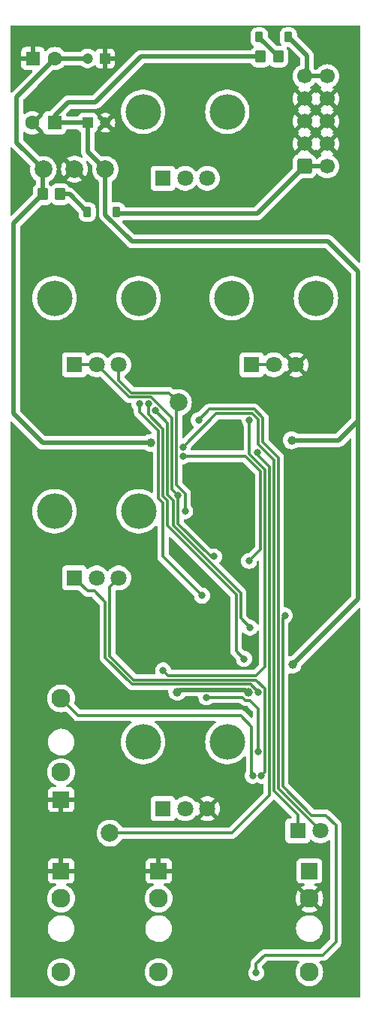
<source format=gtl>
G04 #@! TF.GenerationSoftware,KiCad,Pcbnew,8.0.5*
G04 #@! TF.CreationDate,2024-11-24T11:21:00+01:00*
G04 #@! TF.ProjectId,kicks,6b69636b-732e-46b6-9963-61645f706362,rev?*
G04 #@! TF.SameCoordinates,Original*
G04 #@! TF.FileFunction,Copper,L1,Top*
G04 #@! TF.FilePolarity,Positive*
%FSLAX46Y46*%
G04 Gerber Fmt 4.6, Leading zero omitted, Abs format (unit mm)*
G04 Created by KiCad (PCBNEW 8.0.5) date 2024-11-24 11:21:00*
%MOMM*%
%LPD*%
G01*
G04 APERTURE LIST*
G04 Aperture macros list*
%AMRoundRect*
0 Rectangle with rounded corners*
0 $1 Rounding radius*
0 $2 $3 $4 $5 $6 $7 $8 $9 X,Y pos of 4 corners*
0 Add a 4 corners polygon primitive as box body*
4,1,4,$2,$3,$4,$5,$6,$7,$8,$9,$2,$3,0*
0 Add four circle primitives for the rounded corners*
1,1,$1+$1,$2,$3*
1,1,$1+$1,$4,$5*
1,1,$1+$1,$6,$7*
1,1,$1+$1,$8,$9*
0 Add four rect primitives between the rounded corners*
20,1,$1+$1,$2,$3,$4,$5,0*
20,1,$1+$1,$4,$5,$6,$7,0*
20,1,$1+$1,$6,$7,$8,$9,0*
20,1,$1+$1,$8,$9,$2,$3,0*%
G04 Aperture macros list end*
G04 #@! TA.AperFunction,ComponentPad*
%ADD10R,1.930000X1.830000*%
G04 #@! TD*
G04 #@! TA.AperFunction,ComponentPad*
%ADD11C,2.130000*%
G04 #@! TD*
G04 #@! TA.AperFunction,SMDPad,CuDef*
%ADD12RoundRect,0.225000X0.225000X0.375000X-0.225000X0.375000X-0.225000X-0.375000X0.225000X-0.375000X0*%
G04 #@! TD*
G04 #@! TA.AperFunction,ComponentPad*
%ADD13O,4.000000X4.000000*%
G04 #@! TD*
G04 #@! TA.AperFunction,ComponentPad*
%ADD14R,1.800000X1.800000*%
G04 #@! TD*
G04 #@! TA.AperFunction,ComponentPad*
%ADD15C,1.800000*%
G04 #@! TD*
G04 #@! TA.AperFunction,SMDPad,CuDef*
%ADD16RoundRect,0.225000X-0.225000X-0.375000X0.225000X-0.375000X0.225000X0.375000X-0.225000X0.375000X0*%
G04 #@! TD*
G04 #@! TA.AperFunction,SMDPad,CuDef*
%ADD17RoundRect,0.250000X0.350000X0.450000X-0.350000X0.450000X-0.350000X-0.450000X0.350000X-0.450000X0*%
G04 #@! TD*
G04 #@! TA.AperFunction,ComponentPad*
%ADD18R,1.200000X1.200000*%
G04 #@! TD*
G04 #@! TA.AperFunction,ComponentPad*
%ADD19C,1.200000*%
G04 #@! TD*
G04 #@! TA.AperFunction,ComponentPad*
%ADD20C,2.000000*%
G04 #@! TD*
G04 #@! TA.AperFunction,ComponentPad*
%ADD21R,1.600000X1.600000*%
G04 #@! TD*
G04 #@! TA.AperFunction,ComponentPad*
%ADD22C,1.600000*%
G04 #@! TD*
G04 #@! TA.AperFunction,ComponentPad*
%ADD23RoundRect,0.250000X-0.600000X-0.600000X0.600000X-0.600000X0.600000X0.600000X-0.600000X0.600000X0*%
G04 #@! TD*
G04 #@! TA.AperFunction,ComponentPad*
%ADD24C,1.700000*%
G04 #@! TD*
G04 #@! TA.AperFunction,ViaPad*
%ADD25C,0.800000*%
G04 #@! TD*
G04 #@! TA.AperFunction,ViaPad*
%ADD26C,1.000000*%
G04 #@! TD*
G04 #@! TA.AperFunction,Conductor*
%ADD27C,0.300000*%
G04 #@! TD*
G04 #@! TA.AperFunction,Conductor*
%ADD28C,0.500000*%
G04 #@! TD*
G04 APERTURE END LIST*
D10*
X84000000Y-145520000D03*
D11*
X84000000Y-156920000D03*
X84000000Y-148620000D03*
D12*
X62250000Y-71300000D03*
X58950000Y-71300000D03*
D13*
X65250000Y-60000000D03*
X74750000Y-60000000D03*
D14*
X67500000Y-67500000D03*
D15*
X70000000Y-67500000D03*
X72500000Y-67500000D03*
D16*
X78350000Y-51600000D03*
X81650000Y-51600000D03*
D13*
X55250000Y-105000000D03*
X64750000Y-105000000D03*
D14*
X57500000Y-112500000D03*
D15*
X60000000Y-112500000D03*
X62500000Y-112500000D03*
D10*
X56000000Y-145520000D03*
D11*
X56000000Y-156920000D03*
X56000000Y-148620000D03*
D10*
X56000000Y-137480000D03*
D11*
X56000000Y-126080000D03*
X56000000Y-134380000D03*
D13*
X65250000Y-131000000D03*
X74750000Y-131000000D03*
D14*
X67500000Y-138500000D03*
D15*
X70000000Y-138500000D03*
X72500000Y-138500000D03*
D13*
X75250000Y-81000000D03*
X84750000Y-81000000D03*
D14*
X77500000Y-88500000D03*
D15*
X80000000Y-88500000D03*
X82500000Y-88500000D03*
D10*
X67000000Y-145520000D03*
D11*
X67000000Y-156920000D03*
X67000000Y-148620000D03*
D17*
X80500000Y-53800000D03*
X78500000Y-53800000D03*
D14*
X82690000Y-141000000D03*
D15*
X85230000Y-141000000D03*
D13*
X55250000Y-81000000D03*
X64750000Y-81000000D03*
D14*
X57500000Y-88500000D03*
D15*
X60000000Y-88500000D03*
X62500000Y-88500000D03*
D17*
X55900000Y-69300000D03*
X53900000Y-69300000D03*
D18*
X59000000Y-61250000D03*
D19*
X61000000Y-61250000D03*
D20*
X61000000Y-66500000D03*
D18*
X60972600Y-54000000D03*
D19*
X58972600Y-54000000D03*
D21*
X55250000Y-61250000D03*
D22*
X52750000Y-61250000D03*
D20*
X61500000Y-141250000D03*
X69250000Y-92750000D03*
X57500000Y-66450000D03*
X54000000Y-66500000D03*
D21*
X52817621Y-54000000D03*
D22*
X55317621Y-54000000D03*
D23*
X83460000Y-66160000D03*
D24*
X86000000Y-66160000D03*
X83460000Y-63620000D03*
X86000000Y-63620000D03*
X83460000Y-61080000D03*
X86000000Y-61080000D03*
X83460000Y-58540000D03*
X86000000Y-58540000D03*
X83460000Y-56000000D03*
X86000000Y-56000000D03*
D25*
X51250000Y-66750000D03*
X74000000Y-96750000D03*
X53000000Y-156000000D03*
X87500000Y-156500000D03*
X89000000Y-131500000D03*
X86500000Y-131500000D03*
X82500000Y-103000000D03*
X82500000Y-114000000D03*
X87000000Y-69000000D03*
X86500000Y-53000000D03*
X74000000Y-51000000D03*
X65000000Y-51500000D03*
X78000000Y-57000000D03*
X78000000Y-67000000D03*
X70000000Y-83500000D03*
X70000000Y-77000000D03*
X75000000Y-107000000D03*
X66500000Y-113000000D03*
X52000000Y-113000000D03*
X62500000Y-137500000D03*
X75000000Y-156000000D03*
X75000000Y-145000000D03*
D26*
X82000000Y-97000000D03*
X77121381Y-125431460D03*
X82100000Y-122300000D03*
X69100000Y-125350000D03*
X66100000Y-97300000D03*
D25*
X78148959Y-98398959D03*
X78250000Y-125357996D03*
X77300000Y-118100000D03*
X66594669Y-93655331D03*
X81250000Y-116750000D03*
X78000000Y-157000000D03*
X77200000Y-110600000D03*
X69750000Y-98800000D03*
X64844666Y-92905331D03*
X71900000Y-114500000D03*
X72400000Y-125950000D03*
X78250000Y-132100000D03*
X71500000Y-94750000D03*
X69750000Y-97799997D03*
X77599997Y-134800000D03*
X76625000Y-121625000D03*
X65844669Y-92905331D03*
X67500000Y-122930000D03*
X77250000Y-94750000D03*
X78600000Y-134800000D03*
X70000000Y-105000000D03*
X73240254Y-110106190D03*
X69189338Y-103250000D03*
D27*
X78000000Y-157000000D02*
X78000000Y-155973022D01*
X87000000Y-140400000D02*
X85850000Y-139250000D01*
X78000000Y-155973022D02*
X78973022Y-155000000D01*
X84257106Y-139250000D02*
X81000000Y-135992894D01*
X81000000Y-117000000D02*
X81250000Y-116750000D01*
X85500000Y-155000000D02*
X87000000Y-153500000D01*
X78973022Y-155000000D02*
X85500000Y-155000000D01*
X87000000Y-153500000D02*
X87000000Y-140400000D01*
X85850000Y-139250000D02*
X84257106Y-139250000D01*
X81000000Y-135992894D02*
X81000000Y-117000000D01*
X69750000Y-97799997D02*
X69750000Y-97750000D01*
X69750000Y-97750000D02*
X73500000Y-94000000D01*
X80000000Y-99189339D02*
X80000000Y-136500000D01*
X80000000Y-136500000D02*
X82690000Y-139190000D01*
X77560661Y-94000000D02*
X78250000Y-94689339D01*
X73500000Y-94000000D02*
X77560661Y-94000000D01*
X78250000Y-94689339D02*
X78250000Y-97439339D01*
X78250000Y-97439339D02*
X80000000Y-99189339D01*
X82690000Y-139190000D02*
X82690000Y-141000000D01*
X62500000Y-88500000D02*
X62500000Y-90250000D01*
X62500000Y-90250000D02*
X63905331Y-91655331D01*
X68155331Y-91655331D02*
X69250000Y-92750000D01*
X63905331Y-91655331D02*
X68155331Y-91655331D01*
X77392004Y-124500000D02*
X64000000Y-124500000D01*
X61000000Y-121500000D02*
X61000000Y-115250000D01*
X64000000Y-124500000D02*
X61000000Y-121500000D01*
X78250000Y-125357996D02*
X77392004Y-124500000D01*
X61000000Y-115250000D02*
X59750000Y-114000000D01*
X59750000Y-114000000D02*
X59000000Y-114000000D01*
X59000000Y-114000000D02*
X57500000Y-112500000D01*
X78600000Y-134800000D02*
X79000000Y-134400000D01*
X64207106Y-124000000D02*
X61500000Y-121292894D01*
X79000000Y-134400000D02*
X79000000Y-125000000D01*
X78000000Y-124000000D02*
X64207106Y-124000000D01*
X79000000Y-125000000D02*
X78000000Y-124000000D01*
X61500000Y-121292894D02*
X61500000Y-113500000D01*
X61500000Y-113500000D02*
X62500000Y-112500000D01*
X72750000Y-93500000D02*
X77767768Y-93500000D01*
X80500000Y-136270000D02*
X85230000Y-141000000D01*
X77767768Y-93500000D02*
X78750000Y-94482232D01*
X78750000Y-94482232D02*
X78750000Y-97232232D01*
X78750000Y-97232232D02*
X80500000Y-98982232D01*
X71500000Y-94750000D02*
X72750000Y-93500000D01*
X80500000Y-98982232D02*
X80500000Y-136270000D01*
X75750000Y-120750000D02*
X75750000Y-114383705D01*
X68000000Y-103828430D02*
X67500000Y-103328430D01*
X75750000Y-114383705D02*
X68000000Y-106633705D01*
X65844669Y-94094669D02*
X65844669Y-92905331D01*
X76625000Y-121625000D02*
X75750000Y-120750000D01*
X67500000Y-103328430D02*
X67500000Y-95750000D01*
X68000000Y-106633705D02*
X68000000Y-103828430D01*
X67500000Y-95750000D02*
X65844669Y-94094669D01*
X67500000Y-122930000D02*
X68070000Y-123500000D01*
X78000000Y-123500000D02*
X79000000Y-122500000D01*
X68070000Y-123500000D02*
X78000000Y-123500000D01*
X77250000Y-98560661D02*
X77250000Y-94750000D01*
X79000000Y-122500000D02*
X79000000Y-100310661D01*
X79000000Y-100310661D02*
X77250000Y-98560661D01*
X77599997Y-134800000D02*
X77500000Y-134700003D01*
X77500000Y-134700003D02*
X77500000Y-129250000D01*
X77500000Y-129250000D02*
X76250000Y-128000000D01*
X76250000Y-128000000D02*
X57920000Y-128000000D01*
X57920000Y-128000000D02*
X56000000Y-126080000D01*
X78250000Y-132100000D02*
X78250000Y-127250000D01*
X76437839Y-125950000D02*
X72400000Y-125950000D01*
X78250000Y-127250000D02*
X77281460Y-126281460D01*
X77281460Y-126281460D02*
X76769299Y-126281460D01*
X76769299Y-126281460D02*
X76437839Y-125950000D01*
D28*
X55250000Y-60450000D02*
X55250000Y-61250000D01*
X89500000Y-78000000D02*
X89500000Y-94800000D01*
X89500000Y-94800000D02*
X87300000Y-97000000D01*
X61000000Y-66500000D02*
X61000000Y-71610828D01*
X69350000Y-125100000D02*
X69100000Y-125350000D01*
X89500000Y-114900000D02*
X82100000Y-122300000D01*
X77121381Y-125431460D02*
X76789921Y-125100000D01*
X59000000Y-61250000D02*
X59000000Y-64500000D01*
X59885176Y-58900000D02*
X56800000Y-58900000D01*
X59000000Y-64500000D02*
X61000000Y-66500000D01*
X76789921Y-125100000D02*
X69350000Y-125100000D01*
X61000000Y-71610828D02*
X63989172Y-74600000D01*
X63989172Y-74600000D02*
X86100000Y-74600000D01*
X56800000Y-58900000D02*
X55250000Y-60450000D01*
X87300000Y-97000000D02*
X82000000Y-97000000D01*
X86100000Y-74600000D02*
X89500000Y-78000000D01*
X64985176Y-53800000D02*
X59885176Y-58900000D01*
X55250000Y-61250000D02*
X59000000Y-61250000D01*
X89500000Y-94800000D02*
X89500000Y-114900000D01*
X78500000Y-53800000D02*
X64985176Y-53800000D01*
X50600000Y-72600000D02*
X53900000Y-69300000D01*
X66100000Y-97300000D02*
X53900000Y-97300000D01*
X50600000Y-94000000D02*
X50600000Y-72600000D01*
X51000000Y-63500000D02*
X51000000Y-58317621D01*
X53900000Y-66600000D02*
X54000000Y-66500000D01*
X54000000Y-66500000D02*
X51000000Y-63500000D01*
X53900000Y-97300000D02*
X50600000Y-94000000D01*
X53900000Y-69300000D02*
X53900000Y-66600000D01*
X51000000Y-58317621D02*
X55317621Y-54000000D01*
X55317621Y-54000000D02*
X58972600Y-54000000D01*
D27*
X79500000Y-137000000D02*
X75250000Y-141250000D01*
X78148959Y-98398959D02*
X78148959Y-98666726D01*
X75250000Y-141250000D02*
X61500000Y-141250000D01*
X78148959Y-98666726D02*
X79500000Y-100017767D01*
X79500000Y-100017767D02*
X79500000Y-137000000D01*
X76250000Y-117050000D02*
X76250000Y-114176598D01*
X68689338Y-103810661D02*
X68000000Y-103121323D01*
X68982231Y-106908830D02*
X68689338Y-106615937D01*
X77300000Y-118100000D02*
X76250000Y-117050000D01*
X68689338Y-106615937D02*
X68689338Y-103810661D01*
X76250000Y-114176598D02*
X68982231Y-106908830D01*
X68000000Y-95060662D02*
X66594669Y-93655331D01*
X68000000Y-103121323D02*
X68000000Y-95060662D01*
X78500000Y-100517767D02*
X78500000Y-109300000D01*
X78500000Y-109300000D02*
X77200000Y-110600000D01*
X76782233Y-98800000D02*
X78500000Y-100517767D01*
X69750000Y-98800000D02*
X76782233Y-98800000D01*
X64844666Y-92905331D02*
X64844666Y-93801772D01*
X67500000Y-110100000D02*
X71900000Y-114500000D01*
X67500000Y-104035537D02*
X67500000Y-110100000D01*
X67000000Y-103535537D02*
X67500000Y-104035537D01*
X64844666Y-93801772D02*
X67000000Y-95957106D01*
X67000000Y-95957106D02*
X67000000Y-103535537D01*
D28*
X78350000Y-51650000D02*
X80500000Y-53800000D01*
X78350000Y-51600000D02*
X78350000Y-51650000D01*
X83750000Y-55710000D02*
X83460000Y-56000000D01*
X83460000Y-56000000D02*
X86000000Y-56000000D01*
X81650000Y-51600000D02*
X83750000Y-53700000D01*
X83750000Y-53700000D02*
X83750000Y-55710000D01*
X56950000Y-69300000D02*
X58950000Y-71300000D01*
X55900000Y-69300000D02*
X56950000Y-69300000D01*
X62250000Y-71300000D02*
X62450000Y-71500000D01*
X83460000Y-66160000D02*
X86000000Y-66160000D01*
X62450000Y-71500000D02*
X78120000Y-71500000D01*
X78120000Y-71500000D02*
X83460000Y-66160000D01*
D27*
X77500000Y-88500000D02*
X80000000Y-88500000D01*
X69000000Y-102000000D02*
X69000000Y-93000000D01*
X70000000Y-105000000D02*
X70000000Y-103000000D01*
X70000000Y-103000000D02*
X69000000Y-102000000D01*
X69000000Y-93000000D02*
X69250000Y-92750000D01*
X68500000Y-94500000D02*
X66155331Y-92155331D01*
X69189338Y-103250000D02*
X68500000Y-102560662D01*
X69189338Y-106408830D02*
X72886698Y-110106190D01*
X66155331Y-92155331D02*
X63655331Y-92155331D01*
X69189338Y-103250000D02*
X69189338Y-106408830D01*
X63655331Y-92155331D02*
X60000000Y-88500000D01*
X60000000Y-88500000D02*
X57500000Y-88500000D01*
X68500000Y-102560662D02*
X68500000Y-94500000D01*
X72886698Y-110106190D02*
X73240254Y-110106190D01*
G04 #@! TA.AperFunction,Conductor*
G36*
X50455703Y-94917517D02*
G01*
X50462181Y-94923549D01*
X53421586Y-97882954D01*
X53448733Y-97901092D01*
X53462308Y-97910162D01*
X53544505Y-97965084D01*
X53595059Y-97986024D01*
X53681088Y-98021659D01*
X53797241Y-98044763D01*
X53816468Y-98048587D01*
X53826081Y-98050500D01*
X53826082Y-98050500D01*
X53826083Y-98050500D01*
X53973918Y-98050500D01*
X65393022Y-98050500D01*
X65460061Y-98070185D01*
X65471687Y-98078647D01*
X65541460Y-98135909D01*
X65541467Y-98135913D01*
X65715266Y-98228811D01*
X65715269Y-98228811D01*
X65715273Y-98228814D01*
X65903868Y-98286024D01*
X66100000Y-98305341D01*
X66213347Y-98294177D01*
X66281992Y-98307196D01*
X66332702Y-98355260D01*
X66349500Y-98417580D01*
X66349500Y-102827952D01*
X66329815Y-102894991D01*
X66277011Y-102940746D01*
X66207853Y-102950690D01*
X66152615Y-102928271D01*
X66092484Y-102884584D01*
X65989471Y-102827952D01*
X65816766Y-102733006D01*
X65816763Y-102733004D01*
X65816758Y-102733002D01*
X65816757Y-102733001D01*
X65524228Y-102617181D01*
X65524225Y-102617180D01*
X65219476Y-102538934D01*
X65219463Y-102538932D01*
X64907329Y-102499500D01*
X64907318Y-102499500D01*
X64592682Y-102499500D01*
X64592670Y-102499500D01*
X64280536Y-102538932D01*
X64280523Y-102538934D01*
X63975774Y-102617180D01*
X63975771Y-102617181D01*
X63683242Y-102733001D01*
X63683241Y-102733002D01*
X63407516Y-102884584D01*
X63407504Y-102884591D01*
X63152978Y-103069515D01*
X63152968Y-103069523D01*
X62923608Y-103284907D01*
X62923606Y-103284909D01*
X62723054Y-103527334D01*
X62723051Y-103527338D01*
X62554464Y-103792990D01*
X62554461Y-103792996D01*
X62420499Y-104077678D01*
X62420497Y-104077683D01*
X62323270Y-104376916D01*
X62264311Y-104685988D01*
X62264310Y-104685995D01*
X62244556Y-104999994D01*
X62244556Y-105000005D01*
X62264310Y-105314004D01*
X62264311Y-105314011D01*
X62323270Y-105623083D01*
X62420497Y-105922316D01*
X62420499Y-105922321D01*
X62554461Y-106207003D01*
X62554464Y-106207009D01*
X62723051Y-106472661D01*
X62723054Y-106472665D01*
X62923606Y-106715090D01*
X62923608Y-106715092D01*
X63152968Y-106930476D01*
X63152978Y-106930484D01*
X63407504Y-107115408D01*
X63407509Y-107115410D01*
X63407516Y-107115416D01*
X63683234Y-107266994D01*
X63683239Y-107266996D01*
X63683241Y-107266997D01*
X63683242Y-107266998D01*
X63975771Y-107382818D01*
X63975774Y-107382819D01*
X64280523Y-107461065D01*
X64280527Y-107461066D01*
X64346010Y-107469338D01*
X64592670Y-107500499D01*
X64592679Y-107500499D01*
X64592682Y-107500500D01*
X64592684Y-107500500D01*
X64907316Y-107500500D01*
X64907318Y-107500500D01*
X64907321Y-107500499D01*
X64907329Y-107500499D01*
X65093593Y-107476968D01*
X65219473Y-107461066D01*
X65524225Y-107382819D01*
X65524228Y-107382818D01*
X65816757Y-107266998D01*
X65816758Y-107266997D01*
X65816756Y-107266997D01*
X65816766Y-107266994D01*
X66092484Y-107115416D01*
X66347030Y-106930478D01*
X66576390Y-106715094D01*
X66629956Y-106650343D01*
X66687856Y-106611236D01*
X66757707Y-106609640D01*
X66817333Y-106646061D01*
X66847803Y-106708937D01*
X66849500Y-106729384D01*
X66849500Y-110164069D01*
X66849500Y-110164071D01*
X66849499Y-110164071D01*
X66874497Y-110289738D01*
X66874499Y-110289744D01*
X66923535Y-110408127D01*
X66967866Y-110474474D01*
X66994726Y-110514673D01*
X66994727Y-110514674D01*
X70965191Y-114485137D01*
X70998676Y-114546460D01*
X71000830Y-114559851D01*
X71014326Y-114688256D01*
X71014327Y-114688259D01*
X71072818Y-114868277D01*
X71072821Y-114868284D01*
X71167467Y-115032216D01*
X71294129Y-115172888D01*
X71447265Y-115284148D01*
X71447270Y-115284151D01*
X71620192Y-115361142D01*
X71620197Y-115361144D01*
X71805354Y-115400500D01*
X71805355Y-115400500D01*
X71994644Y-115400500D01*
X71994646Y-115400500D01*
X72179803Y-115361144D01*
X72352730Y-115284151D01*
X72505871Y-115172888D01*
X72632533Y-115032216D01*
X72727179Y-114868284D01*
X72785674Y-114688256D01*
X72805460Y-114500000D01*
X72785674Y-114311744D01*
X72727179Y-114131716D01*
X72632533Y-113967784D01*
X72505871Y-113827112D01*
X72505870Y-113827111D01*
X72352734Y-113715851D01*
X72352729Y-113715848D01*
X72179807Y-113638857D01*
X72179802Y-113638855D01*
X72034001Y-113607865D01*
X71994646Y-113599500D01*
X71994645Y-113599500D01*
X71970808Y-113599500D01*
X71903769Y-113579815D01*
X71883127Y-113563181D01*
X68186819Y-109866873D01*
X68153334Y-109805550D01*
X68150500Y-109779192D01*
X68150500Y-108003513D01*
X68170185Y-107936474D01*
X68222989Y-107890719D01*
X68292147Y-107880775D01*
X68355703Y-107909800D01*
X68362181Y-107915832D01*
X75063181Y-114616832D01*
X75096666Y-114678155D01*
X75099500Y-114704513D01*
X75099500Y-120814070D01*
X75111521Y-120874499D01*
X75111521Y-120874501D01*
X75124497Y-120939736D01*
X75124499Y-120939744D01*
X75137895Y-120972086D01*
X75173535Y-121058127D01*
X75244723Y-121164669D01*
X75244726Y-121164673D01*
X75244727Y-121164674D01*
X75690191Y-121610137D01*
X75723676Y-121671460D01*
X75725830Y-121684851D01*
X75739326Y-121813256D01*
X75739327Y-121813259D01*
X75797818Y-121993277D01*
X75797821Y-121993284D01*
X75892467Y-122157216D01*
X75958501Y-122230554D01*
X76019129Y-122297888D01*
X76172265Y-122409148D01*
X76172270Y-122409151D01*
X76345192Y-122486142D01*
X76345197Y-122486144D01*
X76530354Y-122525500D01*
X76530355Y-122525500D01*
X76719644Y-122525500D01*
X76719646Y-122525500D01*
X76904803Y-122486144D01*
X77077730Y-122409151D01*
X77230871Y-122297888D01*
X77357533Y-122157216D01*
X77452179Y-121993284D01*
X77510674Y-121813256D01*
X77530460Y-121625000D01*
X77510674Y-121436744D01*
X77452179Y-121256716D01*
X77357533Y-121092784D01*
X77230871Y-120952112D01*
X77213837Y-120939736D01*
X77077734Y-120840851D01*
X77077729Y-120840848D01*
X76904807Y-120763857D01*
X76904802Y-120763855D01*
X76759001Y-120732865D01*
X76719646Y-120724500D01*
X76719645Y-120724500D01*
X76695808Y-120724500D01*
X76628769Y-120704815D01*
X76608127Y-120688181D01*
X76436819Y-120516873D01*
X76403334Y-120455550D01*
X76400500Y-120429192D01*
X76400500Y-118769811D01*
X76420185Y-118702772D01*
X76472989Y-118657017D01*
X76542147Y-118647073D01*
X76605703Y-118676098D01*
X76616650Y-118686839D01*
X76694129Y-118772888D01*
X76847265Y-118884148D01*
X76847270Y-118884151D01*
X77020192Y-118961142D01*
X77020197Y-118961144D01*
X77205354Y-119000500D01*
X77205355Y-119000500D01*
X77394644Y-119000500D01*
X77394646Y-119000500D01*
X77579803Y-118961144D01*
X77752730Y-118884151D01*
X77905871Y-118772888D01*
X78032533Y-118632216D01*
X78118113Y-118483987D01*
X78168679Y-118435771D01*
X78237286Y-118422547D01*
X78302151Y-118448515D01*
X78342680Y-118505429D01*
X78349500Y-118545986D01*
X78349500Y-122179192D01*
X78329815Y-122246231D01*
X78313181Y-122266873D01*
X77766873Y-122813181D01*
X77705550Y-122846666D01*
X77679192Y-122849500D01*
X68508650Y-122849500D01*
X68441611Y-122829815D01*
X68395856Y-122777011D01*
X68387912Y-122747917D01*
X68387027Y-122748106D01*
X68385675Y-122741747D01*
X68327181Y-122561722D01*
X68327180Y-122561721D01*
X68327179Y-122561716D01*
X68232533Y-122397784D01*
X68105871Y-122257112D01*
X68069317Y-122230554D01*
X67952734Y-122145851D01*
X67952729Y-122145848D01*
X67779807Y-122068857D01*
X67779802Y-122068855D01*
X67634001Y-122037865D01*
X67594646Y-122029500D01*
X67405354Y-122029500D01*
X67372897Y-122036398D01*
X67220197Y-122068855D01*
X67220192Y-122068857D01*
X67047270Y-122145848D01*
X67047265Y-122145851D01*
X66894129Y-122257111D01*
X66767466Y-122397785D01*
X66672821Y-122561715D01*
X66672818Y-122561722D01*
X66632852Y-122684727D01*
X66614326Y-122741744D01*
X66594540Y-122930000D01*
X66614326Y-123118256D01*
X66614327Y-123118259D01*
X66636721Y-123187182D01*
X66638716Y-123257024D01*
X66602635Y-123316856D01*
X66539934Y-123347684D01*
X66518790Y-123349500D01*
X64527914Y-123349500D01*
X64460875Y-123329815D01*
X64440233Y-123313181D01*
X62186819Y-121059767D01*
X62153334Y-120998444D01*
X62150500Y-120972086D01*
X62150500Y-114007950D01*
X62170185Y-113940911D01*
X62222989Y-113895156D01*
X62292147Y-113885212D01*
X62294851Y-113885631D01*
X62383951Y-113900500D01*
X62383952Y-113900500D01*
X62616048Y-113900500D01*
X62616049Y-113900500D01*
X62844981Y-113862298D01*
X63064503Y-113786936D01*
X63268626Y-113676470D01*
X63451784Y-113533913D01*
X63608979Y-113363153D01*
X63735924Y-113168849D01*
X63829157Y-112956300D01*
X63886134Y-112731305D01*
X63905300Y-112500000D01*
X63905300Y-112499993D01*
X63886135Y-112268702D01*
X63886133Y-112268691D01*
X63829157Y-112043699D01*
X63735924Y-111831151D01*
X63608983Y-111636852D01*
X63608980Y-111636849D01*
X63608979Y-111636847D01*
X63451784Y-111466087D01*
X63451779Y-111466083D01*
X63451777Y-111466081D01*
X63268634Y-111323535D01*
X63268628Y-111323531D01*
X63064504Y-111213064D01*
X63064495Y-111213061D01*
X62844984Y-111137702D01*
X62654450Y-111105908D01*
X62616049Y-111099500D01*
X62383951Y-111099500D01*
X62345550Y-111105908D01*
X62155015Y-111137702D01*
X61935504Y-111213061D01*
X61935495Y-111213064D01*
X61731371Y-111323531D01*
X61731365Y-111323535D01*
X61548222Y-111466081D01*
X61548219Y-111466084D01*
X61548216Y-111466086D01*
X61548216Y-111466087D01*
X61400500Y-111626551D01*
X61391015Y-111636854D01*
X61353808Y-111693804D01*
X61300662Y-111739161D01*
X61231430Y-111748584D01*
X61168095Y-111719082D01*
X61146192Y-111693804D01*
X61108984Y-111636854D01*
X61108982Y-111636852D01*
X61108979Y-111636847D01*
X60951784Y-111466087D01*
X60951779Y-111466083D01*
X60951777Y-111466081D01*
X60768634Y-111323535D01*
X60768628Y-111323531D01*
X60564504Y-111213064D01*
X60564495Y-111213061D01*
X60344984Y-111137702D01*
X60154450Y-111105908D01*
X60116049Y-111099500D01*
X59883951Y-111099500D01*
X59845550Y-111105908D01*
X59655015Y-111137702D01*
X59435504Y-111213061D01*
X59435495Y-111213064D01*
X59231372Y-111323531D01*
X59054436Y-111461245D01*
X58989442Y-111486887D01*
X58920902Y-111473320D01*
X58870577Y-111424852D01*
X58862092Y-111406723D01*
X58843798Y-111357673D01*
X58843793Y-111357664D01*
X58757547Y-111242455D01*
X58757544Y-111242452D01*
X58642335Y-111156206D01*
X58642328Y-111156202D01*
X58507482Y-111105908D01*
X58507483Y-111105908D01*
X58447883Y-111099501D01*
X58447881Y-111099500D01*
X58447873Y-111099500D01*
X58447864Y-111099500D01*
X56552129Y-111099500D01*
X56552123Y-111099501D01*
X56492516Y-111105908D01*
X56357671Y-111156202D01*
X56357664Y-111156206D01*
X56242455Y-111242452D01*
X56242452Y-111242455D01*
X56156206Y-111357664D01*
X56156202Y-111357671D01*
X56105908Y-111492517D01*
X56099501Y-111552116D01*
X56099500Y-111552135D01*
X56099500Y-113447870D01*
X56099501Y-113447876D01*
X56105908Y-113507483D01*
X56156202Y-113642328D01*
X56156206Y-113642335D01*
X56242452Y-113757544D01*
X56242455Y-113757547D01*
X56357664Y-113843793D01*
X56357671Y-113843797D01*
X56492517Y-113894091D01*
X56492516Y-113894091D01*
X56499444Y-113894835D01*
X56552127Y-113900500D01*
X57929190Y-113900499D01*
X57996229Y-113920184D01*
X58016871Y-113936818D01*
X58585327Y-114505274D01*
X58585330Y-114505276D01*
X58673321Y-114564069D01*
X58691873Y-114576465D01*
X58810256Y-114625501D01*
X58810260Y-114625501D01*
X58810261Y-114625502D01*
X58935928Y-114650500D01*
X58935931Y-114650500D01*
X59429192Y-114650500D01*
X59496231Y-114670185D01*
X59516873Y-114686819D01*
X60313181Y-115483127D01*
X60346666Y-115544450D01*
X60349500Y-115570808D01*
X60349500Y-121564069D01*
X60361620Y-121625000D01*
X60364646Y-121640209D01*
X60364646Y-121640211D01*
X60374497Y-121689736D01*
X60374499Y-121689744D01*
X60423534Y-121808125D01*
X60494726Y-121914673D01*
X63585325Y-125005272D01*
X63585332Y-125005278D01*
X63673320Y-125064069D01*
X63673321Y-125064069D01*
X63691873Y-125076465D01*
X63810256Y-125125501D01*
X63810260Y-125125501D01*
X63810261Y-125125502D01*
X63935928Y-125150500D01*
X63935931Y-125150500D01*
X64064069Y-125150500D01*
X67977495Y-125150500D01*
X68044534Y-125170185D01*
X68090289Y-125222989D01*
X68100898Y-125286654D01*
X68094659Y-125350000D01*
X68113975Y-125546129D01*
X68171188Y-125734733D01*
X68264086Y-125908532D01*
X68264090Y-125908539D01*
X68389116Y-126060883D01*
X68541460Y-126185909D01*
X68541467Y-126185913D01*
X68715266Y-126278811D01*
X68715269Y-126278811D01*
X68715273Y-126278814D01*
X68903868Y-126336024D01*
X69100000Y-126355341D01*
X69296132Y-126336024D01*
X69484727Y-126278814D01*
X69658538Y-126185910D01*
X69810883Y-126060883D01*
X69935910Y-125908538D01*
X69937871Y-125905604D01*
X69939294Y-125904414D01*
X69939775Y-125903829D01*
X69939886Y-125903920D01*
X69991486Y-125860802D01*
X70040970Y-125850500D01*
X71372432Y-125850500D01*
X71439471Y-125870185D01*
X71485226Y-125922989D01*
X71495752Y-125961535D01*
X71514326Y-126138256D01*
X71514327Y-126138259D01*
X71572818Y-126318277D01*
X71572821Y-126318284D01*
X71667467Y-126482216D01*
X71742242Y-126565262D01*
X71794129Y-126622888D01*
X71947265Y-126734148D01*
X71947270Y-126734151D01*
X72120192Y-126811142D01*
X72120197Y-126811144D01*
X72305354Y-126850500D01*
X72305355Y-126850500D01*
X72494644Y-126850500D01*
X72494646Y-126850500D01*
X72679803Y-126811144D01*
X72852730Y-126734151D01*
X73004090Y-126624182D01*
X73069896Y-126600702D01*
X73076975Y-126600500D01*
X76117032Y-126600500D01*
X76184071Y-126620185D01*
X76204713Y-126636819D01*
X76264023Y-126696129D01*
X76354630Y-126786736D01*
X76354631Y-126786737D01*
X76461165Y-126857921D01*
X76461171Y-126857924D01*
X76461172Y-126857925D01*
X76579555Y-126906961D01*
X76579559Y-126906961D01*
X76579560Y-126906962D01*
X76705227Y-126931960D01*
X76705230Y-126931960D01*
X76960652Y-126931960D01*
X77027691Y-126951645D01*
X77048333Y-126968279D01*
X77563181Y-127483127D01*
X77596666Y-127544450D01*
X77599500Y-127570808D01*
X77599500Y-128130191D01*
X77579815Y-128197230D01*
X77527011Y-128242985D01*
X77457853Y-128252929D01*
X77394297Y-128223904D01*
X77387819Y-128217872D01*
X76664673Y-127494726D01*
X76647314Y-127483127D01*
X76558127Y-127423535D01*
X76439744Y-127374499D01*
X76439738Y-127374497D01*
X76314071Y-127349500D01*
X76314069Y-127349500D01*
X58240808Y-127349500D01*
X58173769Y-127329815D01*
X58153127Y-127313181D01*
X57525496Y-126685550D01*
X57492011Y-126624227D01*
X57492603Y-126568922D01*
X57493479Y-126565269D01*
X57493483Y-126565262D01*
X57551007Y-126325655D01*
X57570341Y-126080000D01*
X57551007Y-125834345D01*
X57493483Y-125594738D01*
X57473350Y-125546132D01*
X57399184Y-125367079D01*
X57270436Y-125156981D01*
X57270435Y-125156979D01*
X57191082Y-125064069D01*
X57110399Y-124969601D01*
X56986516Y-124863795D01*
X56923020Y-124809564D01*
X56923018Y-124809563D01*
X56712920Y-124680815D01*
X56485264Y-124586517D01*
X56245658Y-124528993D01*
X56000000Y-124509659D01*
X55754341Y-124528993D01*
X55514735Y-124586517D01*
X55287079Y-124680815D01*
X55076981Y-124809563D01*
X55076979Y-124809564D01*
X54889601Y-124969601D01*
X54729564Y-125156979D01*
X54729563Y-125156981D01*
X54600815Y-125367079D01*
X54506517Y-125594735D01*
X54448993Y-125834341D01*
X54429659Y-126080000D01*
X54448993Y-126325658D01*
X54506517Y-126565264D01*
X54600815Y-126792920D01*
X54729563Y-127003018D01*
X54729564Y-127003020D01*
X54729567Y-127003023D01*
X54889601Y-127190399D01*
X55033360Y-127313181D01*
X55076979Y-127350435D01*
X55076981Y-127350436D01*
X55287079Y-127479184D01*
X55514735Y-127573482D01*
X55514736Y-127573482D01*
X55514738Y-127573483D01*
X55754345Y-127631007D01*
X56000000Y-127650341D01*
X56245655Y-127631007D01*
X56485262Y-127573483D01*
X56485269Y-127573479D01*
X56488922Y-127572603D01*
X56558704Y-127576094D01*
X56605550Y-127605496D01*
X57505325Y-128505272D01*
X57505326Y-128505273D01*
X57505329Y-128505275D01*
X57505331Y-128505277D01*
X57611873Y-128576465D01*
X57730256Y-128625501D01*
X57730260Y-128625501D01*
X57730261Y-128625502D01*
X57855928Y-128650500D01*
X57855931Y-128650500D01*
X63850365Y-128650500D01*
X63917404Y-128670185D01*
X63963159Y-128722989D01*
X63973103Y-128792147D01*
X63944078Y-128855703D01*
X63910101Y-128883163D01*
X63907516Y-128884583D01*
X63907504Y-128884591D01*
X63652978Y-129069515D01*
X63652968Y-129069523D01*
X63423608Y-129284907D01*
X63423606Y-129284909D01*
X63223054Y-129527334D01*
X63223051Y-129527338D01*
X63054464Y-129792990D01*
X63054461Y-129792996D01*
X62920499Y-130077678D01*
X62920497Y-130077683D01*
X62823270Y-130376916D01*
X62764311Y-130685988D01*
X62764310Y-130685995D01*
X62744556Y-130999994D01*
X62744556Y-131000005D01*
X62764310Y-131314004D01*
X62764311Y-131314011D01*
X62823270Y-131623083D01*
X62920497Y-131922316D01*
X62920499Y-131922321D01*
X63054461Y-132207003D01*
X63054464Y-132207009D01*
X63223051Y-132472661D01*
X63223054Y-132472665D01*
X63423606Y-132715090D01*
X63423608Y-132715092D01*
X63423610Y-132715094D01*
X63606157Y-132886517D01*
X63652968Y-132930476D01*
X63652978Y-132930484D01*
X63907504Y-133115408D01*
X63907509Y-133115410D01*
X63907516Y-133115416D01*
X64183234Y-133266994D01*
X64183239Y-133266996D01*
X64183241Y-133266997D01*
X64183242Y-133266998D01*
X64475771Y-133382818D01*
X64475774Y-133382819D01*
X64764601Y-133456977D01*
X64780527Y-133461066D01*
X64846010Y-133469338D01*
X65092670Y-133500499D01*
X65092679Y-133500499D01*
X65092682Y-133500500D01*
X65092684Y-133500500D01*
X65407316Y-133500500D01*
X65407318Y-133500500D01*
X65407321Y-133500499D01*
X65407329Y-133500499D01*
X65593593Y-133476968D01*
X65719473Y-133461066D01*
X66024225Y-133382819D01*
X66024228Y-133382818D01*
X66316757Y-133266998D01*
X66316758Y-133266997D01*
X66316756Y-133266997D01*
X66316766Y-133266994D01*
X66592484Y-133115416D01*
X66847030Y-132930478D01*
X67076390Y-132715094D01*
X67276947Y-132472663D01*
X67445537Y-132207007D01*
X67579503Y-131922315D01*
X67676731Y-131623079D01*
X67735688Y-131314015D01*
X67739978Y-131245829D01*
X67755444Y-131000005D01*
X67755444Y-130999994D01*
X67735689Y-130685995D01*
X67735688Y-130685988D01*
X67735688Y-130685985D01*
X67676731Y-130376921D01*
X67579503Y-130077685D01*
X67554470Y-130024488D01*
X67523695Y-129959087D01*
X67445537Y-129792993D01*
X67391056Y-129707144D01*
X67276948Y-129527338D01*
X67276945Y-129527334D01*
X67076393Y-129284909D01*
X67076391Y-129284907D01*
X66847031Y-129069523D01*
X66847021Y-129069515D01*
X66592495Y-128884591D01*
X66592483Y-128884583D01*
X66589899Y-128883163D01*
X66589308Y-128882569D01*
X66589198Y-128882499D01*
X66589213Y-128882473D01*
X66540634Y-128833617D01*
X66525977Y-128765302D01*
X66550580Y-128699907D01*
X66606632Y-128658195D01*
X66649635Y-128650500D01*
X73350365Y-128650500D01*
X73417404Y-128670185D01*
X73463159Y-128722989D01*
X73473103Y-128792147D01*
X73444078Y-128855703D01*
X73410101Y-128883163D01*
X73407516Y-128884583D01*
X73407504Y-128884591D01*
X73152978Y-129069515D01*
X73152968Y-129069523D01*
X72923608Y-129284907D01*
X72923606Y-129284909D01*
X72723054Y-129527334D01*
X72723051Y-129527338D01*
X72554464Y-129792990D01*
X72554461Y-129792996D01*
X72420499Y-130077678D01*
X72420497Y-130077683D01*
X72323270Y-130376916D01*
X72264311Y-130685988D01*
X72264310Y-130685995D01*
X72244556Y-130999994D01*
X72244556Y-131000005D01*
X72264310Y-131314004D01*
X72264311Y-131314011D01*
X72323270Y-131623083D01*
X72420497Y-131922316D01*
X72420499Y-131922321D01*
X72554461Y-132207003D01*
X72554464Y-132207009D01*
X72723051Y-132472661D01*
X72723054Y-132472665D01*
X72923606Y-132715090D01*
X72923608Y-132715092D01*
X72923610Y-132715094D01*
X73106157Y-132886517D01*
X73152968Y-132930476D01*
X73152978Y-132930484D01*
X73407504Y-133115408D01*
X73407509Y-133115410D01*
X73407516Y-133115416D01*
X73683234Y-133266994D01*
X73683239Y-133266996D01*
X73683241Y-133266997D01*
X73683242Y-133266998D01*
X73975771Y-133382818D01*
X73975774Y-133382819D01*
X74264601Y-133456977D01*
X74280527Y-133461066D01*
X74346010Y-133469338D01*
X74592670Y-133500499D01*
X74592679Y-133500499D01*
X74592682Y-133500500D01*
X74592684Y-133500500D01*
X74907316Y-133500500D01*
X74907318Y-133500500D01*
X74907321Y-133500499D01*
X74907329Y-133500499D01*
X75093593Y-133476968D01*
X75219473Y-133461066D01*
X75524225Y-133382819D01*
X75524228Y-133382818D01*
X75816757Y-133266998D01*
X75816758Y-133266997D01*
X75816756Y-133266997D01*
X75816766Y-133266994D01*
X76092484Y-133115416D01*
X76347030Y-132930478D01*
X76576390Y-132715094D01*
X76629956Y-132650343D01*
X76687856Y-132611236D01*
X76757707Y-132609640D01*
X76817333Y-132646061D01*
X76847803Y-132708937D01*
X76849500Y-132729384D01*
X76849500Y-134265672D01*
X76832887Y-134327672D01*
X76772818Y-134431714D01*
X76714324Y-134611740D01*
X76714323Y-134611744D01*
X76694537Y-134800000D01*
X76714323Y-134988256D01*
X76714324Y-134988259D01*
X76772815Y-135168277D01*
X76772818Y-135168284D01*
X76867464Y-135332216D01*
X76994126Y-135472888D01*
X77147262Y-135584148D01*
X77147267Y-135584151D01*
X77320189Y-135661142D01*
X77320194Y-135661144D01*
X77505351Y-135700500D01*
X77505352Y-135700500D01*
X77694641Y-135700500D01*
X77694643Y-135700500D01*
X77879800Y-135661144D01*
X78049562Y-135585559D01*
X78118812Y-135576275D01*
X78150434Y-135585560D01*
X78320192Y-135661142D01*
X78320197Y-135661144D01*
X78505354Y-135700500D01*
X78505355Y-135700500D01*
X78694643Y-135700500D01*
X78694646Y-135700500D01*
X78699716Y-135699422D01*
X78769381Y-135704735D01*
X78825117Y-135746870D01*
X78849224Y-135812449D01*
X78849500Y-135820711D01*
X78849500Y-136679192D01*
X78829815Y-136746231D01*
X78813181Y-136766873D01*
X75016873Y-140563181D01*
X74955550Y-140596666D01*
X74929192Y-140599500D01*
X62933837Y-140599500D01*
X62866798Y-140579815D01*
X62827438Y-140537384D01*
X62826978Y-140537686D01*
X62825214Y-140534987D01*
X62824786Y-140534525D01*
X62824173Y-140533393D01*
X62688166Y-140325217D01*
X62582341Y-140210261D01*
X62519744Y-140142262D01*
X62323509Y-139989526D01*
X62323507Y-139989525D01*
X62323506Y-139989524D01*
X62104811Y-139871172D01*
X62104802Y-139871169D01*
X61869616Y-139790429D01*
X61624335Y-139749500D01*
X61375665Y-139749500D01*
X61130383Y-139790429D01*
X60895197Y-139871169D01*
X60895188Y-139871172D01*
X60676493Y-139989524D01*
X60480257Y-140142261D01*
X60311833Y-140325217D01*
X60175826Y-140533393D01*
X60075936Y-140761118D01*
X60014892Y-141002175D01*
X60014890Y-141002187D01*
X59994357Y-141249994D01*
X59994357Y-141250005D01*
X60014890Y-141497812D01*
X60014892Y-141497824D01*
X60075936Y-141738881D01*
X60175826Y-141966606D01*
X60311833Y-142174782D01*
X60313385Y-142176468D01*
X60480256Y-142357738D01*
X60676491Y-142510474D01*
X60895190Y-142628828D01*
X61130386Y-142709571D01*
X61375665Y-142750500D01*
X61624335Y-142750500D01*
X61869614Y-142709571D01*
X62104810Y-142628828D01*
X62323509Y-142510474D01*
X62519744Y-142357738D01*
X62688164Y-142174785D01*
X62824173Y-141966607D01*
X62824175Y-141966601D01*
X62824786Y-141965475D01*
X62825157Y-141965101D01*
X62826978Y-141962314D01*
X62827551Y-141962688D01*
X62874009Y-141915888D01*
X62933837Y-141900500D01*
X75314071Y-141900500D01*
X75398615Y-141883682D01*
X75439744Y-141875501D01*
X75558127Y-141826465D01*
X75664669Y-141755277D01*
X79912319Y-137507627D01*
X79973642Y-137474142D01*
X80043334Y-137479126D01*
X80087681Y-137507627D01*
X81967873Y-139387819D01*
X82001358Y-139449142D01*
X81996374Y-139518834D01*
X81954502Y-139574767D01*
X81889038Y-139599184D01*
X81880193Y-139599500D01*
X81742130Y-139599500D01*
X81742123Y-139599501D01*
X81682516Y-139605908D01*
X81547671Y-139656202D01*
X81547664Y-139656206D01*
X81432455Y-139742452D01*
X81432452Y-139742455D01*
X81346206Y-139857664D01*
X81346202Y-139857671D01*
X81295908Y-139992517D01*
X81289501Y-140052116D01*
X81289500Y-140052135D01*
X81289500Y-141947870D01*
X81289501Y-141947876D01*
X81295908Y-142007483D01*
X81346202Y-142142328D01*
X81346206Y-142142335D01*
X81432452Y-142257544D01*
X81432455Y-142257547D01*
X81547664Y-142343793D01*
X81547671Y-142343797D01*
X81682517Y-142394091D01*
X81682516Y-142394091D01*
X81689444Y-142394835D01*
X81742127Y-142400500D01*
X83637872Y-142400499D01*
X83697483Y-142394091D01*
X83832331Y-142343796D01*
X83947546Y-142257546D01*
X84033796Y-142142331D01*
X84062455Y-142065493D01*
X84104326Y-142009559D01*
X84169790Y-141985141D01*
X84238063Y-141999992D01*
X84269866Y-142024843D01*
X84277302Y-142032920D01*
X84278215Y-142033912D01*
X84278222Y-142033918D01*
X84461365Y-142176464D01*
X84461371Y-142176468D01*
X84461374Y-142176470D01*
X84665497Y-142286936D01*
X84779487Y-142326068D01*
X84885015Y-142362297D01*
X84885017Y-142362297D01*
X84885019Y-142362298D01*
X85113951Y-142400500D01*
X85113952Y-142400500D01*
X85346048Y-142400500D01*
X85346049Y-142400500D01*
X85574981Y-142362298D01*
X85794503Y-142286936D01*
X85998626Y-142176470D01*
X86000795Y-142174782D01*
X86149338Y-142059167D01*
X86214332Y-142033524D01*
X86282872Y-142047090D01*
X86333196Y-142095559D01*
X86349500Y-142157020D01*
X86349500Y-153179192D01*
X86329815Y-153246231D01*
X86313181Y-153266873D01*
X85266873Y-154313181D01*
X85205550Y-154346666D01*
X85179192Y-154349500D01*
X78908951Y-154349500D01*
X78783283Y-154374497D01*
X78783277Y-154374499D01*
X78664896Y-154423534D01*
X78558348Y-154494726D01*
X77494724Y-155558350D01*
X77449856Y-155625500D01*
X77449857Y-155625501D01*
X77423534Y-155664896D01*
X77374499Y-155783277D01*
X77374497Y-155783283D01*
X77349500Y-155908950D01*
X77349500Y-156329078D01*
X77329815Y-156396117D01*
X77317650Y-156412050D01*
X77267466Y-156467785D01*
X77172821Y-156631715D01*
X77172818Y-156631722D01*
X77114327Y-156811740D01*
X77114326Y-156811744D01*
X77094540Y-157000000D01*
X77114326Y-157188256D01*
X77114327Y-157188259D01*
X77172818Y-157368277D01*
X77172821Y-157368284D01*
X77267467Y-157532216D01*
X77358142Y-157632920D01*
X77394129Y-157672888D01*
X77547265Y-157784148D01*
X77547270Y-157784151D01*
X77720192Y-157861142D01*
X77720197Y-157861144D01*
X77905354Y-157900500D01*
X77905355Y-157900500D01*
X78094644Y-157900500D01*
X78094646Y-157900500D01*
X78279803Y-157861144D01*
X78452730Y-157784151D01*
X78605871Y-157672888D01*
X78732533Y-157532216D01*
X78827179Y-157368284D01*
X78885674Y-157188256D01*
X78905460Y-157000000D01*
X78885674Y-156811744D01*
X78827179Y-156631716D01*
X78732533Y-156467784D01*
X78682350Y-156412050D01*
X78652120Y-156349058D01*
X78650500Y-156329078D01*
X78650500Y-156293830D01*
X78670185Y-156226791D01*
X78686819Y-156206149D01*
X79206149Y-155686819D01*
X79267472Y-155653334D01*
X79293830Y-155650500D01*
X82756510Y-155650500D01*
X82823549Y-155670185D01*
X82869304Y-155722989D01*
X82879248Y-155792147D01*
X82850800Y-155855030D01*
X82808763Y-155904249D01*
X82729564Y-155996979D01*
X82729563Y-155996981D01*
X82600815Y-156207079D01*
X82506517Y-156434735D01*
X82448993Y-156674341D01*
X82429659Y-156920000D01*
X82448993Y-157165658D01*
X82506517Y-157405264D01*
X82600815Y-157632920D01*
X82729563Y-157843018D01*
X82729564Y-157843020D01*
X82778657Y-157900500D01*
X82889601Y-158030399D01*
X83034648Y-158154280D01*
X83076979Y-158190435D01*
X83076981Y-158190436D01*
X83287079Y-158319184D01*
X83514735Y-158413482D01*
X83514736Y-158413482D01*
X83514738Y-158413483D01*
X83754345Y-158471007D01*
X84000000Y-158490341D01*
X84245655Y-158471007D01*
X84485262Y-158413483D01*
X84712920Y-158319184D01*
X84923023Y-158190433D01*
X85110399Y-158030399D01*
X85270433Y-157843023D01*
X85399184Y-157632920D01*
X85493483Y-157405262D01*
X85551007Y-157165655D01*
X85570341Y-156920000D01*
X85551007Y-156674345D01*
X85493483Y-156434738D01*
X85493482Y-156434735D01*
X85399184Y-156207079D01*
X85270436Y-155996981D01*
X85270435Y-155996979D01*
X85234239Y-155954599D01*
X85149199Y-155855030D01*
X85120629Y-155791270D01*
X85131066Y-155722185D01*
X85177197Y-155669709D01*
X85243490Y-155650500D01*
X85564071Y-155650500D01*
X85648615Y-155633682D01*
X85689744Y-155625501D01*
X85808127Y-155576465D01*
X85835234Y-155558353D01*
X85835239Y-155558350D01*
X85861712Y-155540661D01*
X85914669Y-155505277D01*
X87505276Y-153914670D01*
X87576465Y-153808127D01*
X87625501Y-153689744D01*
X87650500Y-153564069D01*
X87650500Y-140335931D01*
X87650500Y-140335928D01*
X87625502Y-140210261D01*
X87625501Y-140210260D01*
X87625501Y-140210256D01*
X87595094Y-140136847D01*
X87576466Y-140091874D01*
X87549908Y-140052127D01*
X87505278Y-139985332D01*
X87505272Y-139985325D01*
X86264673Y-138744726D01*
X86187248Y-138692993D01*
X86158127Y-138673535D01*
X86039744Y-138624499D01*
X86039738Y-138624497D01*
X85914071Y-138599500D01*
X85914069Y-138599500D01*
X84577914Y-138599500D01*
X84510875Y-138579815D01*
X84490233Y-138563181D01*
X81686819Y-135759767D01*
X81653334Y-135698444D01*
X81650500Y-135672086D01*
X81650500Y-123376360D01*
X81670185Y-123309321D01*
X81722989Y-123263566D01*
X81792147Y-123253622D01*
X81810496Y-123257700D01*
X81829834Y-123263566D01*
X81903868Y-123286024D01*
X82100000Y-123305341D01*
X82296132Y-123286024D01*
X82484727Y-123228814D01*
X82658538Y-123135910D01*
X82810883Y-123010883D01*
X82935910Y-122858538D01*
X83028814Y-122684727D01*
X83086024Y-122496132D01*
X83094871Y-122406299D01*
X83121031Y-122341513D01*
X83130584Y-122330782D01*
X89537819Y-115923548D01*
X89599142Y-115890063D01*
X89668834Y-115895047D01*
X89724767Y-115936919D01*
X89749184Y-116002383D01*
X89749500Y-116011229D01*
X89749500Y-159625500D01*
X89729815Y-159692539D01*
X89677011Y-159738294D01*
X89625500Y-159749500D01*
X50374500Y-159749500D01*
X50307461Y-159729815D01*
X50261706Y-159677011D01*
X50250500Y-159625500D01*
X50250500Y-156920000D01*
X54429659Y-156920000D01*
X54448993Y-157165658D01*
X54506517Y-157405264D01*
X54600815Y-157632920D01*
X54729563Y-157843018D01*
X54729564Y-157843020D01*
X54778657Y-157900500D01*
X54889601Y-158030399D01*
X55034648Y-158154280D01*
X55076979Y-158190435D01*
X55076981Y-158190436D01*
X55287079Y-158319184D01*
X55514735Y-158413482D01*
X55514736Y-158413482D01*
X55514738Y-158413483D01*
X55754345Y-158471007D01*
X56000000Y-158490341D01*
X56245655Y-158471007D01*
X56485262Y-158413483D01*
X56712920Y-158319184D01*
X56923023Y-158190433D01*
X57110399Y-158030399D01*
X57270433Y-157843023D01*
X57399184Y-157632920D01*
X57493483Y-157405262D01*
X57551007Y-157165655D01*
X57570341Y-156920000D01*
X65429659Y-156920000D01*
X65448993Y-157165658D01*
X65506517Y-157405264D01*
X65600815Y-157632920D01*
X65729563Y-157843018D01*
X65729564Y-157843020D01*
X65778657Y-157900500D01*
X65889601Y-158030399D01*
X66034648Y-158154280D01*
X66076979Y-158190435D01*
X66076981Y-158190436D01*
X66287079Y-158319184D01*
X66514735Y-158413482D01*
X66514736Y-158413482D01*
X66514738Y-158413483D01*
X66754345Y-158471007D01*
X67000000Y-158490341D01*
X67245655Y-158471007D01*
X67485262Y-158413483D01*
X67712920Y-158319184D01*
X67923023Y-158190433D01*
X68110399Y-158030399D01*
X68270433Y-157843023D01*
X68399184Y-157632920D01*
X68493483Y-157405262D01*
X68551007Y-157165655D01*
X68570341Y-156920000D01*
X68551007Y-156674345D01*
X68493483Y-156434738D01*
X68493482Y-156434735D01*
X68399184Y-156207079D01*
X68270436Y-155996981D01*
X68270435Y-155996979D01*
X68234280Y-155954648D01*
X68110399Y-155809601D01*
X67947164Y-155670185D01*
X67923020Y-155649564D01*
X67923018Y-155649563D01*
X67712920Y-155520815D01*
X67485264Y-155426517D01*
X67245658Y-155368993D01*
X67000000Y-155349659D01*
X66754341Y-155368993D01*
X66514735Y-155426517D01*
X66287079Y-155520815D01*
X66076981Y-155649563D01*
X66076979Y-155649564D01*
X65889601Y-155809601D01*
X65729564Y-155996979D01*
X65729563Y-155996981D01*
X65600815Y-156207079D01*
X65506517Y-156434735D01*
X65448993Y-156674341D01*
X65429659Y-156920000D01*
X57570341Y-156920000D01*
X57551007Y-156674345D01*
X57493483Y-156434738D01*
X57493482Y-156434735D01*
X57399184Y-156207079D01*
X57270436Y-155996981D01*
X57270435Y-155996979D01*
X57234280Y-155954648D01*
X57110399Y-155809601D01*
X56947164Y-155670185D01*
X56923020Y-155649564D01*
X56923018Y-155649563D01*
X56712920Y-155520815D01*
X56485264Y-155426517D01*
X56245658Y-155368993D01*
X56000000Y-155349659D01*
X55754341Y-155368993D01*
X55514735Y-155426517D01*
X55287079Y-155520815D01*
X55076981Y-155649563D01*
X55076979Y-155649564D01*
X54889601Y-155809601D01*
X54729564Y-155996979D01*
X54729563Y-155996981D01*
X54600815Y-156207079D01*
X54506517Y-156434735D01*
X54448993Y-156674341D01*
X54429659Y-156920000D01*
X50250500Y-156920000D01*
X50250500Y-151963225D01*
X54495307Y-151963225D01*
X54509507Y-152209474D01*
X54509507Y-152209479D01*
X54563731Y-152450092D01*
X54656533Y-152678636D01*
X54785412Y-152888947D01*
X54860393Y-152975507D01*
X54946908Y-153075382D01*
X55136687Y-153232939D01*
X55136690Y-153232941D01*
X55136696Y-153232945D01*
X55349650Y-153357385D01*
X55580072Y-153445375D01*
X55580075Y-153445375D01*
X55580079Y-153445377D01*
X55821785Y-153494553D01*
X56068278Y-153503592D01*
X56312936Y-153472250D01*
X56549191Y-153401370D01*
X56770697Y-153292856D01*
X56971505Y-153149621D01*
X57146223Y-152975512D01*
X57290158Y-152775205D01*
X57399445Y-152554079D01*
X57471149Y-152318074D01*
X57503344Y-152073526D01*
X57505141Y-152000000D01*
X57502118Y-151963225D01*
X65495307Y-151963225D01*
X65509507Y-152209474D01*
X65509507Y-152209479D01*
X65563731Y-152450092D01*
X65656533Y-152678636D01*
X65785412Y-152888947D01*
X65860393Y-152975507D01*
X65946908Y-153075382D01*
X66136687Y-153232939D01*
X66136690Y-153232941D01*
X66136696Y-153232945D01*
X66349650Y-153357385D01*
X66580072Y-153445375D01*
X66580075Y-153445375D01*
X66580079Y-153445377D01*
X66821785Y-153494553D01*
X67068278Y-153503592D01*
X67312936Y-153472250D01*
X67549191Y-153401370D01*
X67770697Y-153292856D01*
X67971505Y-153149621D01*
X68146223Y-152975512D01*
X68290158Y-152775205D01*
X68399445Y-152554079D01*
X68471149Y-152318074D01*
X68503344Y-152073526D01*
X68505141Y-152000000D01*
X68502118Y-151963225D01*
X82495307Y-151963225D01*
X82509507Y-152209474D01*
X82509507Y-152209479D01*
X82563731Y-152450092D01*
X82656533Y-152678636D01*
X82785412Y-152888947D01*
X82860393Y-152975507D01*
X82946908Y-153075382D01*
X83136687Y-153232939D01*
X83136690Y-153232941D01*
X83136696Y-153232945D01*
X83349650Y-153357385D01*
X83580072Y-153445375D01*
X83580075Y-153445375D01*
X83580079Y-153445377D01*
X83821785Y-153494553D01*
X84068278Y-153503592D01*
X84312936Y-153472250D01*
X84549191Y-153401370D01*
X84770697Y-153292856D01*
X84971505Y-153149621D01*
X85146223Y-152975512D01*
X85290158Y-152775205D01*
X85399445Y-152554079D01*
X85471149Y-152318074D01*
X85503344Y-152073526D01*
X85505141Y-152000000D01*
X85484930Y-151754171D01*
X85424841Y-151514945D01*
X85326486Y-151288744D01*
X85192508Y-151081645D01*
X85026504Y-150899210D01*
X84832932Y-150746336D01*
X84616991Y-150627130D01*
X84616982Y-150627126D01*
X84384491Y-150544796D01*
X84384471Y-150544791D01*
X84141644Y-150501538D01*
X84141652Y-150501538D01*
X83900496Y-150498592D01*
X83895007Y-150498525D01*
X83895006Y-150498525D01*
X83895005Y-150498525D01*
X83895004Y-150498525D01*
X83651190Y-150535834D01*
X83651180Y-150535837D01*
X83416732Y-150612466D01*
X83197951Y-150726356D01*
X83197948Y-150726358D01*
X83000698Y-150874456D01*
X82830289Y-151052779D01*
X82830279Y-151052792D01*
X82691287Y-151256547D01*
X82691285Y-151256552D01*
X82587439Y-151480268D01*
X82587436Y-151480276D01*
X82521520Y-151717960D01*
X82521519Y-151717967D01*
X82495307Y-151963225D01*
X68502118Y-151963225D01*
X68484930Y-151754171D01*
X68424841Y-151514945D01*
X68326486Y-151288744D01*
X68192508Y-151081645D01*
X68026504Y-150899210D01*
X67832932Y-150746336D01*
X67616991Y-150627130D01*
X67616982Y-150627126D01*
X67384491Y-150544796D01*
X67384471Y-150544791D01*
X67141644Y-150501538D01*
X67141652Y-150501538D01*
X66900496Y-150498592D01*
X66895007Y-150498525D01*
X66895006Y-150498525D01*
X66895005Y-150498525D01*
X66895004Y-150498525D01*
X66651190Y-150535834D01*
X66651180Y-150535837D01*
X66416732Y-150612466D01*
X66197951Y-150726356D01*
X66197948Y-150726358D01*
X66000698Y-150874456D01*
X65830289Y-151052779D01*
X65830279Y-151052792D01*
X65691287Y-151256547D01*
X65691285Y-151256552D01*
X65587439Y-151480268D01*
X65587436Y-151480276D01*
X65521520Y-151717960D01*
X65521519Y-151717967D01*
X65495307Y-151963225D01*
X57502118Y-151963225D01*
X57484930Y-151754171D01*
X57424841Y-151514945D01*
X57326486Y-151288744D01*
X57192508Y-151081645D01*
X57026504Y-150899210D01*
X56832932Y-150746336D01*
X56616991Y-150627130D01*
X56616982Y-150627126D01*
X56384491Y-150544796D01*
X56384471Y-150544791D01*
X56141644Y-150501538D01*
X56141652Y-150501538D01*
X55900496Y-150498592D01*
X55895007Y-150498525D01*
X55895006Y-150498525D01*
X55895005Y-150498525D01*
X55895004Y-150498525D01*
X55651190Y-150535834D01*
X55651180Y-150535837D01*
X55416732Y-150612466D01*
X55197951Y-150726356D01*
X55197948Y-150726358D01*
X55000698Y-150874456D01*
X54830289Y-151052779D01*
X54830279Y-151052792D01*
X54691287Y-151256547D01*
X54691285Y-151256552D01*
X54587439Y-151480268D01*
X54587436Y-151480276D01*
X54521520Y-151717960D01*
X54521519Y-151717967D01*
X54495307Y-151963225D01*
X50250500Y-151963225D01*
X50250500Y-148620000D01*
X54429659Y-148620000D01*
X54448993Y-148865658D01*
X54506517Y-149105264D01*
X54600815Y-149332920D01*
X54729563Y-149543018D01*
X54729564Y-149543020D01*
X54729567Y-149543023D01*
X54889601Y-149730399D01*
X55034648Y-149854280D01*
X55076979Y-149890435D01*
X55076981Y-149890436D01*
X55287079Y-150019184D01*
X55514735Y-150113482D01*
X55514736Y-150113482D01*
X55514738Y-150113483D01*
X55754345Y-150171007D01*
X56000000Y-150190341D01*
X56245655Y-150171007D01*
X56485262Y-150113483D01*
X56712920Y-150019184D01*
X56923023Y-149890433D01*
X57110399Y-149730399D01*
X57270433Y-149543023D01*
X57399184Y-149332920D01*
X57493483Y-149105262D01*
X57551007Y-148865655D01*
X57570341Y-148620000D01*
X65429659Y-148620000D01*
X65448993Y-148865658D01*
X65506517Y-149105264D01*
X65600815Y-149332920D01*
X65729563Y-149543018D01*
X65729564Y-149543020D01*
X65729567Y-149543023D01*
X65889601Y-149730399D01*
X66034648Y-149854280D01*
X66076979Y-149890435D01*
X66076981Y-149890436D01*
X66287079Y-150019184D01*
X66514735Y-150113482D01*
X66514736Y-150113482D01*
X66514738Y-150113483D01*
X66754345Y-150171007D01*
X67000000Y-150190341D01*
X67245655Y-150171007D01*
X67485262Y-150113483D01*
X67712920Y-150019184D01*
X67923023Y-149890433D01*
X68110399Y-149730399D01*
X68270433Y-149543023D01*
X68399184Y-149332920D01*
X68493483Y-149105262D01*
X68551007Y-148865655D01*
X68570341Y-148620000D01*
X82430161Y-148620000D01*
X82449487Y-148865574D01*
X82506992Y-149105102D01*
X82601262Y-149332692D01*
X82727597Y-149538849D01*
X83353036Y-148913410D01*
X83370807Y-148956311D01*
X83448507Y-149072598D01*
X83547402Y-149171493D01*
X83663689Y-149249193D01*
X83706589Y-149266962D01*
X83081149Y-149892401D01*
X83081149Y-149892402D01*
X83287307Y-150018737D01*
X83514897Y-150113007D01*
X83754426Y-150170512D01*
X83754425Y-150170512D01*
X84000000Y-150189838D01*
X84245574Y-150170512D01*
X84485102Y-150113007D01*
X84712689Y-150018738D01*
X84918849Y-149892401D01*
X84293410Y-149266963D01*
X84336311Y-149249193D01*
X84452598Y-149171493D01*
X84551493Y-149072598D01*
X84629193Y-148956311D01*
X84646963Y-148913410D01*
X85272401Y-149538849D01*
X85398738Y-149332689D01*
X85493007Y-149105102D01*
X85550512Y-148865574D01*
X85569838Y-148620000D01*
X85550512Y-148374425D01*
X85493007Y-148134897D01*
X85398737Y-147907307D01*
X85272401Y-147701149D01*
X84646962Y-148326588D01*
X84629193Y-148283689D01*
X84551493Y-148167402D01*
X84452598Y-148068507D01*
X84336311Y-147990807D01*
X84293410Y-147973036D01*
X84918849Y-147347597D01*
X84918849Y-147347596D01*
X84712691Y-147221262D01*
X84712688Y-147221260D01*
X84598735Y-147174060D01*
X84544331Y-147130219D01*
X84522266Y-147063925D01*
X84539545Y-146996226D01*
X84590682Y-146948615D01*
X84646186Y-146935499D01*
X85012872Y-146935499D01*
X85072483Y-146929091D01*
X85207331Y-146878796D01*
X85322546Y-146792546D01*
X85408796Y-146677331D01*
X85459091Y-146542483D01*
X85465500Y-146482873D01*
X85465499Y-144557128D01*
X85459091Y-144497517D01*
X85408884Y-144362906D01*
X85408797Y-144362671D01*
X85408793Y-144362664D01*
X85322547Y-144247455D01*
X85322544Y-144247452D01*
X85207335Y-144161206D01*
X85207328Y-144161202D01*
X85072482Y-144110908D01*
X85072483Y-144110908D01*
X85012883Y-144104501D01*
X85012881Y-144104500D01*
X85012873Y-144104500D01*
X85012864Y-144104500D01*
X82987129Y-144104500D01*
X82987123Y-144104501D01*
X82927516Y-144110908D01*
X82792671Y-144161202D01*
X82792664Y-144161206D01*
X82677455Y-144247452D01*
X82677452Y-144247455D01*
X82591206Y-144362664D01*
X82591202Y-144362671D01*
X82540908Y-144497517D01*
X82534501Y-144557116D01*
X82534501Y-144557123D01*
X82534500Y-144557135D01*
X82534500Y-146482870D01*
X82534501Y-146482876D01*
X82540908Y-146542483D01*
X82591202Y-146677328D01*
X82591206Y-146677335D01*
X82677452Y-146792544D01*
X82677455Y-146792547D01*
X82792664Y-146878793D01*
X82792671Y-146878797D01*
X82927517Y-146929091D01*
X82927516Y-146929091D01*
X82934444Y-146929835D01*
X82987127Y-146935500D01*
X83353812Y-146935499D01*
X83420849Y-146955183D01*
X83466604Y-147007987D01*
X83476548Y-147077146D01*
X83447523Y-147140701D01*
X83401264Y-147174060D01*
X83287305Y-147221263D01*
X83081149Y-147347597D01*
X83706589Y-147973036D01*
X83663689Y-147990807D01*
X83547402Y-148068507D01*
X83448507Y-148167402D01*
X83370807Y-148283689D01*
X83353037Y-148326589D01*
X82727597Y-147701149D01*
X82601262Y-147907307D01*
X82506992Y-148134897D01*
X82449487Y-148374425D01*
X82430161Y-148620000D01*
X68570341Y-148620000D01*
X68551007Y-148374345D01*
X68493483Y-148134738D01*
X68493482Y-148134735D01*
X68399184Y-147907079D01*
X68270436Y-147696981D01*
X68270435Y-147696979D01*
X68234280Y-147654648D01*
X68110399Y-147509601D01*
X67986516Y-147403795D01*
X67923020Y-147349564D01*
X67923018Y-147349563D01*
X67712919Y-147220815D01*
X67712920Y-147220815D01*
X67598838Y-147173561D01*
X67544435Y-147129720D01*
X67522370Y-147063426D01*
X67539649Y-146995726D01*
X67590787Y-146948116D01*
X67646291Y-146935000D01*
X68012828Y-146935000D01*
X68012844Y-146934999D01*
X68072372Y-146928598D01*
X68072379Y-146928596D01*
X68207086Y-146878354D01*
X68207093Y-146878350D01*
X68322187Y-146792190D01*
X68322190Y-146792187D01*
X68408350Y-146677093D01*
X68408354Y-146677086D01*
X68458596Y-146542379D01*
X68458598Y-146542372D01*
X68464999Y-146482844D01*
X68465000Y-146482827D01*
X68465000Y-145770000D01*
X67556706Y-145770000D01*
X67586558Y-145697931D01*
X67610000Y-145580080D01*
X67610000Y-145459920D01*
X67586558Y-145342069D01*
X67556706Y-145270000D01*
X68465000Y-145270000D01*
X68465000Y-144557172D01*
X68464999Y-144557155D01*
X68458598Y-144497627D01*
X68458596Y-144497620D01*
X68408354Y-144362913D01*
X68408350Y-144362906D01*
X68322190Y-144247812D01*
X68322187Y-144247809D01*
X68207093Y-144161649D01*
X68207086Y-144161645D01*
X68072379Y-144111403D01*
X68072372Y-144111401D01*
X68012844Y-144105000D01*
X67250000Y-144105000D01*
X67250000Y-144963293D01*
X67177931Y-144933442D01*
X67060080Y-144910000D01*
X66939920Y-144910000D01*
X66822069Y-144933442D01*
X66750000Y-144963293D01*
X66750000Y-144105000D01*
X65987155Y-144105000D01*
X65927627Y-144111401D01*
X65927620Y-144111403D01*
X65792913Y-144161645D01*
X65792906Y-144161649D01*
X65677812Y-144247809D01*
X65677809Y-144247812D01*
X65591649Y-144362906D01*
X65591645Y-144362913D01*
X65541403Y-144497620D01*
X65541401Y-144497627D01*
X65535000Y-144557155D01*
X65535000Y-145270000D01*
X66443294Y-145270000D01*
X66413442Y-145342069D01*
X66390000Y-145459920D01*
X66390000Y-145580080D01*
X66413442Y-145697931D01*
X66443294Y-145770000D01*
X65535000Y-145770000D01*
X65535000Y-146482844D01*
X65541401Y-146542372D01*
X65541403Y-146542379D01*
X65591645Y-146677086D01*
X65591649Y-146677093D01*
X65677809Y-146792187D01*
X65677812Y-146792190D01*
X65792906Y-146878350D01*
X65792913Y-146878354D01*
X65927620Y-146928596D01*
X65927627Y-146928598D01*
X65987155Y-146934999D01*
X65987172Y-146935000D01*
X66353709Y-146935000D01*
X66420748Y-146954685D01*
X66466503Y-147007489D01*
X66476447Y-147076647D01*
X66447422Y-147140203D01*
X66401162Y-147173561D01*
X66287079Y-147220815D01*
X66076981Y-147349563D01*
X66076979Y-147349564D01*
X65889601Y-147509601D01*
X65729564Y-147696979D01*
X65729563Y-147696981D01*
X65600815Y-147907079D01*
X65506517Y-148134735D01*
X65448993Y-148374341D01*
X65429659Y-148620000D01*
X57570341Y-148620000D01*
X57551007Y-148374345D01*
X57493483Y-148134738D01*
X57493482Y-148134735D01*
X57399184Y-147907079D01*
X57270436Y-147696981D01*
X57270435Y-147696979D01*
X57234280Y-147654648D01*
X57110399Y-147509601D01*
X56986516Y-147403795D01*
X56923020Y-147349564D01*
X56923018Y-147349563D01*
X56712919Y-147220815D01*
X56712920Y-147220815D01*
X56598838Y-147173561D01*
X56544435Y-147129720D01*
X56522370Y-147063426D01*
X56539649Y-146995726D01*
X56590787Y-146948116D01*
X56646291Y-146935000D01*
X57012828Y-146935000D01*
X57012844Y-146934999D01*
X57072372Y-146928598D01*
X57072379Y-146928596D01*
X57207086Y-146878354D01*
X57207093Y-146878350D01*
X57322187Y-146792190D01*
X57322190Y-146792187D01*
X57408350Y-146677093D01*
X57408354Y-146677086D01*
X57458596Y-146542379D01*
X57458598Y-146542372D01*
X57464999Y-146482844D01*
X57465000Y-146482827D01*
X57465000Y-145770000D01*
X56556706Y-145770000D01*
X56586558Y-145697931D01*
X56610000Y-145580080D01*
X56610000Y-145459920D01*
X56586558Y-145342069D01*
X56556706Y-145270000D01*
X57465000Y-145270000D01*
X57465000Y-144557172D01*
X57464999Y-144557155D01*
X57458598Y-144497627D01*
X57458596Y-144497620D01*
X57408354Y-144362913D01*
X57408350Y-144362906D01*
X57322190Y-144247812D01*
X57322187Y-144247809D01*
X57207093Y-144161649D01*
X57207086Y-144161645D01*
X57072379Y-144111403D01*
X57072372Y-144111401D01*
X57012844Y-144105000D01*
X56250000Y-144105000D01*
X56250000Y-144963293D01*
X56177931Y-144933442D01*
X56060080Y-144910000D01*
X55939920Y-144910000D01*
X55822069Y-144933442D01*
X55750000Y-144963293D01*
X55750000Y-144105000D01*
X54987155Y-144105000D01*
X54927627Y-144111401D01*
X54927620Y-144111403D01*
X54792913Y-144161645D01*
X54792906Y-144161649D01*
X54677812Y-144247809D01*
X54677809Y-144247812D01*
X54591649Y-144362906D01*
X54591645Y-144362913D01*
X54541403Y-144497620D01*
X54541401Y-144497627D01*
X54535000Y-144557155D01*
X54535000Y-145270000D01*
X55443294Y-145270000D01*
X55413442Y-145342069D01*
X55390000Y-145459920D01*
X55390000Y-145580080D01*
X55413442Y-145697931D01*
X55443294Y-145770000D01*
X54535000Y-145770000D01*
X54535000Y-146482844D01*
X54541401Y-146542372D01*
X54541403Y-146542379D01*
X54591645Y-146677086D01*
X54591649Y-146677093D01*
X54677809Y-146792187D01*
X54677812Y-146792190D01*
X54792906Y-146878350D01*
X54792913Y-146878354D01*
X54927620Y-146928596D01*
X54927627Y-146928598D01*
X54987155Y-146934999D01*
X54987172Y-146935000D01*
X55353709Y-146935000D01*
X55420748Y-146954685D01*
X55466503Y-147007489D01*
X55476447Y-147076647D01*
X55447422Y-147140203D01*
X55401162Y-147173561D01*
X55287079Y-147220815D01*
X55076981Y-147349563D01*
X55076979Y-147349564D01*
X54889601Y-147509601D01*
X54729564Y-147696979D01*
X54729563Y-147696981D01*
X54600815Y-147907079D01*
X54506517Y-148134735D01*
X54448993Y-148374341D01*
X54429659Y-148620000D01*
X50250500Y-148620000D01*
X50250500Y-134380000D01*
X54429659Y-134380000D01*
X54448993Y-134625658D01*
X54506517Y-134865264D01*
X54600815Y-135092920D01*
X54729563Y-135303018D01*
X54729564Y-135303020D01*
X54729567Y-135303023D01*
X54889601Y-135490399D01*
X55034648Y-135614280D01*
X55076979Y-135650435D01*
X55076981Y-135650436D01*
X55287080Y-135779184D01*
X55287079Y-135779184D01*
X55401162Y-135826439D01*
X55455565Y-135870280D01*
X55477630Y-135936574D01*
X55460351Y-136004274D01*
X55409213Y-136051884D01*
X55353709Y-136065000D01*
X54987155Y-136065000D01*
X54927627Y-136071401D01*
X54927620Y-136071403D01*
X54792913Y-136121645D01*
X54792906Y-136121649D01*
X54677812Y-136207809D01*
X54677809Y-136207812D01*
X54591649Y-136322906D01*
X54591645Y-136322913D01*
X54541403Y-136457620D01*
X54541401Y-136457627D01*
X54535000Y-136517155D01*
X54535000Y-137230000D01*
X55443294Y-137230000D01*
X55413442Y-137302069D01*
X55390000Y-137419920D01*
X55390000Y-137540080D01*
X55413442Y-137657931D01*
X55443294Y-137730000D01*
X54535000Y-137730000D01*
X54535000Y-138442844D01*
X54541401Y-138502372D01*
X54541403Y-138502379D01*
X54591645Y-138637086D01*
X54591649Y-138637093D01*
X54677809Y-138752187D01*
X54677812Y-138752190D01*
X54792906Y-138838350D01*
X54792913Y-138838354D01*
X54927620Y-138888596D01*
X54927627Y-138888598D01*
X54987155Y-138894999D01*
X54987172Y-138895000D01*
X55750000Y-138895000D01*
X55750000Y-138036706D01*
X55822069Y-138066558D01*
X55939920Y-138090000D01*
X56060080Y-138090000D01*
X56177931Y-138066558D01*
X56250000Y-138036706D01*
X56250000Y-138895000D01*
X57012828Y-138895000D01*
X57012844Y-138894999D01*
X57072372Y-138888598D01*
X57072379Y-138888596D01*
X57207086Y-138838354D01*
X57207093Y-138838350D01*
X57322187Y-138752190D01*
X57322190Y-138752187D01*
X57408350Y-138637093D01*
X57408354Y-138637086D01*
X57458596Y-138502379D01*
X57458598Y-138502372D01*
X57464999Y-138442844D01*
X57465000Y-138442827D01*
X57465000Y-137730000D01*
X56556706Y-137730000D01*
X56586558Y-137657931D01*
X56607602Y-137552135D01*
X66099500Y-137552135D01*
X66099500Y-139447870D01*
X66099501Y-139447876D01*
X66105908Y-139507483D01*
X66156202Y-139642328D01*
X66156206Y-139642335D01*
X66242452Y-139757544D01*
X66242455Y-139757547D01*
X66357664Y-139843793D01*
X66357671Y-139843797D01*
X66492517Y-139894091D01*
X66492516Y-139894091D01*
X66499444Y-139894835D01*
X66552127Y-139900500D01*
X68447872Y-139900499D01*
X68507483Y-139894091D01*
X68642331Y-139843796D01*
X68757546Y-139757546D01*
X68843796Y-139642331D01*
X68862092Y-139593274D01*
X68903961Y-139537342D01*
X68969425Y-139512924D01*
X69037699Y-139527775D01*
X69054436Y-139538755D01*
X69231365Y-139676464D01*
X69231371Y-139676468D01*
X69231374Y-139676470D01*
X69381185Y-139757544D01*
X69434652Y-139786479D01*
X69435497Y-139786936D01*
X69549487Y-139826068D01*
X69655015Y-139862297D01*
X69655017Y-139862297D01*
X69655019Y-139862298D01*
X69883951Y-139900500D01*
X69883952Y-139900500D01*
X70116048Y-139900500D01*
X70116049Y-139900500D01*
X70344981Y-139862298D01*
X70564503Y-139786936D01*
X70768626Y-139676470D01*
X70769170Y-139676047D01*
X70875513Y-139593277D01*
X70951784Y-139533913D01*
X71108979Y-139363153D01*
X71146491Y-139305736D01*
X71199634Y-139260382D01*
X71268865Y-139250957D01*
X71332201Y-139280458D01*
X71346914Y-139297436D01*
X71348812Y-139297633D01*
X72017037Y-138629408D01*
X72034075Y-138692993D01*
X72099901Y-138807007D01*
X72192993Y-138900099D01*
X72307007Y-138965925D01*
X72370590Y-138982962D01*
X71701201Y-139652351D01*
X71731649Y-139676050D01*
X71935697Y-139786476D01*
X71935706Y-139786479D01*
X72155139Y-139861811D01*
X72383993Y-139900000D01*
X72616007Y-139900000D01*
X72844860Y-139861811D01*
X73064293Y-139786479D01*
X73064301Y-139786476D01*
X73268355Y-139676047D01*
X73298797Y-139652351D01*
X73298798Y-139652350D01*
X72629410Y-138982962D01*
X72692993Y-138965925D01*
X72807007Y-138900099D01*
X72900099Y-138807007D01*
X72965925Y-138692993D01*
X72982962Y-138629409D01*
X73651186Y-139297633D01*
X73735482Y-139168611D01*
X73828682Y-138956135D01*
X73885638Y-138731218D01*
X73904798Y-138500005D01*
X73904798Y-138499994D01*
X73885638Y-138268781D01*
X73828682Y-138043864D01*
X73735484Y-137831393D01*
X73651186Y-137702365D01*
X72982962Y-138370589D01*
X72965925Y-138307007D01*
X72900099Y-138192993D01*
X72807007Y-138099901D01*
X72692993Y-138034075D01*
X72629409Y-138017037D01*
X73298797Y-137347647D01*
X73298797Y-137347645D01*
X73268360Y-137323955D01*
X73268354Y-137323951D01*
X73064302Y-137213523D01*
X73064293Y-137213520D01*
X72844860Y-137138188D01*
X72616007Y-137100000D01*
X72383993Y-137100000D01*
X72155139Y-137138188D01*
X71935706Y-137213520D01*
X71935697Y-137213523D01*
X71731650Y-137323949D01*
X71701200Y-137347647D01*
X72370591Y-138017037D01*
X72307007Y-138034075D01*
X72192993Y-138099901D01*
X72099901Y-138192993D01*
X72034075Y-138307007D01*
X72017037Y-138370591D01*
X71348811Y-137702365D01*
X71344029Y-137702861D01*
X71300959Y-137739618D01*
X71231728Y-137749041D01*
X71168392Y-137719538D01*
X71146489Y-137694260D01*
X71108983Y-137636852D01*
X71108980Y-137636849D01*
X71108979Y-137636847D01*
X70951784Y-137466087D01*
X70951779Y-137466083D01*
X70951777Y-137466081D01*
X70768634Y-137323535D01*
X70768628Y-137323531D01*
X70564504Y-137213064D01*
X70564495Y-137213061D01*
X70344984Y-137137702D01*
X70154450Y-137105908D01*
X70116049Y-137099500D01*
X69883951Y-137099500D01*
X69845550Y-137105908D01*
X69655015Y-137137702D01*
X69435504Y-137213061D01*
X69435495Y-137213064D01*
X69231372Y-137323531D01*
X69054436Y-137461245D01*
X68989442Y-137486887D01*
X68920902Y-137473320D01*
X68870577Y-137424852D01*
X68862092Y-137406723D01*
X68843798Y-137357673D01*
X68843793Y-137357664D01*
X68757547Y-137242455D01*
X68757544Y-137242452D01*
X68642335Y-137156206D01*
X68642328Y-137156202D01*
X68507482Y-137105908D01*
X68507483Y-137105908D01*
X68447883Y-137099501D01*
X68447881Y-137099500D01*
X68447873Y-137099500D01*
X68447864Y-137099500D01*
X66552129Y-137099500D01*
X66552123Y-137099501D01*
X66492516Y-137105908D01*
X66357671Y-137156202D01*
X66357664Y-137156206D01*
X66242455Y-137242452D01*
X66242452Y-137242455D01*
X66156206Y-137357664D01*
X66156202Y-137357671D01*
X66105908Y-137492517D01*
X66099501Y-137552116D01*
X66099500Y-137552135D01*
X56607602Y-137552135D01*
X56610000Y-137540080D01*
X56610000Y-137419920D01*
X56586558Y-137302069D01*
X56556706Y-137230000D01*
X57465000Y-137230000D01*
X57465000Y-136517172D01*
X57464999Y-136517155D01*
X57458598Y-136457627D01*
X57458596Y-136457620D01*
X57408354Y-136322913D01*
X57408350Y-136322906D01*
X57322190Y-136207812D01*
X57322187Y-136207809D01*
X57207093Y-136121649D01*
X57207086Y-136121645D01*
X57072379Y-136071403D01*
X57072372Y-136071401D01*
X57012844Y-136065000D01*
X56646291Y-136065000D01*
X56579252Y-136045315D01*
X56533497Y-135992511D01*
X56523553Y-135923353D01*
X56552578Y-135859797D01*
X56598838Y-135826439D01*
X56712920Y-135779184D01*
X56923018Y-135650436D01*
X56923020Y-135650435D01*
X56923020Y-135650434D01*
X56923023Y-135650433D01*
X57110399Y-135490399D01*
X57270433Y-135303023D01*
X57399184Y-135092920D01*
X57493483Y-134865262D01*
X57551007Y-134625655D01*
X57570341Y-134380000D01*
X57551007Y-134134345D01*
X57493483Y-133894738D01*
X57399184Y-133667080D01*
X57399184Y-133667079D01*
X57270436Y-133456981D01*
X57270435Y-133456979D01*
X57207095Y-133382818D01*
X57110399Y-133269601D01*
X56986516Y-133163795D01*
X56923020Y-133109564D01*
X56923018Y-133109563D01*
X56712920Y-132980815D01*
X56485264Y-132886517D01*
X56245658Y-132828993D01*
X56000000Y-132809659D01*
X55754341Y-132828993D01*
X55514735Y-132886517D01*
X55287079Y-132980815D01*
X55076981Y-133109563D01*
X55076979Y-133109564D01*
X54889601Y-133269601D01*
X54729564Y-133456979D01*
X54729563Y-133456981D01*
X54600815Y-133667079D01*
X54506517Y-133894735D01*
X54448993Y-134134341D01*
X54429659Y-134380000D01*
X50250500Y-134380000D01*
X50250500Y-130999995D01*
X54494858Y-130999995D01*
X54494859Y-131000007D01*
X54515070Y-131245831D01*
X54575159Y-131485055D01*
X54575162Y-131485063D01*
X54673512Y-131711253D01*
X54673514Y-131711256D01*
X54807492Y-131918355D01*
X54973496Y-132100790D01*
X55167068Y-132253664D01*
X55356683Y-132358337D01*
X55383008Y-132372869D01*
X55383017Y-132372873D01*
X55615508Y-132455203D01*
X55615513Y-132455204D01*
X55615518Y-132455206D01*
X55615524Y-132455207D01*
X55615528Y-132455208D01*
X55749371Y-132479048D01*
X55858354Y-132498461D01*
X55858347Y-132498461D01*
X55877566Y-132498695D01*
X56104993Y-132501475D01*
X56348813Y-132464165D01*
X56583266Y-132387534D01*
X56802054Y-132273640D01*
X56999303Y-132125542D01*
X57169714Y-131947216D01*
X57308712Y-131743452D01*
X57412564Y-131519722D01*
X57478481Y-131282035D01*
X57504692Y-131036774D01*
X57490493Y-130790525D01*
X57466020Y-130681928D01*
X57436268Y-130549907D01*
X57394044Y-130445921D01*
X57343468Y-130321366D01*
X57214589Y-130111055D01*
X57214588Y-130111054D01*
X57214587Y-130111052D01*
X57139601Y-130024487D01*
X57053092Y-129924618D01*
X56863313Y-129767061D01*
X56863311Y-129767059D01*
X56863303Y-129767054D01*
X56650349Y-129642614D01*
X56419927Y-129554624D01*
X56355731Y-129541563D01*
X56178215Y-129505447D01*
X56178216Y-129505447D01*
X56137132Y-129503940D01*
X55931722Y-129496408D01*
X55931720Y-129496408D01*
X55931717Y-129496408D01*
X55687062Y-129527750D01*
X55450815Y-129598627D01*
X55450813Y-129598628D01*
X55229302Y-129707144D01*
X55028500Y-129850374D01*
X55028493Y-129850380D01*
X54853777Y-130024487D01*
X54853773Y-130024492D01*
X54709843Y-130224791D01*
X54709840Y-130224797D01*
X54600555Y-130445918D01*
X54600554Y-130445923D01*
X54528850Y-130681928D01*
X54496657Y-130926459D01*
X54496656Y-130926480D01*
X54494858Y-130999995D01*
X50250500Y-130999995D01*
X50250500Y-104999994D01*
X52744556Y-104999994D01*
X52744556Y-105000005D01*
X52764310Y-105314004D01*
X52764311Y-105314011D01*
X52823270Y-105623083D01*
X52920497Y-105922316D01*
X52920499Y-105922321D01*
X53054461Y-106207003D01*
X53054464Y-106207009D01*
X53223051Y-106472661D01*
X53223054Y-106472665D01*
X53423606Y-106715090D01*
X53423608Y-106715092D01*
X53652968Y-106930476D01*
X53652978Y-106930484D01*
X53907504Y-107115408D01*
X53907509Y-107115410D01*
X53907516Y-107115416D01*
X54183234Y-107266994D01*
X54183239Y-107266996D01*
X54183241Y-107266997D01*
X54183242Y-107266998D01*
X54475771Y-107382818D01*
X54475774Y-107382819D01*
X54780523Y-107461065D01*
X54780527Y-107461066D01*
X54846010Y-107469338D01*
X55092670Y-107500499D01*
X55092679Y-107500499D01*
X55092682Y-107500500D01*
X55092684Y-107500500D01*
X55407316Y-107500500D01*
X55407318Y-107500500D01*
X55407321Y-107500499D01*
X55407329Y-107500499D01*
X55593593Y-107476968D01*
X55719473Y-107461066D01*
X56024225Y-107382819D01*
X56024228Y-107382818D01*
X56316757Y-107266998D01*
X56316758Y-107266997D01*
X56316756Y-107266997D01*
X56316766Y-107266994D01*
X56592484Y-107115416D01*
X56847030Y-106930478D01*
X57076390Y-106715094D01*
X57276947Y-106472663D01*
X57445537Y-106207007D01*
X57579503Y-105922315D01*
X57676731Y-105623079D01*
X57735688Y-105314015D01*
X57755444Y-105000000D01*
X57735688Y-104685985D01*
X57676731Y-104376921D01*
X57579503Y-104077685D01*
X57445537Y-103792993D01*
X57276947Y-103527337D01*
X57276945Y-103527334D01*
X57076393Y-103284909D01*
X57076391Y-103284907D01*
X56847031Y-103069523D01*
X56847021Y-103069515D01*
X56592495Y-102884591D01*
X56592488Y-102884586D01*
X56592484Y-102884584D01*
X56316766Y-102733006D01*
X56316763Y-102733004D01*
X56316758Y-102733002D01*
X56316757Y-102733001D01*
X56024228Y-102617181D01*
X56024225Y-102617180D01*
X55719476Y-102538934D01*
X55719463Y-102538932D01*
X55407329Y-102499500D01*
X55407318Y-102499500D01*
X55092682Y-102499500D01*
X55092670Y-102499500D01*
X54780536Y-102538932D01*
X54780523Y-102538934D01*
X54475774Y-102617180D01*
X54475771Y-102617181D01*
X54183242Y-102733001D01*
X54183241Y-102733002D01*
X53907516Y-102884584D01*
X53907504Y-102884591D01*
X53652978Y-103069515D01*
X53652968Y-103069523D01*
X53423608Y-103284907D01*
X53423606Y-103284909D01*
X53223054Y-103527334D01*
X53223051Y-103527338D01*
X53054464Y-103792990D01*
X53054461Y-103792996D01*
X52920499Y-104077678D01*
X52920497Y-104077683D01*
X52823270Y-104376916D01*
X52764311Y-104685988D01*
X52764310Y-104685995D01*
X52744556Y-104999994D01*
X50250500Y-104999994D01*
X50250500Y-95011230D01*
X50270185Y-94944191D01*
X50322989Y-94898436D01*
X50392147Y-94888492D01*
X50455703Y-94917517D01*
G37*
G04 #@! TD.AperFunction*
G04 #@! TA.AperFunction,Conductor*
G36*
X53834197Y-61980644D02*
G01*
X53883192Y-61990491D01*
X53933375Y-62039106D01*
X53948049Y-62094632D01*
X53949099Y-62094576D01*
X53949146Y-62094571D01*
X53949146Y-62094573D01*
X53949324Y-62094564D01*
X53949501Y-62097876D01*
X53955908Y-62157483D01*
X54006202Y-62292328D01*
X54006206Y-62292335D01*
X54092452Y-62407544D01*
X54092455Y-62407547D01*
X54207664Y-62493793D01*
X54207671Y-62493797D01*
X54342517Y-62544091D01*
X54342516Y-62544091D01*
X54349444Y-62544835D01*
X54402127Y-62550500D01*
X56097872Y-62550499D01*
X56157483Y-62544091D01*
X56292331Y-62493796D01*
X56407546Y-62407546D01*
X56493796Y-62292331D01*
X56544091Y-62157483D01*
X56549062Y-62111242D01*
X56575799Y-62046694D01*
X56633191Y-62006846D01*
X56672351Y-62000500D01*
X57835859Y-62000500D01*
X57902898Y-62020185D01*
X57948653Y-62072989D01*
X57952030Y-62081140D01*
X57956204Y-62092331D01*
X57956205Y-62092332D01*
X57956206Y-62092335D01*
X58042452Y-62207544D01*
X58042455Y-62207547D01*
X58157665Y-62293794D01*
X58157667Y-62293794D01*
X58157669Y-62293796D01*
X58168830Y-62297958D01*
X58224764Y-62339826D01*
X58249184Y-62405289D01*
X58249500Y-62414141D01*
X58249500Y-64573918D01*
X58249500Y-64573920D01*
X58249499Y-64573920D01*
X58278340Y-64718907D01*
X58278343Y-64718917D01*
X58334914Y-64855492D01*
X58334915Y-64855494D01*
X58334916Y-64855495D01*
X58348073Y-64875186D01*
X58413510Y-64973121D01*
X58434387Y-65039799D01*
X58415902Y-65107179D01*
X58363923Y-65153868D01*
X58294953Y-65165044D01*
X58251390Y-65151066D01*
X58104614Y-65071635D01*
X58104603Y-65071630D01*
X57869493Y-64990916D01*
X57624293Y-64950000D01*
X57375707Y-64950000D01*
X57130506Y-64990916D01*
X56895396Y-65071630D01*
X56895390Y-65071632D01*
X56676761Y-65189949D01*
X56629942Y-65226388D01*
X56629942Y-65226390D01*
X57370590Y-65967037D01*
X57307007Y-65984075D01*
X57192993Y-66049901D01*
X57099901Y-66142993D01*
X57034075Y-66257007D01*
X57017037Y-66320589D01*
X56276564Y-65580116D01*
X56176267Y-65733632D01*
X56076412Y-65961282D01*
X56015387Y-66202261D01*
X56015385Y-66202270D01*
X55994859Y-66449994D01*
X55994859Y-66450005D01*
X56015385Y-66697729D01*
X56015387Y-66697738D01*
X56076412Y-66938717D01*
X56176266Y-67166364D01*
X56276564Y-67319882D01*
X57017037Y-66579409D01*
X57034075Y-66642993D01*
X57099901Y-66757007D01*
X57192993Y-66850099D01*
X57307007Y-66915925D01*
X57370590Y-66932962D01*
X56629942Y-67673609D01*
X56676768Y-67710055D01*
X56676770Y-67710056D01*
X56895385Y-67828364D01*
X56895396Y-67828369D01*
X57130506Y-67909083D01*
X57375707Y-67950000D01*
X57624293Y-67950000D01*
X57869493Y-67909083D01*
X58104603Y-67828369D01*
X58104614Y-67828364D01*
X58323228Y-67710057D01*
X58323231Y-67710055D01*
X58370056Y-67673609D01*
X57629409Y-66932962D01*
X57692993Y-66915925D01*
X57807007Y-66850099D01*
X57900099Y-66757007D01*
X57965925Y-66642993D01*
X57982962Y-66579409D01*
X58723434Y-67319882D01*
X58823731Y-67166369D01*
X58923587Y-66938717D01*
X58984612Y-66697738D01*
X58984614Y-66697729D01*
X59005141Y-66450005D01*
X59005141Y-66449994D01*
X58984614Y-66202270D01*
X58984612Y-66202261D01*
X58923587Y-65961282D01*
X58823733Y-65733633D01*
X58820831Y-65729192D01*
X58800643Y-65662302D01*
X58819822Y-65595117D01*
X58872280Y-65548966D01*
X58941362Y-65538502D01*
X59005134Y-65567048D01*
X59012320Y-65573688D01*
X59500618Y-66061985D01*
X59534103Y-66123308D01*
X59533143Y-66180106D01*
X59514891Y-66252182D01*
X59494357Y-66499994D01*
X59494357Y-66500005D01*
X59514890Y-66747812D01*
X59514892Y-66747824D01*
X59575936Y-66988881D01*
X59675826Y-67216606D01*
X59811833Y-67424782D01*
X59830272Y-67444812D01*
X59980256Y-67607738D01*
X60064887Y-67673609D01*
X60174522Y-67758942D01*
X60176491Y-67760474D01*
X60184513Y-67764815D01*
X60234106Y-67814032D01*
X60249500Y-67873872D01*
X60249500Y-71684746D01*
X60249500Y-71684748D01*
X60249499Y-71684748D01*
X60278340Y-71829735D01*
X60278343Y-71829745D01*
X60334912Y-71966316D01*
X60334918Y-71966327D01*
X60346522Y-71983692D01*
X60346524Y-71983697D01*
X60417046Y-72089242D01*
X60417052Y-72089249D01*
X63406221Y-75078416D01*
X63510756Y-75182951D01*
X63510759Y-75182953D01*
X63510760Y-75182954D01*
X63633675Y-75265083D01*
X63633678Y-75265085D01*
X63690251Y-75288518D01*
X63690252Y-75288518D01*
X63770260Y-75321659D01*
X63886413Y-75344763D01*
X63905640Y-75348587D01*
X63915253Y-75350500D01*
X63915254Y-75350500D01*
X63915255Y-75350500D01*
X64063090Y-75350500D01*
X85737770Y-75350500D01*
X85804809Y-75370185D01*
X85825451Y-75386819D01*
X88713181Y-78274548D01*
X88746666Y-78335871D01*
X88749500Y-78362229D01*
X88749500Y-94437770D01*
X88729815Y-94504809D01*
X88713181Y-94525451D01*
X87025451Y-96213181D01*
X86964128Y-96246666D01*
X86937770Y-96249500D01*
X82706978Y-96249500D01*
X82639939Y-96229815D01*
X82628313Y-96221353D01*
X82558539Y-96164090D01*
X82558532Y-96164086D01*
X82384733Y-96071188D01*
X82384727Y-96071186D01*
X82196132Y-96013976D01*
X82196129Y-96013975D01*
X82000000Y-95994659D01*
X81803870Y-96013975D01*
X81615266Y-96071188D01*
X81441467Y-96164086D01*
X81441460Y-96164090D01*
X81289116Y-96289116D01*
X81164090Y-96441460D01*
X81164086Y-96441467D01*
X81071188Y-96615266D01*
X81013975Y-96803870D01*
X80994659Y-97000000D01*
X81013975Y-97196129D01*
X81071188Y-97384733D01*
X81164086Y-97558532D01*
X81164090Y-97558539D01*
X81289116Y-97710883D01*
X81441460Y-97835909D01*
X81441467Y-97835913D01*
X81615266Y-97928811D01*
X81615269Y-97928811D01*
X81615273Y-97928814D01*
X81803868Y-97986024D01*
X82000000Y-98005341D01*
X82196132Y-97986024D01*
X82384727Y-97928814D01*
X82419623Y-97910162D01*
X82558532Y-97835913D01*
X82558538Y-97835910D01*
X82628313Y-97778647D01*
X82692623Y-97751334D01*
X82706978Y-97750500D01*
X87373920Y-97750500D01*
X87480676Y-97729264D01*
X87518913Y-97721658D01*
X87655495Y-97665084D01*
X87706318Y-97631125D01*
X87778416Y-97582952D01*
X88537819Y-96823549D01*
X88599142Y-96790064D01*
X88668834Y-96795048D01*
X88724767Y-96836920D01*
X88749184Y-96902384D01*
X88749500Y-96911230D01*
X88749500Y-114537769D01*
X88729815Y-114604808D01*
X88713181Y-114625450D01*
X82069225Y-121269405D01*
X82007902Y-121302890D01*
X81993700Y-121305127D01*
X81903869Y-121313975D01*
X81810495Y-121342300D01*
X81740628Y-121342923D01*
X81681515Y-121305674D01*
X81651924Y-121242380D01*
X81650500Y-121223639D01*
X81650500Y-117635279D01*
X81670185Y-117568240D01*
X81701615Y-117534961D01*
X81702730Y-117534151D01*
X81855871Y-117422888D01*
X81982533Y-117282216D01*
X82077179Y-117118284D01*
X82135674Y-116938256D01*
X82155460Y-116750000D01*
X82135674Y-116561744D01*
X82077179Y-116381716D01*
X81982533Y-116217784D01*
X81855871Y-116077112D01*
X81855870Y-116077111D01*
X81702734Y-115965851D01*
X81702729Y-115965848D01*
X81529807Y-115888857D01*
X81529802Y-115888855D01*
X81384001Y-115857865D01*
X81344646Y-115849500D01*
X81274500Y-115849500D01*
X81207461Y-115829815D01*
X81161706Y-115777011D01*
X81150500Y-115725500D01*
X81150500Y-98918160D01*
X81125502Y-98792493D01*
X81125501Y-98792492D01*
X81125501Y-98792488D01*
X81076465Y-98674105D01*
X81033803Y-98610256D01*
X81033803Y-98610255D01*
X81005275Y-98567560D01*
X79436819Y-96999104D01*
X79403334Y-96937781D01*
X79400500Y-96911423D01*
X79400500Y-94418160D01*
X79375502Y-94292493D01*
X79375501Y-94292492D01*
X79375501Y-94292488D01*
X79326465Y-94174105D01*
X79293989Y-94125501D01*
X79293988Y-94125499D01*
X79293987Y-94125497D01*
X79261657Y-94077112D01*
X79255277Y-94067563D01*
X78743985Y-93556271D01*
X78182442Y-92994727D01*
X78182441Y-92994726D01*
X78182437Y-92994723D01*
X78075895Y-92923535D01*
X77957512Y-92874499D01*
X77957506Y-92874497D01*
X77831839Y-92849500D01*
X77831837Y-92849500D01*
X72685931Y-92849500D01*
X72685929Y-92849500D01*
X72560261Y-92874497D01*
X72560255Y-92874499D01*
X72441874Y-92923534D01*
X72335326Y-92994726D01*
X72335325Y-92994727D01*
X71516873Y-93813181D01*
X71455550Y-93846666D01*
X71429192Y-93849500D01*
X71405354Y-93849500D01*
X71372897Y-93856398D01*
X71220197Y-93888855D01*
X71220192Y-93888857D01*
X71047270Y-93965848D01*
X71047265Y-93965851D01*
X70894129Y-94077111D01*
X70767466Y-94217785D01*
X70672821Y-94381715D01*
X70672818Y-94381722D01*
X70637919Y-94489132D01*
X70614326Y-94561744D01*
X70594540Y-94750000D01*
X70614326Y-94938256D01*
X70614327Y-94938259D01*
X70672818Y-95118277D01*
X70672821Y-95118284D01*
X70767467Y-95282216D01*
X70894129Y-95422888D01*
X70929019Y-95448237D01*
X70971685Y-95503565D01*
X70977666Y-95573178D01*
X70945061Y-95634973D01*
X70943816Y-95636236D01*
X69862181Y-96717872D01*
X69800858Y-96751357D01*
X69731166Y-96746373D01*
X69675233Y-96704501D01*
X69650816Y-96639037D01*
X69650500Y-96630191D01*
X69650500Y-94287501D01*
X69670185Y-94220462D01*
X69722989Y-94174707D01*
X69734220Y-94170226D01*
X69854810Y-94128828D01*
X70073509Y-94010474D01*
X70269744Y-93857738D01*
X70438164Y-93674785D01*
X70574173Y-93466607D01*
X70674063Y-93238881D01*
X70735108Y-92997821D01*
X70735109Y-92997812D01*
X70755643Y-92750005D01*
X70755643Y-92749994D01*
X70735109Y-92502187D01*
X70735107Y-92502175D01*
X70674063Y-92261118D01*
X70574173Y-92033393D01*
X70438166Y-91825217D01*
X70416557Y-91801744D01*
X70269744Y-91642262D01*
X70073509Y-91489526D01*
X70073507Y-91489525D01*
X70073506Y-91489524D01*
X69854811Y-91371172D01*
X69854802Y-91371169D01*
X69619616Y-91290429D01*
X69374335Y-91249500D01*
X69125665Y-91249500D01*
X68880384Y-91290429D01*
X68827031Y-91308744D01*
X68757232Y-91311892D01*
X68699090Y-91279143D01*
X68570004Y-91150057D01*
X68570000Y-91150054D01*
X68463458Y-91078866D01*
X68345075Y-91029830D01*
X68345069Y-91029828D01*
X68219402Y-91004831D01*
X68219400Y-91004831D01*
X64226138Y-91004831D01*
X64159099Y-90985146D01*
X64138457Y-90968512D01*
X63186819Y-90016873D01*
X63153334Y-89955550D01*
X63150500Y-89929192D01*
X63150500Y-89814284D01*
X63170185Y-89747245D01*
X63215484Y-89705229D01*
X63268619Y-89676474D01*
X63268620Y-89676472D01*
X63268626Y-89676470D01*
X63269170Y-89676047D01*
X63375513Y-89593277D01*
X63451784Y-89533913D01*
X63608979Y-89363153D01*
X63735924Y-89168849D01*
X63829157Y-88956300D01*
X63886134Y-88731305D01*
X63886135Y-88731297D01*
X63905300Y-88500006D01*
X63905300Y-88499993D01*
X63886135Y-88268702D01*
X63886133Y-88268691D01*
X63829157Y-88043699D01*
X63735924Y-87831151D01*
X63608983Y-87636852D01*
X63608980Y-87636849D01*
X63608979Y-87636847D01*
X63530996Y-87552135D01*
X76099500Y-87552135D01*
X76099500Y-89447870D01*
X76099501Y-89447876D01*
X76105908Y-89507483D01*
X76156202Y-89642328D01*
X76156206Y-89642335D01*
X76242452Y-89757544D01*
X76242455Y-89757547D01*
X76357664Y-89843793D01*
X76357671Y-89843797D01*
X76492517Y-89894091D01*
X76492516Y-89894091D01*
X76499444Y-89894835D01*
X76552127Y-89900500D01*
X78447872Y-89900499D01*
X78507483Y-89894091D01*
X78642331Y-89843796D01*
X78757546Y-89757546D01*
X78843796Y-89642331D01*
X78862092Y-89593274D01*
X78903961Y-89537342D01*
X78969425Y-89512924D01*
X79037699Y-89527775D01*
X79054436Y-89538755D01*
X79231365Y-89676464D01*
X79231371Y-89676468D01*
X79231374Y-89676470D01*
X79284516Y-89705229D01*
X79434652Y-89786479D01*
X79435497Y-89786936D01*
X79515159Y-89814284D01*
X79655015Y-89862297D01*
X79655017Y-89862297D01*
X79655019Y-89862298D01*
X79883951Y-89900500D01*
X79883952Y-89900500D01*
X80116048Y-89900500D01*
X80116049Y-89900500D01*
X80344981Y-89862298D01*
X80345034Y-89862280D01*
X80353452Y-89859390D01*
X80564503Y-89786936D01*
X80768626Y-89676470D01*
X80769170Y-89676047D01*
X80875513Y-89593277D01*
X80951784Y-89533913D01*
X81108979Y-89363153D01*
X81146491Y-89305736D01*
X81199634Y-89260382D01*
X81268865Y-89250957D01*
X81332201Y-89280458D01*
X81346914Y-89297436D01*
X81348812Y-89297633D01*
X82017037Y-88629408D01*
X82034075Y-88692993D01*
X82099901Y-88807007D01*
X82192993Y-88900099D01*
X82307007Y-88965925D01*
X82370590Y-88982962D01*
X81701201Y-89652351D01*
X81731649Y-89676050D01*
X81935697Y-89786476D01*
X81935706Y-89786479D01*
X82155139Y-89861811D01*
X82383993Y-89900000D01*
X82616007Y-89900000D01*
X82844860Y-89861811D01*
X83064293Y-89786479D01*
X83064301Y-89786476D01*
X83268355Y-89676047D01*
X83298797Y-89652351D01*
X83298798Y-89652350D01*
X82629410Y-88982962D01*
X82692993Y-88965925D01*
X82807007Y-88900099D01*
X82900099Y-88807007D01*
X82965925Y-88692993D01*
X82982962Y-88629409D01*
X83651186Y-89297633D01*
X83735482Y-89168611D01*
X83828682Y-88956135D01*
X83885638Y-88731218D01*
X83904798Y-88500005D01*
X83904798Y-88499994D01*
X83885638Y-88268781D01*
X83828682Y-88043864D01*
X83735484Y-87831393D01*
X83651186Y-87702365D01*
X82982962Y-88370589D01*
X82965925Y-88307007D01*
X82900099Y-88192993D01*
X82807007Y-88099901D01*
X82692993Y-88034075D01*
X82629409Y-88017037D01*
X83298797Y-87347647D01*
X83298797Y-87347645D01*
X83268360Y-87323955D01*
X83268354Y-87323951D01*
X83064302Y-87213523D01*
X83064293Y-87213520D01*
X82844860Y-87138188D01*
X82616007Y-87100000D01*
X82383993Y-87100000D01*
X82155139Y-87138188D01*
X81935706Y-87213520D01*
X81935697Y-87213523D01*
X81731650Y-87323949D01*
X81701200Y-87347647D01*
X82370591Y-88017037D01*
X82307007Y-88034075D01*
X82192993Y-88099901D01*
X82099901Y-88192993D01*
X82034075Y-88307007D01*
X82017037Y-88370591D01*
X81348811Y-87702365D01*
X81344029Y-87702861D01*
X81300959Y-87739618D01*
X81231728Y-87749041D01*
X81168392Y-87719538D01*
X81146489Y-87694260D01*
X81108983Y-87636852D01*
X81108980Y-87636849D01*
X81108979Y-87636847D01*
X80951784Y-87466087D01*
X80951779Y-87466083D01*
X80951777Y-87466081D01*
X80768634Y-87323535D01*
X80768628Y-87323531D01*
X80564504Y-87213064D01*
X80564495Y-87213061D01*
X80344984Y-87137702D01*
X80154450Y-87105908D01*
X80116049Y-87099500D01*
X79883951Y-87099500D01*
X79845550Y-87105908D01*
X79655015Y-87137702D01*
X79435504Y-87213061D01*
X79435495Y-87213064D01*
X79231372Y-87323531D01*
X79054436Y-87461245D01*
X78989442Y-87486887D01*
X78920902Y-87473320D01*
X78870577Y-87424852D01*
X78862092Y-87406723D01*
X78843798Y-87357673D01*
X78843793Y-87357664D01*
X78757547Y-87242455D01*
X78757544Y-87242452D01*
X78642335Y-87156206D01*
X78642328Y-87156202D01*
X78507482Y-87105908D01*
X78507483Y-87105908D01*
X78447883Y-87099501D01*
X78447881Y-87099500D01*
X78447873Y-87099500D01*
X78447864Y-87099500D01*
X76552129Y-87099500D01*
X76552123Y-87099501D01*
X76492516Y-87105908D01*
X76357671Y-87156202D01*
X76357664Y-87156206D01*
X76242455Y-87242452D01*
X76242452Y-87242455D01*
X76156206Y-87357664D01*
X76156202Y-87357671D01*
X76105908Y-87492517D01*
X76099501Y-87552116D01*
X76099500Y-87552135D01*
X63530996Y-87552135D01*
X63451784Y-87466087D01*
X63451779Y-87466083D01*
X63451777Y-87466081D01*
X63268634Y-87323535D01*
X63268628Y-87323531D01*
X63064504Y-87213064D01*
X63064495Y-87213061D01*
X62844984Y-87137702D01*
X62654450Y-87105908D01*
X62616049Y-87099500D01*
X62383951Y-87099500D01*
X62345550Y-87105908D01*
X62155015Y-87137702D01*
X61935504Y-87213061D01*
X61935495Y-87213064D01*
X61731371Y-87323531D01*
X61731365Y-87323535D01*
X61548222Y-87466081D01*
X61548219Y-87466084D01*
X61548216Y-87466086D01*
X61548216Y-87466087D01*
X61400500Y-87626551D01*
X61391015Y-87636854D01*
X61353808Y-87693804D01*
X61300662Y-87739161D01*
X61231430Y-87748584D01*
X61168095Y-87719082D01*
X61146192Y-87693804D01*
X61108984Y-87636854D01*
X61108982Y-87636852D01*
X61108979Y-87636847D01*
X60951784Y-87466087D01*
X60951779Y-87466083D01*
X60951777Y-87466081D01*
X60768634Y-87323535D01*
X60768628Y-87323531D01*
X60564504Y-87213064D01*
X60564495Y-87213061D01*
X60344984Y-87137702D01*
X60154450Y-87105908D01*
X60116049Y-87099500D01*
X59883951Y-87099500D01*
X59845550Y-87105908D01*
X59655015Y-87137702D01*
X59435504Y-87213061D01*
X59435495Y-87213064D01*
X59231372Y-87323531D01*
X59054436Y-87461245D01*
X58989442Y-87486887D01*
X58920902Y-87473320D01*
X58870577Y-87424852D01*
X58862092Y-87406723D01*
X58843798Y-87357673D01*
X58843793Y-87357664D01*
X58757547Y-87242455D01*
X58757544Y-87242452D01*
X58642335Y-87156206D01*
X58642328Y-87156202D01*
X58507482Y-87105908D01*
X58507483Y-87105908D01*
X58447883Y-87099501D01*
X58447881Y-87099500D01*
X58447873Y-87099500D01*
X58447864Y-87099500D01*
X56552129Y-87099500D01*
X56552123Y-87099501D01*
X56492516Y-87105908D01*
X56357671Y-87156202D01*
X56357664Y-87156206D01*
X56242455Y-87242452D01*
X56242452Y-87242455D01*
X56156206Y-87357664D01*
X56156202Y-87357671D01*
X56105908Y-87492517D01*
X56099501Y-87552116D01*
X56099500Y-87552135D01*
X56099500Y-89447870D01*
X56099501Y-89447876D01*
X56105908Y-89507483D01*
X56156202Y-89642328D01*
X56156206Y-89642335D01*
X56242452Y-89757544D01*
X56242455Y-89757547D01*
X56357664Y-89843793D01*
X56357671Y-89843797D01*
X56492517Y-89894091D01*
X56492516Y-89894091D01*
X56499444Y-89894835D01*
X56552127Y-89900500D01*
X58447872Y-89900499D01*
X58507483Y-89894091D01*
X58642331Y-89843796D01*
X58757546Y-89757546D01*
X58843796Y-89642331D01*
X58862092Y-89593274D01*
X58903961Y-89537342D01*
X58969425Y-89512924D01*
X59037699Y-89527775D01*
X59054436Y-89538755D01*
X59231365Y-89676464D01*
X59231371Y-89676468D01*
X59231374Y-89676470D01*
X59284516Y-89705229D01*
X59434652Y-89786479D01*
X59435497Y-89786936D01*
X59515159Y-89814284D01*
X59655015Y-89862297D01*
X59655017Y-89862297D01*
X59655019Y-89862298D01*
X59883951Y-89900500D01*
X59883952Y-89900500D01*
X60116048Y-89900500D01*
X60116049Y-89900500D01*
X60344981Y-89862298D01*
X60349944Y-89861041D01*
X60350257Y-89862280D01*
X60414032Y-89859390D01*
X60472200Y-89892146D01*
X63240662Y-92660608D01*
X63240661Y-92660608D01*
X63256327Y-92671074D01*
X63287452Y-92691871D01*
X63287454Y-92691873D01*
X63287455Y-92691873D01*
X63347204Y-92731796D01*
X63465587Y-92780832D01*
X63465591Y-92780832D01*
X63465592Y-92780833D01*
X63591259Y-92805831D01*
X63591262Y-92805831D01*
X63719400Y-92805831D01*
X63817098Y-92805831D01*
X63884137Y-92825516D01*
X63929892Y-92878320D01*
X63940418Y-92916866D01*
X63958992Y-93093587D01*
X63958993Y-93093590D01*
X64017484Y-93273608D01*
X64017487Y-93273615D01*
X64112132Y-93437546D01*
X64162315Y-93493279D01*
X64192546Y-93556271D01*
X64194166Y-93576252D01*
X64194166Y-93865841D01*
X64194166Y-93865843D01*
X64194165Y-93865843D01*
X64216268Y-93976953D01*
X64216269Y-93976956D01*
X64219165Y-93991516D01*
X64268201Y-94109899D01*
X64339389Y-94216441D01*
X64339392Y-94216445D01*
X64339393Y-94216446D01*
X66207253Y-96084305D01*
X66240738Y-96145628D01*
X66235754Y-96215320D01*
X66193882Y-96271253D01*
X66128418Y-96295670D01*
X66107424Y-96295389D01*
X66100008Y-96294659D01*
X66100000Y-96294659D01*
X65903870Y-96313975D01*
X65715266Y-96371188D01*
X65541467Y-96464086D01*
X65541460Y-96464090D01*
X65471687Y-96521353D01*
X65407377Y-96548666D01*
X65393022Y-96549500D01*
X54262230Y-96549500D01*
X54195191Y-96529815D01*
X54174549Y-96513181D01*
X51386819Y-93725451D01*
X51353334Y-93664128D01*
X51350500Y-93637770D01*
X51350500Y-80999994D01*
X52744556Y-80999994D01*
X52744556Y-81000005D01*
X52764310Y-81314004D01*
X52764311Y-81314011D01*
X52823270Y-81623083D01*
X52920497Y-81922316D01*
X52920499Y-81922321D01*
X53054461Y-82207003D01*
X53054464Y-82207009D01*
X53223051Y-82472661D01*
X53223054Y-82472665D01*
X53423606Y-82715090D01*
X53423608Y-82715092D01*
X53652968Y-82930476D01*
X53652978Y-82930484D01*
X53907504Y-83115408D01*
X53907509Y-83115410D01*
X53907516Y-83115416D01*
X54183234Y-83266994D01*
X54183239Y-83266996D01*
X54183241Y-83266997D01*
X54183242Y-83266998D01*
X54475771Y-83382818D01*
X54475774Y-83382819D01*
X54780523Y-83461065D01*
X54780527Y-83461066D01*
X54846010Y-83469338D01*
X55092670Y-83500499D01*
X55092679Y-83500499D01*
X55092682Y-83500500D01*
X55092684Y-83500500D01*
X55407316Y-83500500D01*
X55407318Y-83500500D01*
X55407321Y-83500499D01*
X55407329Y-83500499D01*
X55593593Y-83476968D01*
X55719473Y-83461066D01*
X56024225Y-83382819D01*
X56024228Y-83382818D01*
X56316757Y-83266998D01*
X56316758Y-83266997D01*
X56316756Y-83266997D01*
X56316766Y-83266994D01*
X56592484Y-83115416D01*
X56847030Y-82930478D01*
X57076390Y-82715094D01*
X57276947Y-82472663D01*
X57445537Y-82207007D01*
X57579503Y-81922315D01*
X57676731Y-81623079D01*
X57735688Y-81314015D01*
X57755444Y-81000000D01*
X57755444Y-80999994D01*
X62244556Y-80999994D01*
X62244556Y-81000005D01*
X62264310Y-81314004D01*
X62264311Y-81314011D01*
X62323270Y-81623083D01*
X62420497Y-81922316D01*
X62420499Y-81922321D01*
X62554461Y-82207003D01*
X62554464Y-82207009D01*
X62723051Y-82472661D01*
X62723054Y-82472665D01*
X62923606Y-82715090D01*
X62923608Y-82715092D01*
X63152968Y-82930476D01*
X63152978Y-82930484D01*
X63407504Y-83115408D01*
X63407509Y-83115410D01*
X63407516Y-83115416D01*
X63683234Y-83266994D01*
X63683239Y-83266996D01*
X63683241Y-83266997D01*
X63683242Y-83266998D01*
X63975771Y-83382818D01*
X63975774Y-83382819D01*
X64280523Y-83461065D01*
X64280527Y-83461066D01*
X64346010Y-83469338D01*
X64592670Y-83500499D01*
X64592679Y-83500499D01*
X64592682Y-83500500D01*
X64592684Y-83500500D01*
X64907316Y-83500500D01*
X64907318Y-83500500D01*
X64907321Y-83500499D01*
X64907329Y-83500499D01*
X65093593Y-83476968D01*
X65219473Y-83461066D01*
X65524225Y-83382819D01*
X65524228Y-83382818D01*
X65816757Y-83266998D01*
X65816758Y-83266997D01*
X65816756Y-83266997D01*
X65816766Y-83266994D01*
X66092484Y-83115416D01*
X66347030Y-82930478D01*
X66576390Y-82715094D01*
X66776947Y-82472663D01*
X66945537Y-82207007D01*
X67079503Y-81922315D01*
X67176731Y-81623079D01*
X67235688Y-81314015D01*
X67255444Y-81000000D01*
X67255444Y-80999994D01*
X72744556Y-80999994D01*
X72744556Y-81000005D01*
X72764310Y-81314004D01*
X72764311Y-81314011D01*
X72823270Y-81623083D01*
X72920497Y-81922316D01*
X72920499Y-81922321D01*
X73054461Y-82207003D01*
X73054464Y-82207009D01*
X73223051Y-82472661D01*
X73223054Y-82472665D01*
X73423606Y-82715090D01*
X73423608Y-82715092D01*
X73652968Y-82930476D01*
X73652978Y-82930484D01*
X73907504Y-83115408D01*
X73907509Y-83115410D01*
X73907516Y-83115416D01*
X74183234Y-83266994D01*
X74183239Y-83266996D01*
X74183241Y-83266997D01*
X74183242Y-83266998D01*
X74475771Y-83382818D01*
X74475774Y-83382819D01*
X74780523Y-83461065D01*
X74780527Y-83461066D01*
X74846010Y-83469338D01*
X75092670Y-83500499D01*
X75092679Y-83500499D01*
X75092682Y-83500500D01*
X75092684Y-83500500D01*
X75407316Y-83500500D01*
X75407318Y-83500500D01*
X75407321Y-83500499D01*
X75407329Y-83500499D01*
X75593593Y-83476968D01*
X75719473Y-83461066D01*
X76024225Y-83382819D01*
X76024228Y-83382818D01*
X76316757Y-83266998D01*
X76316758Y-83266997D01*
X76316756Y-83266997D01*
X76316766Y-83266994D01*
X76592484Y-83115416D01*
X76847030Y-82930478D01*
X77076390Y-82715094D01*
X77276947Y-82472663D01*
X77445537Y-82207007D01*
X77579503Y-81922315D01*
X77676731Y-81623079D01*
X77735688Y-81314015D01*
X77755444Y-81000000D01*
X77755444Y-80999994D01*
X82244556Y-80999994D01*
X82244556Y-81000005D01*
X82264310Y-81314004D01*
X82264311Y-81314011D01*
X82323270Y-81623083D01*
X82420497Y-81922316D01*
X82420499Y-81922321D01*
X82554461Y-82207003D01*
X82554464Y-82207009D01*
X82723051Y-82472661D01*
X82723054Y-82472665D01*
X82923606Y-82715090D01*
X82923608Y-82715092D01*
X83152968Y-82930476D01*
X83152978Y-82930484D01*
X83407504Y-83115408D01*
X83407509Y-83115410D01*
X83407516Y-83115416D01*
X83683234Y-83266994D01*
X83683239Y-83266996D01*
X83683241Y-83266997D01*
X83683242Y-83266998D01*
X83975771Y-83382818D01*
X83975774Y-83382819D01*
X84280523Y-83461065D01*
X84280527Y-83461066D01*
X84346010Y-83469338D01*
X84592670Y-83500499D01*
X84592679Y-83500499D01*
X84592682Y-83500500D01*
X84592684Y-83500500D01*
X84907316Y-83500500D01*
X84907318Y-83500500D01*
X84907321Y-83500499D01*
X84907329Y-83500499D01*
X85093593Y-83476968D01*
X85219473Y-83461066D01*
X85524225Y-83382819D01*
X85524228Y-83382818D01*
X85816757Y-83266998D01*
X85816758Y-83266997D01*
X85816756Y-83266997D01*
X85816766Y-83266994D01*
X86092484Y-83115416D01*
X86347030Y-82930478D01*
X86576390Y-82715094D01*
X86776947Y-82472663D01*
X86945537Y-82207007D01*
X87079503Y-81922315D01*
X87176731Y-81623079D01*
X87235688Y-81314015D01*
X87255444Y-81000000D01*
X87235688Y-80685985D01*
X87176731Y-80376921D01*
X87079503Y-80077685D01*
X86945537Y-79792993D01*
X86776947Y-79527337D01*
X86776945Y-79527334D01*
X86576393Y-79284909D01*
X86576391Y-79284907D01*
X86347031Y-79069523D01*
X86347021Y-79069515D01*
X86092495Y-78884591D01*
X86092488Y-78884586D01*
X86092484Y-78884584D01*
X85816766Y-78733006D01*
X85816763Y-78733004D01*
X85816758Y-78733002D01*
X85816757Y-78733001D01*
X85524228Y-78617181D01*
X85524225Y-78617180D01*
X85219476Y-78538934D01*
X85219463Y-78538932D01*
X84907329Y-78499500D01*
X84907318Y-78499500D01*
X84592682Y-78499500D01*
X84592670Y-78499500D01*
X84280536Y-78538932D01*
X84280523Y-78538934D01*
X83975774Y-78617180D01*
X83975771Y-78617181D01*
X83683242Y-78733001D01*
X83683241Y-78733002D01*
X83407516Y-78884584D01*
X83407504Y-78884591D01*
X83152978Y-79069515D01*
X83152968Y-79069523D01*
X82923608Y-79284907D01*
X82923606Y-79284909D01*
X82723054Y-79527334D01*
X82723051Y-79527338D01*
X82554464Y-79792990D01*
X82554461Y-79792996D01*
X82420499Y-80077678D01*
X82420497Y-80077683D01*
X82323270Y-80376916D01*
X82264311Y-80685988D01*
X82264310Y-80685995D01*
X82244556Y-80999994D01*
X77755444Y-80999994D01*
X77735688Y-80685985D01*
X77676731Y-80376921D01*
X77579503Y-80077685D01*
X77445537Y-79792993D01*
X77276947Y-79527337D01*
X77276945Y-79527334D01*
X77076393Y-79284909D01*
X77076391Y-79284907D01*
X76847031Y-79069523D01*
X76847021Y-79069515D01*
X76592495Y-78884591D01*
X76592488Y-78884586D01*
X76592484Y-78884584D01*
X76316766Y-78733006D01*
X76316763Y-78733004D01*
X76316758Y-78733002D01*
X76316757Y-78733001D01*
X76024228Y-78617181D01*
X76024225Y-78617180D01*
X75719476Y-78538934D01*
X75719463Y-78538932D01*
X75407329Y-78499500D01*
X75407318Y-78499500D01*
X75092682Y-78499500D01*
X75092670Y-78499500D01*
X74780536Y-78538932D01*
X74780523Y-78538934D01*
X74475774Y-78617180D01*
X74475771Y-78617181D01*
X74183242Y-78733001D01*
X74183241Y-78733002D01*
X73907516Y-78884584D01*
X73907504Y-78884591D01*
X73652978Y-79069515D01*
X73652968Y-79069523D01*
X73423608Y-79284907D01*
X73423606Y-79284909D01*
X73223054Y-79527334D01*
X73223051Y-79527338D01*
X73054464Y-79792990D01*
X73054461Y-79792996D01*
X72920499Y-80077678D01*
X72920497Y-80077683D01*
X72823270Y-80376916D01*
X72764311Y-80685988D01*
X72764310Y-80685995D01*
X72744556Y-80999994D01*
X67255444Y-80999994D01*
X67235688Y-80685985D01*
X67176731Y-80376921D01*
X67079503Y-80077685D01*
X66945537Y-79792993D01*
X66776947Y-79527337D01*
X66776945Y-79527334D01*
X66576393Y-79284909D01*
X66576391Y-79284907D01*
X66347031Y-79069523D01*
X66347021Y-79069515D01*
X66092495Y-78884591D01*
X66092488Y-78884586D01*
X66092484Y-78884584D01*
X65816766Y-78733006D01*
X65816763Y-78733004D01*
X65816758Y-78733002D01*
X65816757Y-78733001D01*
X65524228Y-78617181D01*
X65524225Y-78617180D01*
X65219476Y-78538934D01*
X65219463Y-78538932D01*
X64907329Y-78499500D01*
X64907318Y-78499500D01*
X64592682Y-78499500D01*
X64592670Y-78499500D01*
X64280536Y-78538932D01*
X64280523Y-78538934D01*
X63975774Y-78617180D01*
X63975771Y-78617181D01*
X63683242Y-78733001D01*
X63683241Y-78733002D01*
X63407516Y-78884584D01*
X63407504Y-78884591D01*
X63152978Y-79069515D01*
X63152968Y-79069523D01*
X62923608Y-79284907D01*
X62923606Y-79284909D01*
X62723054Y-79527334D01*
X62723051Y-79527338D01*
X62554464Y-79792990D01*
X62554461Y-79792996D01*
X62420499Y-80077678D01*
X62420497Y-80077683D01*
X62323270Y-80376916D01*
X62264311Y-80685988D01*
X62264310Y-80685995D01*
X62244556Y-80999994D01*
X57755444Y-80999994D01*
X57735688Y-80685985D01*
X57676731Y-80376921D01*
X57579503Y-80077685D01*
X57445537Y-79792993D01*
X57276947Y-79527337D01*
X57276945Y-79527334D01*
X57076393Y-79284909D01*
X57076391Y-79284907D01*
X56847031Y-79069523D01*
X56847021Y-79069515D01*
X56592495Y-78884591D01*
X56592488Y-78884586D01*
X56592484Y-78884584D01*
X56316766Y-78733006D01*
X56316763Y-78733004D01*
X56316758Y-78733002D01*
X56316757Y-78733001D01*
X56024228Y-78617181D01*
X56024225Y-78617180D01*
X55719476Y-78538934D01*
X55719463Y-78538932D01*
X55407329Y-78499500D01*
X55407318Y-78499500D01*
X55092682Y-78499500D01*
X55092670Y-78499500D01*
X54780536Y-78538932D01*
X54780523Y-78538934D01*
X54475774Y-78617180D01*
X54475771Y-78617181D01*
X54183242Y-78733001D01*
X54183241Y-78733002D01*
X53907516Y-78884584D01*
X53907504Y-78884591D01*
X53652978Y-79069515D01*
X53652968Y-79069523D01*
X53423608Y-79284907D01*
X53423606Y-79284909D01*
X53223054Y-79527334D01*
X53223051Y-79527338D01*
X53054464Y-79792990D01*
X53054461Y-79792996D01*
X52920499Y-80077678D01*
X52920497Y-80077683D01*
X52823270Y-80376916D01*
X52764311Y-80685988D01*
X52764310Y-80685995D01*
X52744556Y-80999994D01*
X51350500Y-80999994D01*
X51350500Y-72962229D01*
X51370185Y-72895190D01*
X51386814Y-72874553D01*
X53724549Y-70536817D01*
X53785872Y-70503333D01*
X53812230Y-70500499D01*
X54300002Y-70500499D01*
X54300008Y-70500499D01*
X54402797Y-70489999D01*
X54569334Y-70434814D01*
X54718656Y-70342712D01*
X54812319Y-70249049D01*
X54873642Y-70215564D01*
X54943334Y-70220548D01*
X54987681Y-70249049D01*
X55081344Y-70342712D01*
X55230666Y-70434814D01*
X55397203Y-70489999D01*
X55499991Y-70500500D01*
X56300008Y-70500499D01*
X56300016Y-70500498D01*
X56300019Y-70500498D01*
X56356302Y-70494748D01*
X56402797Y-70489999D01*
X56569334Y-70434814D01*
X56718656Y-70342712D01*
X56737319Y-70324048D01*
X56798637Y-70290564D01*
X56868329Y-70295545D01*
X56912681Y-70324048D01*
X57963181Y-71374548D01*
X57996666Y-71435871D01*
X57999500Y-71462229D01*
X57999500Y-71723336D01*
X57999501Y-71723355D01*
X58009650Y-71822707D01*
X58009651Y-71822710D01*
X58031330Y-71888132D01*
X58062997Y-71983697D01*
X58062999Y-71983700D01*
X58063001Y-71983705D01*
X58152029Y-72128040D01*
X58152032Y-72128044D01*
X58271955Y-72247967D01*
X58271959Y-72247970D01*
X58416294Y-72336998D01*
X58416297Y-72336999D01*
X58416303Y-72337003D01*
X58577292Y-72390349D01*
X58676655Y-72400500D01*
X59223344Y-72400499D01*
X59223352Y-72400498D01*
X59223355Y-72400498D01*
X59277760Y-72394940D01*
X59322708Y-72390349D01*
X59483697Y-72337003D01*
X59628044Y-72247968D01*
X59747968Y-72128044D01*
X59837003Y-71983697D01*
X59890349Y-71822708D01*
X59900500Y-71723345D01*
X59900499Y-70876656D01*
X59890349Y-70777292D01*
X59837003Y-70616303D01*
X59836999Y-70616297D01*
X59836998Y-70616294D01*
X59747970Y-70471959D01*
X59747967Y-70471955D01*
X59628044Y-70352032D01*
X59628040Y-70352029D01*
X59483705Y-70263001D01*
X59483699Y-70262998D01*
X59483697Y-70262997D01*
X59449499Y-70251665D01*
X59322709Y-70209651D01*
X59223352Y-70199500D01*
X59223345Y-70199500D01*
X58962229Y-70199500D01*
X58895190Y-70179815D01*
X58874548Y-70163181D01*
X57428421Y-68717052D01*
X57428420Y-68717051D01*
X57316660Y-68642376D01*
X57316637Y-68642361D01*
X57316592Y-68642331D01*
X57305495Y-68634916D01*
X57305493Y-68634915D01*
X57305490Y-68634913D01*
X57168917Y-68578343D01*
X57168907Y-68578340D01*
X57023920Y-68549500D01*
X57023918Y-68549500D01*
X57015638Y-68549500D01*
X56948599Y-68529815D01*
X56910099Y-68490597D01*
X56842712Y-68381344D01*
X56718656Y-68257288D01*
X56569334Y-68165186D01*
X56402797Y-68110001D01*
X56402795Y-68110000D01*
X56300010Y-68099500D01*
X55499998Y-68099500D01*
X55499980Y-68099501D01*
X55397203Y-68110000D01*
X55397200Y-68110001D01*
X55230668Y-68165185D01*
X55230663Y-68165187D01*
X55081342Y-68257289D01*
X54987681Y-68350951D01*
X54926358Y-68384436D01*
X54856666Y-68379452D01*
X54812319Y-68350951D01*
X54718655Y-68257287D01*
X54709402Y-68251580D01*
X54662678Y-68199632D01*
X54650500Y-68146042D01*
X54650500Y-67927989D01*
X54670185Y-67860950D01*
X54715483Y-67818934D01*
X54724542Y-67814032D01*
X54823509Y-67760474D01*
X55019744Y-67607738D01*
X55188164Y-67424785D01*
X55324173Y-67216607D01*
X55424063Y-66988881D01*
X55485108Y-66747821D01*
X55485826Y-66739161D01*
X55505643Y-66500005D01*
X55505643Y-66499994D01*
X55485109Y-66252187D01*
X55485107Y-66252175D01*
X55424063Y-66011118D01*
X55324173Y-65783393D01*
X55188166Y-65575217D01*
X55128121Y-65509991D01*
X55019744Y-65392262D01*
X54823509Y-65239526D01*
X54823507Y-65239525D01*
X54823506Y-65239524D01*
X54604811Y-65121172D01*
X54604802Y-65121169D01*
X54369616Y-65040429D01*
X54124335Y-64999500D01*
X53875665Y-64999500D01*
X53668841Y-65034012D01*
X53599476Y-65025630D01*
X53560751Y-64999384D01*
X51786819Y-63225451D01*
X51753334Y-63164128D01*
X51750500Y-63137770D01*
X51750500Y-62375351D01*
X51770185Y-62308312D01*
X51822989Y-62262557D01*
X51892147Y-62252613D01*
X51945624Y-62273776D01*
X52097517Y-62380134D01*
X52303673Y-62476265D01*
X52303682Y-62476269D01*
X52523389Y-62535139D01*
X52523400Y-62535141D01*
X52749998Y-62554966D01*
X52750002Y-62554966D01*
X52976599Y-62535141D01*
X52976610Y-62535139D01*
X53196317Y-62476269D01*
X53196331Y-62476264D01*
X53402478Y-62380136D01*
X53475471Y-62329024D01*
X52796447Y-61650000D01*
X52802661Y-61650000D01*
X52904394Y-61622741D01*
X52995606Y-61570080D01*
X53070080Y-61495606D01*
X53122741Y-61404394D01*
X53150000Y-61302661D01*
X53150000Y-61296447D01*
X53834197Y-61980644D01*
G37*
G04 #@! TD.AperFunction*
G04 #@! TA.AperFunction,Conductor*
G36*
X76528464Y-99470185D02*
G01*
X76549106Y-99486819D01*
X77813181Y-100750894D01*
X77846666Y-100812217D01*
X77849500Y-100838575D01*
X77849500Y-108979192D01*
X77829815Y-109046231D01*
X77813181Y-109066873D01*
X77216873Y-109663181D01*
X77155550Y-109696666D01*
X77129192Y-109699500D01*
X77105354Y-109699500D01*
X77072897Y-109706398D01*
X76920197Y-109738855D01*
X76920192Y-109738857D01*
X76747270Y-109815848D01*
X76747265Y-109815851D01*
X76594129Y-109927111D01*
X76467466Y-110067785D01*
X76372821Y-110231715D01*
X76372818Y-110231722D01*
X76315502Y-110408125D01*
X76314326Y-110411744D01*
X76294540Y-110600000D01*
X76314326Y-110788256D01*
X76314327Y-110788259D01*
X76372818Y-110968277D01*
X76372821Y-110968284D01*
X76467467Y-111132216D01*
X76540263Y-111213064D01*
X76594129Y-111272888D01*
X76747265Y-111384148D01*
X76747270Y-111384151D01*
X76920192Y-111461142D01*
X76920197Y-111461144D01*
X77105354Y-111500500D01*
X77105355Y-111500500D01*
X77294644Y-111500500D01*
X77294646Y-111500500D01*
X77479803Y-111461144D01*
X77652730Y-111384151D01*
X77805871Y-111272888D01*
X77932533Y-111132216D01*
X78027179Y-110968284D01*
X78085674Y-110788256D01*
X78099168Y-110659855D01*
X78125752Y-110595242D01*
X78134803Y-110585141D01*
X78137835Y-110582109D01*
X78199162Y-110548636D01*
X78268853Y-110553632D01*
X78324779Y-110595513D01*
X78349186Y-110660981D01*
X78349500Y-110669807D01*
X78349500Y-117654013D01*
X78329815Y-117721052D01*
X78277011Y-117766807D01*
X78207853Y-117776751D01*
X78144297Y-117747726D01*
X78118113Y-117716013D01*
X78032796Y-117568240D01*
X78032533Y-117567784D01*
X77905871Y-117427112D01*
X77905870Y-117427111D01*
X77752734Y-117315851D01*
X77752729Y-117315848D01*
X77579807Y-117238857D01*
X77579802Y-117238855D01*
X77434001Y-117207865D01*
X77394646Y-117199500D01*
X77394645Y-117199500D01*
X77370808Y-117199500D01*
X77303769Y-117179815D01*
X77283127Y-117163181D01*
X76936819Y-116816873D01*
X76903334Y-116755550D01*
X76900500Y-116729192D01*
X76900500Y-114112526D01*
X76875502Y-113986859D01*
X76875501Y-113986858D01*
X76875501Y-113986854D01*
X76826465Y-113868471D01*
X76798830Y-113827112D01*
X76798829Y-113827110D01*
X76798828Y-113827108D01*
X76755278Y-113761930D01*
X76755272Y-113761923D01*
X73894412Y-110901065D01*
X73860927Y-110839742D01*
X73865911Y-110770050D01*
X73889941Y-110730414D01*
X73972787Y-110638406D01*
X74067433Y-110474474D01*
X74125928Y-110294446D01*
X74145714Y-110106190D01*
X74125928Y-109917934D01*
X74067433Y-109737906D01*
X73972787Y-109573974D01*
X73846125Y-109433302D01*
X73846124Y-109433301D01*
X73692988Y-109322041D01*
X73692983Y-109322038D01*
X73520061Y-109245047D01*
X73520056Y-109245045D01*
X73374255Y-109214055D01*
X73334900Y-109205690D01*
X73145608Y-109205690D01*
X73058329Y-109224241D01*
X73013974Y-109233669D01*
X72944307Y-109228352D01*
X72900513Y-109200059D01*
X69876157Y-106175703D01*
X69842672Y-106114380D01*
X69839838Y-106088022D01*
X69839838Y-106024500D01*
X69859523Y-105957461D01*
X69912327Y-105911706D01*
X69963838Y-105900500D01*
X70094644Y-105900500D01*
X70094646Y-105900500D01*
X70279803Y-105861144D01*
X70452730Y-105784151D01*
X70605871Y-105672888D01*
X70732533Y-105532216D01*
X70827179Y-105368284D01*
X70885674Y-105188256D01*
X70905460Y-105000000D01*
X70885674Y-104811744D01*
X70827179Y-104631716D01*
X70732533Y-104467784D01*
X70682350Y-104412050D01*
X70652120Y-104349058D01*
X70650500Y-104329078D01*
X70650500Y-102935928D01*
X70625502Y-102810261D01*
X70625501Y-102810260D01*
X70625501Y-102810256D01*
X70581045Y-102702929D01*
X70581044Y-102702928D01*
X70581044Y-102702925D01*
X70576469Y-102691882D01*
X70576466Y-102691874D01*
X70526558Y-102617181D01*
X70505278Y-102585332D01*
X70505272Y-102585325D01*
X69686819Y-101766872D01*
X69653334Y-101705549D01*
X69650500Y-101679191D01*
X69650500Y-99824500D01*
X69670185Y-99757461D01*
X69722989Y-99711706D01*
X69774500Y-99700500D01*
X69844644Y-99700500D01*
X69844646Y-99700500D01*
X70029803Y-99661144D01*
X70202730Y-99584151D01*
X70354090Y-99474182D01*
X70419896Y-99450702D01*
X70426975Y-99450500D01*
X76461425Y-99450500D01*
X76528464Y-99470185D01*
G37*
G04 #@! TD.AperFunction*
G04 #@! TA.AperFunction,Conductor*
G36*
X76289471Y-94670185D02*
G01*
X76335226Y-94722989D01*
X76345752Y-94761535D01*
X76364326Y-94938256D01*
X76364327Y-94938259D01*
X76422818Y-95118277D01*
X76422821Y-95118284D01*
X76517466Y-95282215D01*
X76567649Y-95337948D01*
X76597880Y-95400940D01*
X76599500Y-95420921D01*
X76599500Y-98025500D01*
X76579815Y-98092539D01*
X76527011Y-98138294D01*
X76475500Y-98149500D01*
X70753953Y-98149500D01*
X70686914Y-98129815D01*
X70641159Y-98077011D01*
X70631215Y-98007853D01*
X70634622Y-97993201D01*
X70635672Y-97988258D01*
X70635674Y-97988253D01*
X70655041Y-97803980D01*
X70681624Y-97739369D01*
X70690671Y-97729273D01*
X73733127Y-94686819D01*
X73794450Y-94653334D01*
X73820808Y-94650500D01*
X76222432Y-94650500D01*
X76289471Y-94670185D01*
G37*
G04 #@! TD.AperFunction*
G04 #@! TA.AperFunction,Conductor*
G36*
X89692539Y-50270185D02*
G01*
X89738294Y-50322989D01*
X89749500Y-50374500D01*
X89749500Y-76888769D01*
X89729815Y-76955808D01*
X89677011Y-77001563D01*
X89607853Y-77011507D01*
X89544297Y-76982482D01*
X89537819Y-76976450D01*
X86578421Y-74017052D01*
X86578414Y-74017046D01*
X86504729Y-73967812D01*
X86504729Y-73967813D01*
X86455491Y-73934913D01*
X86318917Y-73878343D01*
X86318907Y-73878340D01*
X86173920Y-73849500D01*
X86173918Y-73849500D01*
X64351401Y-73849500D01*
X64284362Y-73829815D01*
X64263720Y-73813181D01*
X62912721Y-72462181D01*
X62879236Y-72400858D01*
X62884220Y-72331166D01*
X62926092Y-72275233D01*
X62991556Y-72250816D01*
X63000402Y-72250500D01*
X78193920Y-72250500D01*
X78291462Y-72231096D01*
X78338913Y-72221658D01*
X78475495Y-72165084D01*
X78524729Y-72132186D01*
X78530929Y-72128044D01*
X78588991Y-72089249D01*
X78598416Y-72082952D01*
X83134548Y-67546817D01*
X83195871Y-67513333D01*
X83222229Y-67510499D01*
X84110002Y-67510499D01*
X84110008Y-67510499D01*
X84212797Y-67499999D01*
X84379334Y-67444814D01*
X84528656Y-67352712D01*
X84652712Y-67228656D01*
X84744814Y-67079334D01*
X84747662Y-67070738D01*
X84787429Y-67013294D01*
X84851944Y-66986468D01*
X84920720Y-66998779D01*
X84957483Y-67027766D01*
X84957677Y-67027573D01*
X84959313Y-67029209D01*
X84960354Y-67030030D01*
X84961501Y-67031397D01*
X84961505Y-67031401D01*
X85128599Y-67198495D01*
X85171675Y-67228657D01*
X85322165Y-67334032D01*
X85322167Y-67334033D01*
X85322170Y-67334035D01*
X85536337Y-67433903D01*
X85764592Y-67495063D01*
X85952918Y-67511539D01*
X85999999Y-67515659D01*
X86000000Y-67515659D01*
X86000001Y-67515659D01*
X86039234Y-67512226D01*
X86235408Y-67495063D01*
X86463663Y-67433903D01*
X86677830Y-67334035D01*
X86871401Y-67198495D01*
X87038495Y-67031401D01*
X87174035Y-66837830D01*
X87273903Y-66623663D01*
X87335063Y-66395408D01*
X87355659Y-66160000D01*
X87335063Y-65924592D01*
X87273903Y-65696337D01*
X87174035Y-65482171D01*
X87123151Y-65409500D01*
X87038494Y-65288597D01*
X86871402Y-65121506D01*
X86871401Y-65121505D01*
X86685405Y-64991269D01*
X86641781Y-64936692D01*
X86634588Y-64867193D01*
X86666110Y-64804839D01*
X86685405Y-64788119D01*
X86761373Y-64734925D01*
X86129409Y-64102962D01*
X86192993Y-64085925D01*
X86307007Y-64020099D01*
X86400099Y-63927007D01*
X86465925Y-63812993D01*
X86482962Y-63749410D01*
X87114925Y-64381373D01*
X87114926Y-64381373D01*
X87173598Y-64297582D01*
X87173600Y-64297578D01*
X87273429Y-64083492D01*
X87273433Y-64083483D01*
X87334567Y-63855326D01*
X87334569Y-63855315D01*
X87355157Y-63620001D01*
X87355157Y-63619998D01*
X87334569Y-63384684D01*
X87334567Y-63384673D01*
X87273433Y-63156516D01*
X87273429Y-63156507D01*
X87173600Y-62942423D01*
X87173599Y-62942421D01*
X87114925Y-62858626D01*
X87114925Y-62858625D01*
X86482962Y-63490589D01*
X86465925Y-63427007D01*
X86400099Y-63312993D01*
X86307007Y-63219901D01*
X86192993Y-63154075D01*
X86129410Y-63137037D01*
X86761373Y-62505073D01*
X86684969Y-62451576D01*
X86641344Y-62396999D01*
X86634150Y-62327501D01*
X86665672Y-62265146D01*
X86684968Y-62248425D01*
X86761373Y-62194925D01*
X86129409Y-61562962D01*
X86192993Y-61545925D01*
X86307007Y-61480099D01*
X86400099Y-61387007D01*
X86465925Y-61272993D01*
X86482962Y-61209410D01*
X87114925Y-61841373D01*
X87114926Y-61841373D01*
X87173598Y-61757582D01*
X87173600Y-61757578D01*
X87273429Y-61543492D01*
X87273433Y-61543483D01*
X87334567Y-61315326D01*
X87334569Y-61315315D01*
X87355157Y-61080001D01*
X87355157Y-61079998D01*
X87334569Y-60844684D01*
X87334567Y-60844673D01*
X87273433Y-60616516D01*
X87273429Y-60616507D01*
X87173600Y-60402423D01*
X87173599Y-60402421D01*
X87114925Y-60318626D01*
X87114925Y-60318625D01*
X86482962Y-60950589D01*
X86465925Y-60887007D01*
X86400099Y-60772993D01*
X86307007Y-60679901D01*
X86192993Y-60614075D01*
X86129410Y-60597037D01*
X86761373Y-59965073D01*
X86684969Y-59911576D01*
X86641344Y-59856999D01*
X86634150Y-59787501D01*
X86665672Y-59725146D01*
X86684968Y-59708425D01*
X86761373Y-59654925D01*
X86129409Y-59022962D01*
X86192993Y-59005925D01*
X86307007Y-58940099D01*
X86400099Y-58847007D01*
X86465925Y-58732993D01*
X86482962Y-58669410D01*
X87114925Y-59301373D01*
X87114926Y-59301373D01*
X87173598Y-59217582D01*
X87173600Y-59217578D01*
X87273429Y-59003492D01*
X87273433Y-59003483D01*
X87334567Y-58775326D01*
X87334569Y-58775315D01*
X87355157Y-58540001D01*
X87355157Y-58539998D01*
X87334569Y-58304684D01*
X87334567Y-58304673D01*
X87273433Y-58076516D01*
X87273429Y-58076507D01*
X87173600Y-57862423D01*
X87173599Y-57862421D01*
X87114925Y-57778626D01*
X87114925Y-57778625D01*
X86482962Y-58410589D01*
X86465925Y-58347007D01*
X86400099Y-58232993D01*
X86307007Y-58139901D01*
X86192993Y-58074075D01*
X86129410Y-58057037D01*
X86761373Y-57425073D01*
X86761373Y-57425072D01*
X86685405Y-57371880D01*
X86641780Y-57317304D01*
X86634586Y-57247805D01*
X86666108Y-57185451D01*
X86685399Y-57168734D01*
X86871401Y-57038495D01*
X87038495Y-56871401D01*
X87174035Y-56677830D01*
X87273903Y-56463663D01*
X87335063Y-56235408D01*
X87355659Y-56000000D01*
X87335063Y-55764592D01*
X87273903Y-55536337D01*
X87174035Y-55322171D01*
X87172295Y-55319685D01*
X87038494Y-55128597D01*
X86871402Y-54961506D01*
X86871395Y-54961501D01*
X86865238Y-54957190D01*
X86757832Y-54881983D01*
X86677834Y-54825967D01*
X86677830Y-54825965D01*
X86617370Y-54797772D01*
X86463663Y-54726097D01*
X86463659Y-54726096D01*
X86463655Y-54726094D01*
X86235413Y-54664938D01*
X86235403Y-54664936D01*
X86000001Y-54644341D01*
X85999999Y-54644341D01*
X85764596Y-54664936D01*
X85764586Y-54664938D01*
X85536344Y-54726094D01*
X85536335Y-54726098D01*
X85322171Y-54825964D01*
X85322169Y-54825965D01*
X85128597Y-54961505D01*
X84961506Y-55128596D01*
X84913874Y-55196623D01*
X84859297Y-55240248D01*
X84812299Y-55249500D01*
X84647701Y-55249500D01*
X84580662Y-55229815D01*
X84546126Y-55196623D01*
X84522925Y-55163488D01*
X84500598Y-55097281D01*
X84500500Y-55092365D01*
X84500500Y-53626079D01*
X84471659Y-53481092D01*
X84471658Y-53481091D01*
X84471658Y-53481087D01*
X84416228Y-53347266D01*
X84415087Y-53344511D01*
X84415080Y-53344498D01*
X84332952Y-53221585D01*
X84297374Y-53186007D01*
X84228416Y-53117049D01*
X82636818Y-51525450D01*
X82603333Y-51464127D01*
X82600499Y-51437769D01*
X82600499Y-51176662D01*
X82600498Y-51176644D01*
X82590349Y-51077292D01*
X82590348Y-51077289D01*
X82537003Y-50916303D01*
X82536999Y-50916297D01*
X82536998Y-50916294D01*
X82447970Y-50771959D01*
X82447967Y-50771955D01*
X82328044Y-50652032D01*
X82328040Y-50652029D01*
X82183705Y-50563001D01*
X82183699Y-50562998D01*
X82183697Y-50562997D01*
X82183694Y-50562996D01*
X82022709Y-50509651D01*
X81923346Y-50499500D01*
X81376662Y-50499500D01*
X81376644Y-50499501D01*
X81277292Y-50509650D01*
X81277289Y-50509651D01*
X81116305Y-50562996D01*
X81116294Y-50563001D01*
X80971959Y-50652029D01*
X80971955Y-50652032D01*
X80852032Y-50771955D01*
X80852029Y-50771959D01*
X80763001Y-50916294D01*
X80762996Y-50916305D01*
X80709651Y-51077290D01*
X80699500Y-51176647D01*
X80699500Y-52023337D01*
X80699501Y-52023355D01*
X80709650Y-52122707D01*
X80709651Y-52122710D01*
X80762996Y-52283694D01*
X80763001Y-52283705D01*
X80841150Y-52410403D01*
X80859591Y-52477795D01*
X80838669Y-52544459D01*
X80785027Y-52589229D01*
X80735612Y-52599500D01*
X80412229Y-52599500D01*
X80345190Y-52579815D01*
X80324548Y-52563181D01*
X79336818Y-51575450D01*
X79303333Y-51514127D01*
X79300499Y-51487769D01*
X79300499Y-51176662D01*
X79300498Y-51176644D01*
X79290349Y-51077292D01*
X79290348Y-51077289D01*
X79237003Y-50916303D01*
X79236999Y-50916297D01*
X79236998Y-50916294D01*
X79147970Y-50771959D01*
X79147967Y-50771955D01*
X79028044Y-50652032D01*
X79028040Y-50652029D01*
X78883705Y-50563001D01*
X78883699Y-50562998D01*
X78883697Y-50562997D01*
X78883694Y-50562996D01*
X78722709Y-50509651D01*
X78623346Y-50499500D01*
X78076662Y-50499500D01*
X78076644Y-50499501D01*
X77977292Y-50509650D01*
X77977289Y-50509651D01*
X77816305Y-50562996D01*
X77816294Y-50563001D01*
X77671959Y-50652029D01*
X77671955Y-50652032D01*
X77552032Y-50771955D01*
X77552029Y-50771959D01*
X77463001Y-50916294D01*
X77462996Y-50916305D01*
X77409651Y-51077290D01*
X77399500Y-51176647D01*
X77399500Y-52023337D01*
X77399501Y-52023355D01*
X77409650Y-52122707D01*
X77409651Y-52122710D01*
X77462996Y-52283694D01*
X77463001Y-52283705D01*
X77552029Y-52428040D01*
X77552032Y-52428044D01*
X77671956Y-52547968D01*
X77675226Y-52549985D01*
X77676996Y-52551953D01*
X77677623Y-52552449D01*
X77677538Y-52552555D01*
X77721950Y-52601934D01*
X77733171Y-52670896D01*
X77705327Y-52734978D01*
X77686239Y-52751831D01*
X77687011Y-52752807D01*
X77681343Y-52757288D01*
X77557289Y-52881342D01*
X77532033Y-52922288D01*
X77510065Y-52957906D01*
X77489901Y-52990597D01*
X77437953Y-53037321D01*
X77384362Y-53049500D01*
X64911256Y-53049500D01*
X64766268Y-53078340D01*
X64766258Y-53078343D01*
X64629687Y-53134912D01*
X64629674Y-53134919D01*
X64506760Y-53217048D01*
X64506756Y-53217051D01*
X59610627Y-58113181D01*
X59549304Y-58146666D01*
X59522946Y-58149500D01*
X56726080Y-58149500D01*
X56581092Y-58178340D01*
X56581086Y-58178342D01*
X56444508Y-58234914D01*
X56444496Y-58234921D01*
X56395269Y-58267813D01*
X56321588Y-58317044D01*
X56321580Y-58317050D01*
X54725449Y-59913181D01*
X54664126Y-59946666D01*
X54637769Y-59949500D01*
X54402130Y-59949500D01*
X54402123Y-59949501D01*
X54342516Y-59955908D01*
X54207671Y-60006202D01*
X54207664Y-60006206D01*
X54092455Y-60092452D01*
X54092452Y-60092455D01*
X54006206Y-60207664D01*
X54006202Y-60207671D01*
X53955908Y-60342517D01*
X53949501Y-60402116D01*
X53949322Y-60405452D01*
X53947847Y-60405372D01*
X53929815Y-60466784D01*
X53877011Y-60512539D01*
X53833522Y-60520029D01*
X53150000Y-61203551D01*
X53150000Y-61197339D01*
X53122741Y-61095606D01*
X53070080Y-61004394D01*
X52995606Y-60929920D01*
X52904394Y-60877259D01*
X52802661Y-60850000D01*
X52796447Y-60850000D01*
X53475472Y-60170974D01*
X53402478Y-60119863D01*
X53196331Y-60023735D01*
X53196317Y-60023730D01*
X52976610Y-59964860D01*
X52976599Y-59964858D01*
X52750002Y-59945034D01*
X52749998Y-59945034D01*
X52523400Y-59964858D01*
X52523389Y-59964860D01*
X52303682Y-60023730D01*
X52303673Y-60023734D01*
X52097516Y-60119866D01*
X52097512Y-60119868D01*
X51945623Y-60226223D01*
X51879417Y-60248550D01*
X51811650Y-60231540D01*
X51763837Y-60180592D01*
X51750500Y-60124648D01*
X51750500Y-58679850D01*
X51770185Y-58612811D01*
X51786819Y-58592169D01*
X53340495Y-57038493D01*
X55052273Y-55326714D01*
X55113594Y-55293231D01*
X55150756Y-55290869D01*
X55293987Y-55303400D01*
X55317620Y-55305468D01*
X55317621Y-55305468D01*
X55317623Y-55305468D01*
X55380132Y-55299999D01*
X55544313Y-55285635D01*
X55764117Y-55226739D01*
X55970355Y-55130568D01*
X56156760Y-55000047D01*
X56317668Y-54839139D01*
X56342709Y-54803377D01*
X56397286Y-54759752D01*
X56444284Y-54750500D01*
X58114293Y-54750500D01*
X58181332Y-54770185D01*
X58197831Y-54782863D01*
X58306558Y-54881980D01*
X58306560Y-54881982D01*
X58306562Y-54881983D01*
X58479963Y-54989348D01*
X58670144Y-55063024D01*
X58870624Y-55100500D01*
X58870626Y-55100500D01*
X59074574Y-55100500D01*
X59074576Y-55100500D01*
X59275056Y-55063024D01*
X59465237Y-54989348D01*
X59638641Y-54881981D01*
X59731016Y-54797769D01*
X59793816Y-54767155D01*
X59863203Y-54775352D01*
X59917144Y-54819762D01*
X59924729Y-54834449D01*
X59924996Y-54834304D01*
X59929249Y-54842093D01*
X60015409Y-54957187D01*
X60015412Y-54957190D01*
X60130506Y-55043350D01*
X60130513Y-55043354D01*
X60265220Y-55093596D01*
X60265227Y-55093598D01*
X60324755Y-55099999D01*
X60324772Y-55100000D01*
X60722600Y-55100000D01*
X61222600Y-55100000D01*
X61620428Y-55100000D01*
X61620444Y-55099999D01*
X61679972Y-55093598D01*
X61679979Y-55093596D01*
X61814686Y-55043354D01*
X61814693Y-55043350D01*
X61929787Y-54957190D01*
X61929790Y-54957187D01*
X62015950Y-54842093D01*
X62015954Y-54842086D01*
X62066196Y-54707379D01*
X62066198Y-54707372D01*
X62072599Y-54647844D01*
X62072600Y-54647827D01*
X62072600Y-54250000D01*
X61222600Y-54250000D01*
X61222600Y-55100000D01*
X60722600Y-55100000D01*
X60722600Y-54166988D01*
X60732540Y-54184205D01*
X60788395Y-54240060D01*
X60856804Y-54279556D01*
X60933104Y-54300000D01*
X61012096Y-54300000D01*
X61088396Y-54279556D01*
X61156805Y-54240060D01*
X61212660Y-54184205D01*
X61252156Y-54115796D01*
X61272600Y-54039496D01*
X61272600Y-53960504D01*
X61252156Y-53884204D01*
X61212660Y-53815795D01*
X61156805Y-53759940D01*
X61139588Y-53750000D01*
X61222600Y-53750000D01*
X62072600Y-53750000D01*
X62072600Y-53352172D01*
X62072599Y-53352155D01*
X62066198Y-53292627D01*
X62066196Y-53292620D01*
X62015954Y-53157913D01*
X62015950Y-53157906D01*
X61929790Y-53042812D01*
X61929787Y-53042809D01*
X61814693Y-52956649D01*
X61814686Y-52956645D01*
X61679979Y-52906403D01*
X61679972Y-52906401D01*
X61620444Y-52900000D01*
X61222600Y-52900000D01*
X61222600Y-53750000D01*
X61139588Y-53750000D01*
X61088396Y-53720444D01*
X61012096Y-53700000D01*
X60933104Y-53700000D01*
X60856804Y-53720444D01*
X60788395Y-53759940D01*
X60732540Y-53815795D01*
X60722600Y-53833011D01*
X60722600Y-52900000D01*
X60324755Y-52900000D01*
X60265227Y-52906401D01*
X60265220Y-52906403D01*
X60130513Y-52956645D01*
X60130506Y-52956649D01*
X60015412Y-53042809D01*
X60015409Y-53042812D01*
X59929249Y-53157906D01*
X59924996Y-53165696D01*
X59922816Y-53164505D01*
X59888842Y-53209872D01*
X59823373Y-53234276D01*
X59755103Y-53219410D01*
X59731013Y-53202227D01*
X59638641Y-53118019D01*
X59638639Y-53118017D01*
X59465242Y-53010655D01*
X59465235Y-53010651D01*
X59325828Y-52956645D01*
X59275056Y-52936976D01*
X59074576Y-52899500D01*
X58870624Y-52899500D01*
X58670144Y-52936976D01*
X58670141Y-52936976D01*
X58670141Y-52936977D01*
X58479964Y-53010651D01*
X58479957Y-53010655D01*
X58306560Y-53118017D01*
X58306558Y-53118019D01*
X58197831Y-53217137D01*
X58135027Y-53247754D01*
X58114293Y-53249500D01*
X56444284Y-53249500D01*
X56377245Y-53229815D01*
X56342709Y-53196623D01*
X56317666Y-53160858D01*
X56156762Y-52999954D01*
X55970355Y-52869432D01*
X55970353Y-52869431D01*
X55764118Y-52773261D01*
X55764109Y-52773258D01*
X55544318Y-52714366D01*
X55544314Y-52714365D01*
X55544313Y-52714365D01*
X55544312Y-52714364D01*
X55544307Y-52714364D01*
X55317623Y-52694532D01*
X55317619Y-52694532D01*
X55090934Y-52714364D01*
X55090923Y-52714366D01*
X54871132Y-52773258D01*
X54871123Y-52773261D01*
X54664888Y-52869431D01*
X54664886Y-52869432D01*
X54478483Y-52999951D01*
X54320927Y-53157507D01*
X54259604Y-53190991D01*
X54189912Y-53186007D01*
X54133979Y-53144135D01*
X54112568Y-53098334D01*
X54111218Y-53092622D01*
X54060975Y-52957913D01*
X54060971Y-52957906D01*
X53974811Y-52842812D01*
X53974808Y-52842809D01*
X53859714Y-52756649D01*
X53859707Y-52756645D01*
X53725000Y-52706403D01*
X53724993Y-52706401D01*
X53665465Y-52700000D01*
X53067621Y-52700000D01*
X53067621Y-53684314D01*
X53063227Y-53679920D01*
X52972015Y-53627259D01*
X52870282Y-53600000D01*
X52764960Y-53600000D01*
X52663227Y-53627259D01*
X52572015Y-53679920D01*
X52567621Y-53684314D01*
X52567621Y-52700000D01*
X51969776Y-52700000D01*
X51910248Y-52706401D01*
X51910241Y-52706403D01*
X51775534Y-52756645D01*
X51775527Y-52756649D01*
X51660433Y-52842809D01*
X51660430Y-52842812D01*
X51574270Y-52957906D01*
X51574266Y-52957913D01*
X51524024Y-53092620D01*
X51524022Y-53092627D01*
X51517621Y-53152155D01*
X51517621Y-53750000D01*
X52501935Y-53750000D01*
X52497541Y-53754394D01*
X52444880Y-53845606D01*
X52417621Y-53947339D01*
X52417621Y-54052661D01*
X52444880Y-54154394D01*
X52497541Y-54245606D01*
X52501935Y-54250000D01*
X51517621Y-54250000D01*
X51517621Y-54847844D01*
X51524022Y-54907372D01*
X51524024Y-54907379D01*
X51574266Y-55042086D01*
X51574270Y-55042093D01*
X51660430Y-55157187D01*
X51660433Y-55157190D01*
X51775527Y-55243350D01*
X51775534Y-55243354D01*
X51910241Y-55293596D01*
X51910248Y-55293598D01*
X51969776Y-55299999D01*
X51969793Y-55300000D01*
X52656890Y-55300000D01*
X52723929Y-55319685D01*
X52769684Y-55372489D01*
X52779628Y-55441647D01*
X52750603Y-55505203D01*
X52744571Y-55511681D01*
X50462181Y-57794071D01*
X50400858Y-57827556D01*
X50331166Y-57822572D01*
X50275233Y-57780700D01*
X50250816Y-57715236D01*
X50250500Y-57706390D01*
X50250500Y-50374500D01*
X50270185Y-50307461D01*
X50322989Y-50261706D01*
X50374500Y-50250500D01*
X89625500Y-50250500D01*
X89692539Y-50270185D01*
G37*
G04 #@! TD.AperFunction*
G04 #@! TA.AperFunction,Conductor*
G36*
X50455703Y-64017517D02*
G01*
X50462181Y-64023549D01*
X52500618Y-66061985D01*
X52534103Y-66123308D01*
X52533143Y-66180106D01*
X52514891Y-66252182D01*
X52494357Y-66499994D01*
X52494357Y-66500005D01*
X52514890Y-66747812D01*
X52514892Y-66747824D01*
X52575936Y-66988881D01*
X52675826Y-67216606D01*
X52811833Y-67424782D01*
X52830272Y-67444812D01*
X52980256Y-67607738D01*
X53101663Y-67702233D01*
X53142475Y-67758942D01*
X53149500Y-67800085D01*
X53149500Y-68146042D01*
X53129815Y-68213081D01*
X53090598Y-68251580D01*
X53081344Y-68257287D01*
X52957289Y-68381342D01*
X52865187Y-68530663D01*
X52865185Y-68530668D01*
X52858945Y-68549500D01*
X52810001Y-68697203D01*
X52810001Y-68697204D01*
X52810000Y-68697204D01*
X52799500Y-68799983D01*
X52799500Y-69287769D01*
X52779815Y-69354808D01*
X52763181Y-69375450D01*
X50462181Y-71676450D01*
X50400858Y-71709935D01*
X50331166Y-71704951D01*
X50275233Y-71663079D01*
X50250816Y-71597615D01*
X50250500Y-71588769D01*
X50250500Y-64111230D01*
X50270185Y-64044191D01*
X50322989Y-63998436D01*
X50392147Y-63988492D01*
X50455703Y-64017517D01*
G37*
G04 #@! TD.AperFunction*
G04 #@! TA.AperFunction,Conductor*
G36*
X81704808Y-52720184D02*
G01*
X81725450Y-52736818D01*
X82963181Y-53974548D01*
X82996666Y-54035871D01*
X82999500Y-54062229D01*
X82999500Y-54645625D01*
X82979815Y-54712664D01*
X82927905Y-54758007D01*
X82782171Y-54825964D01*
X82782169Y-54825965D01*
X82588597Y-54961505D01*
X82421505Y-55128597D01*
X82285965Y-55322169D01*
X82285964Y-55322171D01*
X82186098Y-55536335D01*
X82186094Y-55536344D01*
X82124938Y-55764586D01*
X82124936Y-55764596D01*
X82104341Y-55999999D01*
X82104341Y-56000000D01*
X82124936Y-56235403D01*
X82124938Y-56235413D01*
X82186094Y-56463655D01*
X82186096Y-56463659D01*
X82186097Y-56463663D01*
X82285965Y-56677830D01*
X82285967Y-56677834D01*
X82373873Y-56803376D01*
X82421505Y-56871401D01*
X82588599Y-57038495D01*
X82774594Y-57168730D01*
X82818218Y-57223307D01*
X82825411Y-57292806D01*
X82793889Y-57355160D01*
X82774593Y-57371880D01*
X82698626Y-57425072D01*
X82698625Y-57425072D01*
X83330590Y-58057037D01*
X83267007Y-58074075D01*
X83152993Y-58139901D01*
X83059901Y-58232993D01*
X82994075Y-58347007D01*
X82977037Y-58410590D01*
X82345072Y-57778625D01*
X82286401Y-57862419D01*
X82186570Y-58076507D01*
X82186566Y-58076516D01*
X82125432Y-58304673D01*
X82125430Y-58304684D01*
X82104843Y-58539998D01*
X82104843Y-58540001D01*
X82125430Y-58775315D01*
X82125432Y-58775326D01*
X82186566Y-59003483D01*
X82186570Y-59003492D01*
X82286400Y-59217579D01*
X82286402Y-59217583D01*
X82345072Y-59301373D01*
X82345073Y-59301373D01*
X82977037Y-58669409D01*
X82994075Y-58732993D01*
X83059901Y-58847007D01*
X83152993Y-58940099D01*
X83267007Y-59005925D01*
X83330590Y-59022962D01*
X82698625Y-59654925D01*
X82775031Y-59708425D01*
X82818655Y-59763002D01*
X82825848Y-59832501D01*
X82794326Y-59894855D01*
X82775029Y-59911576D01*
X82698625Y-59965072D01*
X83330590Y-60597037D01*
X83267007Y-60614075D01*
X83152993Y-60679901D01*
X83059901Y-60772993D01*
X82994075Y-60887007D01*
X82977037Y-60950590D01*
X82345072Y-60318625D01*
X82286401Y-60402419D01*
X82186570Y-60616507D01*
X82186566Y-60616516D01*
X82125432Y-60844673D01*
X82125430Y-60844684D01*
X82104843Y-61079998D01*
X82104843Y-61080001D01*
X82125430Y-61315315D01*
X82125432Y-61315326D01*
X82186566Y-61543483D01*
X82186570Y-61543492D01*
X82286400Y-61757579D01*
X82286402Y-61757583D01*
X82345072Y-61841373D01*
X82345073Y-61841373D01*
X82977037Y-61209409D01*
X82994075Y-61272993D01*
X83059901Y-61387007D01*
X83152993Y-61480099D01*
X83267007Y-61545925D01*
X83330590Y-61562962D01*
X82698625Y-62194925D01*
X82775031Y-62248425D01*
X82818655Y-62303002D01*
X82825848Y-62372501D01*
X82794326Y-62434855D01*
X82775029Y-62451576D01*
X82698625Y-62505072D01*
X83330590Y-63137037D01*
X83267007Y-63154075D01*
X83152993Y-63219901D01*
X83059901Y-63312993D01*
X82994075Y-63427007D01*
X82977037Y-63490590D01*
X82345072Y-62858625D01*
X82286401Y-62942419D01*
X82186570Y-63156507D01*
X82186566Y-63156516D01*
X82125432Y-63384673D01*
X82125430Y-63384684D01*
X82104843Y-63619998D01*
X82104843Y-63620001D01*
X82125430Y-63855315D01*
X82125432Y-63855326D01*
X82186566Y-64083483D01*
X82186570Y-64083492D01*
X82286400Y-64297579D01*
X82286402Y-64297583D01*
X82345072Y-64381373D01*
X82345073Y-64381373D01*
X82977037Y-63749409D01*
X82994075Y-63812993D01*
X83059901Y-63927007D01*
X83152993Y-64020099D01*
X83267007Y-64085925D01*
X83330590Y-64102962D01*
X82694208Y-64739342D01*
X82683788Y-64791193D01*
X82635172Y-64841376D01*
X82613032Y-64851205D01*
X82540674Y-64875182D01*
X82540663Y-64875187D01*
X82391342Y-64967289D01*
X82267289Y-65091342D01*
X82175187Y-65240663D01*
X82175185Y-65240668D01*
X82158701Y-65290414D01*
X82120001Y-65407203D01*
X82120001Y-65407204D01*
X82120000Y-65407204D01*
X82109500Y-65509983D01*
X82109500Y-66397770D01*
X82089815Y-66464809D01*
X82073181Y-66485451D01*
X77845451Y-70713181D01*
X77784128Y-70746666D01*
X77757770Y-70749500D01*
X63270681Y-70749500D01*
X63203642Y-70729815D01*
X63157887Y-70677011D01*
X63152975Y-70664504D01*
X63137003Y-70616303D01*
X63136999Y-70616297D01*
X63136998Y-70616294D01*
X63047970Y-70471959D01*
X63047967Y-70471955D01*
X62928044Y-70352032D01*
X62928040Y-70352029D01*
X62783705Y-70263001D01*
X62783699Y-70262998D01*
X62783697Y-70262997D01*
X62749499Y-70251665D01*
X62622709Y-70209651D01*
X62523346Y-70199500D01*
X61976662Y-70199500D01*
X61976641Y-70199502D01*
X61887100Y-70208648D01*
X61818407Y-70195878D01*
X61767524Y-70147996D01*
X61750500Y-70085290D01*
X61750500Y-67873872D01*
X61770185Y-67806833D01*
X61815487Y-67764815D01*
X61823509Y-67760474D01*
X62019744Y-67607738D01*
X62188164Y-67424785D01*
X62324173Y-67216607D01*
X62424063Y-66988881D01*
X62485108Y-66747821D01*
X62485826Y-66739161D01*
X62501323Y-66552135D01*
X66099500Y-66552135D01*
X66099500Y-68447870D01*
X66099501Y-68447876D01*
X66105908Y-68507483D01*
X66156202Y-68642328D01*
X66156206Y-68642335D01*
X66242452Y-68757544D01*
X66242455Y-68757547D01*
X66357664Y-68843793D01*
X66357671Y-68843797D01*
X66492517Y-68894091D01*
X66492516Y-68894091D01*
X66499444Y-68894835D01*
X66552127Y-68900500D01*
X68447872Y-68900499D01*
X68507483Y-68894091D01*
X68642331Y-68843796D01*
X68757546Y-68757546D01*
X68843796Y-68642331D01*
X68862092Y-68593274D01*
X68903961Y-68537342D01*
X68969425Y-68512924D01*
X69037699Y-68527775D01*
X69054436Y-68538755D01*
X69231365Y-68676464D01*
X69231371Y-68676468D01*
X69231374Y-68676470D01*
X69435497Y-68786936D01*
X69549487Y-68826068D01*
X69655015Y-68862297D01*
X69655017Y-68862297D01*
X69655019Y-68862298D01*
X69883951Y-68900500D01*
X69883952Y-68900500D01*
X70116048Y-68900500D01*
X70116049Y-68900500D01*
X70344981Y-68862298D01*
X70564503Y-68786936D01*
X70768626Y-68676470D01*
X70951784Y-68533913D01*
X71108979Y-68363153D01*
X71146191Y-68306196D01*
X71199337Y-68260839D01*
X71268569Y-68251415D01*
X71331904Y-68280917D01*
X71353809Y-68306196D01*
X71391016Y-68363147D01*
X71391019Y-68363151D01*
X71391021Y-68363153D01*
X71548216Y-68533913D01*
X71548219Y-68533915D01*
X71548222Y-68533918D01*
X71731365Y-68676464D01*
X71731371Y-68676468D01*
X71731374Y-68676470D01*
X71935497Y-68786936D01*
X72049487Y-68826068D01*
X72155015Y-68862297D01*
X72155017Y-68862297D01*
X72155019Y-68862298D01*
X72383951Y-68900500D01*
X72383952Y-68900500D01*
X72616048Y-68900500D01*
X72616049Y-68900500D01*
X72844981Y-68862298D01*
X73064503Y-68786936D01*
X73268626Y-68676470D01*
X73451784Y-68533913D01*
X73608979Y-68363153D01*
X73735924Y-68168849D01*
X73829157Y-67956300D01*
X73886134Y-67731305D01*
X73901421Y-67546818D01*
X73905300Y-67500006D01*
X73905300Y-67499993D01*
X73886135Y-67268702D01*
X73886133Y-67268691D01*
X73829157Y-67043699D01*
X73735924Y-66831151D01*
X73608983Y-66636852D01*
X73608980Y-66636849D01*
X73608979Y-66636847D01*
X73451784Y-66466087D01*
X73451779Y-66466083D01*
X73451777Y-66466081D01*
X73268634Y-66323535D01*
X73268628Y-66323531D01*
X73064504Y-66213064D01*
X73064495Y-66213061D01*
X72844984Y-66137702D01*
X72654450Y-66105908D01*
X72616049Y-66099500D01*
X72383951Y-66099500D01*
X72345550Y-66105908D01*
X72155015Y-66137702D01*
X71935504Y-66213061D01*
X71935495Y-66213064D01*
X71731371Y-66323531D01*
X71731365Y-66323535D01*
X71548222Y-66466081D01*
X71548219Y-66466084D01*
X71548216Y-66466086D01*
X71548216Y-66466087D01*
X71400500Y-66626551D01*
X71391015Y-66636854D01*
X71353808Y-66693804D01*
X71300662Y-66739161D01*
X71231430Y-66748584D01*
X71168095Y-66719082D01*
X71146192Y-66693804D01*
X71108984Y-66636854D01*
X71108982Y-66636852D01*
X71108979Y-66636847D01*
X70951784Y-66466087D01*
X70951779Y-66466083D01*
X70951777Y-66466081D01*
X70768634Y-66323535D01*
X70768628Y-66323531D01*
X70564504Y-66213064D01*
X70564495Y-66213061D01*
X70344984Y-66137702D01*
X70154450Y-66105908D01*
X70116049Y-66099500D01*
X69883951Y-66099500D01*
X69845550Y-66105908D01*
X69655015Y-66137702D01*
X69435504Y-66213061D01*
X69435495Y-66213064D01*
X69231372Y-66323531D01*
X69054436Y-66461245D01*
X68989442Y-66486887D01*
X68920902Y-66473320D01*
X68870577Y-66424852D01*
X68862092Y-66406723D01*
X68843798Y-66357673D01*
X68843793Y-66357664D01*
X68757547Y-66242455D01*
X68757544Y-66242452D01*
X68642335Y-66156206D01*
X68642328Y-66156202D01*
X68507482Y-66105908D01*
X68507483Y-66105908D01*
X68447883Y-66099501D01*
X68447881Y-66099500D01*
X68447873Y-66099500D01*
X68447864Y-66099500D01*
X66552129Y-66099500D01*
X66552123Y-66099501D01*
X66492516Y-66105908D01*
X66357671Y-66156202D01*
X66357664Y-66156206D01*
X66242455Y-66242452D01*
X66242452Y-66242455D01*
X66156206Y-66357664D01*
X66156202Y-66357671D01*
X66105908Y-66492517D01*
X66099501Y-66552116D01*
X66099500Y-66552135D01*
X62501323Y-66552135D01*
X62505643Y-66500005D01*
X62505643Y-66499994D01*
X62485109Y-66252187D01*
X62485107Y-66252175D01*
X62424063Y-66011118D01*
X62324173Y-65783393D01*
X62188166Y-65575217D01*
X62128121Y-65509991D01*
X62019744Y-65392262D01*
X61823509Y-65239526D01*
X61823507Y-65239525D01*
X61823506Y-65239524D01*
X61604811Y-65121172D01*
X61604802Y-65121169D01*
X61369616Y-65040429D01*
X61124335Y-64999500D01*
X60875665Y-64999500D01*
X60668841Y-65034012D01*
X60599476Y-65025630D01*
X60560751Y-64999384D01*
X59786819Y-64225451D01*
X59753334Y-64164128D01*
X59750500Y-64137770D01*
X59750500Y-62414141D01*
X59770185Y-62347102D01*
X59822989Y-62301347D01*
X59831149Y-62297966D01*
X59842331Y-62293796D01*
X59957546Y-62207546D01*
X59974993Y-62184240D01*
X60419311Y-62184240D01*
X60507585Y-62238897D01*
X60697678Y-62312539D01*
X60898072Y-62350000D01*
X61101928Y-62350000D01*
X61302322Y-62312539D01*
X61492412Y-62238899D01*
X61492416Y-62238897D01*
X61580686Y-62184241D01*
X61580686Y-62184240D01*
X61000001Y-61603553D01*
X61000000Y-61603553D01*
X60419311Y-62184240D01*
X59974993Y-62184240D01*
X60043796Y-62092331D01*
X60094091Y-61957483D01*
X60096994Y-61930484D01*
X60100499Y-61897886D01*
X60100499Y-61897882D01*
X60100500Y-61897873D01*
X60100499Y-61847305D01*
X60120182Y-61780269D01*
X60136818Y-61759626D01*
X60646446Y-61250000D01*
X60646446Y-61249999D01*
X60606951Y-61210504D01*
X60700000Y-61210504D01*
X60700000Y-61289496D01*
X60720444Y-61365796D01*
X60759940Y-61434205D01*
X60815795Y-61490060D01*
X60884204Y-61529556D01*
X60960504Y-61550000D01*
X61039496Y-61550000D01*
X61115796Y-61529556D01*
X61184205Y-61490060D01*
X61240060Y-61434205D01*
X61279556Y-61365796D01*
X61300000Y-61289496D01*
X61300000Y-61250000D01*
X61353553Y-61250000D01*
X61937465Y-61833912D01*
X61939247Y-61831553D01*
X61939248Y-61831551D01*
X62030113Y-61649069D01*
X62030116Y-61649063D01*
X62085902Y-61452992D01*
X62085903Y-61452989D01*
X62104713Y-61250000D01*
X62104713Y-61249999D01*
X62085903Y-61047010D01*
X62085902Y-61047007D01*
X62030116Y-60850936D01*
X62030113Y-60850930D01*
X61939249Y-60668449D01*
X61939247Y-60668447D01*
X61937465Y-60666087D01*
X61353553Y-61250000D01*
X61300000Y-61250000D01*
X61300000Y-61210504D01*
X61279556Y-61134204D01*
X61240060Y-61065795D01*
X61184205Y-61009940D01*
X61115796Y-60970444D01*
X61039496Y-60950000D01*
X60960504Y-60950000D01*
X60884204Y-60970444D01*
X60815795Y-61009940D01*
X60759940Y-61065795D01*
X60720444Y-61134204D01*
X60700000Y-61210504D01*
X60606951Y-61210504D01*
X60136818Y-60740371D01*
X60103333Y-60679048D01*
X60100499Y-60652690D01*
X60100499Y-60602129D01*
X60100498Y-60602123D01*
X60094091Y-60542516D01*
X60043797Y-60407671D01*
X60043793Y-60407664D01*
X59974992Y-60315758D01*
X60419311Y-60315758D01*
X61000000Y-60896446D01*
X61000001Y-60896446D01*
X61580687Y-60315758D01*
X61492413Y-60261101D01*
X61492411Y-60261100D01*
X61302321Y-60187460D01*
X61101928Y-60150000D01*
X60898072Y-60150000D01*
X60697678Y-60187460D01*
X60507588Y-60261100D01*
X60507581Y-60261104D01*
X60419312Y-60315757D01*
X60419311Y-60315758D01*
X59974992Y-60315758D01*
X59957547Y-60292455D01*
X59957544Y-60292452D01*
X59842335Y-60206206D01*
X59842328Y-60206202D01*
X59707482Y-60155908D01*
X59707483Y-60155908D01*
X59647883Y-60149501D01*
X59647881Y-60149500D01*
X59647873Y-60149500D01*
X59647864Y-60149500D01*
X58352129Y-60149500D01*
X58352123Y-60149501D01*
X58292516Y-60155908D01*
X58157671Y-60206202D01*
X58157664Y-60206206D01*
X58042455Y-60292452D01*
X58042452Y-60292455D01*
X57956206Y-60407664D01*
X57956204Y-60407668D01*
X57956204Y-60407669D01*
X57952039Y-60418834D01*
X57910171Y-60474766D01*
X57844707Y-60499184D01*
X57835859Y-60499500D01*
X56672351Y-60499500D01*
X56605312Y-60479815D01*
X56559557Y-60427011D01*
X56549061Y-60388752D01*
X56544091Y-60342516D01*
X56544090Y-60342513D01*
X56537918Y-60325965D01*
X56532933Y-60256273D01*
X56566415Y-60194951D01*
X56761373Y-59999994D01*
X62744556Y-59999994D01*
X62744556Y-60000005D01*
X62764310Y-60314004D01*
X62764311Y-60314011D01*
X62782176Y-60407664D01*
X62822015Y-60616507D01*
X62823270Y-60623083D01*
X62920497Y-60922316D01*
X62920499Y-60922321D01*
X63054461Y-61207003D01*
X63054464Y-61207009D01*
X63223051Y-61472661D01*
X63223054Y-61472665D01*
X63423606Y-61715090D01*
X63423608Y-61715092D01*
X63652968Y-61930476D01*
X63652978Y-61930484D01*
X63907504Y-62115408D01*
X63907509Y-62115410D01*
X63907516Y-62115416D01*
X64183234Y-62266994D01*
X64183239Y-62266996D01*
X64183241Y-62266997D01*
X64183242Y-62266998D01*
X64475771Y-62382818D01*
X64475774Y-62382819D01*
X64743566Y-62451576D01*
X64780527Y-62461066D01*
X64846010Y-62469338D01*
X65092670Y-62500499D01*
X65092679Y-62500499D01*
X65092682Y-62500500D01*
X65092684Y-62500500D01*
X65407316Y-62500500D01*
X65407318Y-62500500D01*
X65407321Y-62500499D01*
X65407329Y-62500499D01*
X65599167Y-62476264D01*
X65719473Y-62461066D01*
X66024225Y-62382819D01*
X66024228Y-62382818D01*
X66316757Y-62266998D01*
X66316758Y-62266997D01*
X66316756Y-62266997D01*
X66316766Y-62266994D01*
X66592484Y-62115416D01*
X66847030Y-61930478D01*
X67076390Y-61715094D01*
X67276947Y-61472663D01*
X67445537Y-61207007D01*
X67579503Y-60922315D01*
X67676731Y-60623079D01*
X67735688Y-60314015D01*
X67735689Y-60314004D01*
X67755444Y-60000005D01*
X67755444Y-59999994D01*
X72244556Y-59999994D01*
X72244556Y-60000005D01*
X72264310Y-60314004D01*
X72264311Y-60314011D01*
X72282176Y-60407664D01*
X72322015Y-60616507D01*
X72323270Y-60623083D01*
X72420497Y-60922316D01*
X72420499Y-60922321D01*
X72554461Y-61207003D01*
X72554464Y-61207009D01*
X72723051Y-61472661D01*
X72723054Y-61472665D01*
X72923606Y-61715090D01*
X72923608Y-61715092D01*
X73152968Y-61930476D01*
X73152978Y-61930484D01*
X73407504Y-62115408D01*
X73407509Y-62115410D01*
X73407516Y-62115416D01*
X73683234Y-62266994D01*
X73683239Y-62266996D01*
X73683241Y-62266997D01*
X73683242Y-62266998D01*
X73975771Y-62382818D01*
X73975774Y-62382819D01*
X74243566Y-62451576D01*
X74280527Y-62461066D01*
X74346010Y-62469338D01*
X74592670Y-62500499D01*
X74592679Y-62500499D01*
X74592682Y-62500500D01*
X74592684Y-62500500D01*
X74907316Y-62500500D01*
X74907318Y-62500500D01*
X74907321Y-62500499D01*
X74907329Y-62500499D01*
X75099167Y-62476264D01*
X75219473Y-62461066D01*
X75524225Y-62382819D01*
X75524228Y-62382818D01*
X75816757Y-62266998D01*
X75816758Y-62266997D01*
X75816756Y-62266997D01*
X75816766Y-62266994D01*
X76092484Y-62115416D01*
X76347030Y-61930478D01*
X76576390Y-61715094D01*
X76776947Y-61472663D01*
X76945537Y-61207007D01*
X77079503Y-60922315D01*
X77176731Y-60623079D01*
X77235688Y-60314015D01*
X77235689Y-60314004D01*
X77255444Y-60000005D01*
X77255444Y-59999994D01*
X77235689Y-59685995D01*
X77235688Y-59685988D01*
X77235688Y-59685985D01*
X77176731Y-59376921D01*
X77079503Y-59077685D01*
X77044590Y-59003492D01*
X76945538Y-58792996D01*
X76945537Y-58792993D01*
X76907460Y-58732993D01*
X76776948Y-58527338D01*
X76776945Y-58527334D01*
X76576393Y-58284909D01*
X76576391Y-58284907D01*
X76523162Y-58234921D01*
X76347030Y-58069522D01*
X76347027Y-58069520D01*
X76347021Y-58069515D01*
X76092495Y-57884591D01*
X76092488Y-57884586D01*
X76092484Y-57884584D01*
X75816766Y-57733006D01*
X75816763Y-57733004D01*
X75816758Y-57733002D01*
X75816757Y-57733001D01*
X75524228Y-57617181D01*
X75524225Y-57617180D01*
X75219476Y-57538934D01*
X75219463Y-57538932D01*
X74907329Y-57499500D01*
X74907318Y-57499500D01*
X74592682Y-57499500D01*
X74592670Y-57499500D01*
X74280536Y-57538932D01*
X74280523Y-57538934D01*
X73975774Y-57617180D01*
X73975771Y-57617181D01*
X73683242Y-57733001D01*
X73683241Y-57733002D01*
X73407516Y-57884584D01*
X73407504Y-57884591D01*
X73152978Y-58069515D01*
X73152968Y-58069523D01*
X72923608Y-58284907D01*
X72923606Y-58284909D01*
X72723054Y-58527334D01*
X72723051Y-58527338D01*
X72554464Y-58792990D01*
X72554461Y-58792996D01*
X72420499Y-59077678D01*
X72420497Y-59077683D01*
X72323270Y-59376916D01*
X72264311Y-59685988D01*
X72264310Y-59685995D01*
X72244556Y-59999994D01*
X67755444Y-59999994D01*
X67735689Y-59685995D01*
X67735688Y-59685988D01*
X67735688Y-59685985D01*
X67676731Y-59376921D01*
X67579503Y-59077685D01*
X67544590Y-59003492D01*
X67445538Y-58792996D01*
X67445537Y-58792993D01*
X67407460Y-58732993D01*
X67276948Y-58527338D01*
X67276945Y-58527334D01*
X67076393Y-58284909D01*
X67076391Y-58284907D01*
X67023162Y-58234921D01*
X66847030Y-58069522D01*
X66847027Y-58069520D01*
X66847021Y-58069515D01*
X66592495Y-57884591D01*
X66592488Y-57884586D01*
X66592484Y-57884584D01*
X66316766Y-57733006D01*
X66316763Y-57733004D01*
X66316758Y-57733002D01*
X66316757Y-57733001D01*
X66024228Y-57617181D01*
X66024225Y-57617180D01*
X65719476Y-57538934D01*
X65719463Y-57538932D01*
X65407329Y-57499500D01*
X65407318Y-57499500D01*
X65092682Y-57499500D01*
X65092670Y-57499500D01*
X64780536Y-57538932D01*
X64780523Y-57538934D01*
X64475774Y-57617180D01*
X64475771Y-57617181D01*
X64183242Y-57733001D01*
X64183241Y-57733002D01*
X63907516Y-57884584D01*
X63907504Y-57884591D01*
X63652978Y-58069515D01*
X63652968Y-58069523D01*
X63423608Y-58284907D01*
X63423606Y-58284909D01*
X63223054Y-58527334D01*
X63223051Y-58527338D01*
X63054464Y-58792990D01*
X63054461Y-58792996D01*
X62920499Y-59077678D01*
X62920497Y-59077683D01*
X62823270Y-59376916D01*
X62764311Y-59685988D01*
X62764310Y-59685995D01*
X62744556Y-59999994D01*
X56761373Y-59999994D01*
X57074549Y-59686819D01*
X57135872Y-59653334D01*
X57162230Y-59650500D01*
X59959096Y-59650500D01*
X60056638Y-59631096D01*
X60104089Y-59621658D01*
X60240671Y-59565084D01*
X60289905Y-59532186D01*
X60363592Y-59482952D01*
X65259724Y-54586818D01*
X65321047Y-54553334D01*
X65347405Y-54550500D01*
X77384362Y-54550500D01*
X77451401Y-54570185D01*
X77489899Y-54609401D01*
X77557288Y-54718656D01*
X77681344Y-54842712D01*
X77830666Y-54934814D01*
X77997203Y-54989999D01*
X78099991Y-55000500D01*
X78900008Y-55000499D01*
X78900016Y-55000498D01*
X78900019Y-55000498D01*
X78956302Y-54994748D01*
X79002797Y-54989999D01*
X79169334Y-54934814D01*
X79318656Y-54842712D01*
X79412319Y-54749049D01*
X79473642Y-54715564D01*
X79543334Y-54720548D01*
X79587681Y-54749049D01*
X79681344Y-54842712D01*
X79830666Y-54934814D01*
X79997203Y-54989999D01*
X80099991Y-55000500D01*
X80900008Y-55000499D01*
X80900016Y-55000498D01*
X80900019Y-55000498D01*
X80956302Y-54994748D01*
X81002797Y-54989999D01*
X81169334Y-54934814D01*
X81318656Y-54842712D01*
X81442712Y-54718656D01*
X81534814Y-54569334D01*
X81589999Y-54402797D01*
X81600500Y-54300009D01*
X81600499Y-53299992D01*
X81592267Y-53219410D01*
X81589999Y-53197203D01*
X81589998Y-53197200D01*
X81586289Y-53186007D01*
X81534814Y-53030666D01*
X81447800Y-52889593D01*
X81429361Y-52822203D01*
X81450284Y-52755540D01*
X81503926Y-52710770D01*
X81553337Y-52700499D01*
X81637769Y-52700499D01*
X81704808Y-52720184D01*
G37*
G04 #@! TD.AperFunction*
G04 #@! TA.AperFunction,Conductor*
G36*
X85534075Y-63812993D02*
G01*
X85599901Y-63927007D01*
X85692993Y-64020099D01*
X85807007Y-64085925D01*
X85870590Y-64102962D01*
X85238625Y-64734925D01*
X85314594Y-64788119D01*
X85358219Y-64842696D01*
X85365413Y-64912194D01*
X85333890Y-64974549D01*
X85314595Y-64991269D01*
X85128594Y-65121508D01*
X84961503Y-65288599D01*
X84960349Y-65289975D01*
X84959688Y-65290414D01*
X84957676Y-65292427D01*
X84957271Y-65292022D01*
X84902173Y-65328671D01*
X84832312Y-65329772D01*
X84772946Y-65292928D01*
X84747663Y-65249265D01*
X84744814Y-65240666D01*
X84652712Y-65091344D01*
X84528656Y-64967288D01*
X84379334Y-64875186D01*
X84306966Y-64851205D01*
X84249522Y-64811433D01*
X84222699Y-64746917D01*
X84222585Y-64736137D01*
X83589409Y-64102962D01*
X83652993Y-64085925D01*
X83767007Y-64020099D01*
X83860099Y-63927007D01*
X83925925Y-63812993D01*
X83942962Y-63749409D01*
X84574925Y-64381373D01*
X84628425Y-64304968D01*
X84683002Y-64261344D01*
X84752501Y-64254151D01*
X84814855Y-64285673D01*
X84831576Y-64304969D01*
X84885073Y-64381372D01*
X85517037Y-63749409D01*
X85534075Y-63812993D01*
G37*
G04 #@! TD.AperFunction*
G04 #@! TA.AperFunction,Conductor*
G36*
X85534075Y-61272993D02*
G01*
X85599901Y-61387007D01*
X85692993Y-61480099D01*
X85807007Y-61545925D01*
X85870590Y-61562962D01*
X85238625Y-62194925D01*
X85315031Y-62248425D01*
X85358655Y-62303002D01*
X85365848Y-62372501D01*
X85334326Y-62434855D01*
X85315029Y-62451576D01*
X85238625Y-62505072D01*
X85870590Y-63137037D01*
X85807007Y-63154075D01*
X85692993Y-63219901D01*
X85599901Y-63312993D01*
X85534075Y-63427007D01*
X85517037Y-63490590D01*
X84885072Y-62858625D01*
X84885072Y-62858626D01*
X84831574Y-62935030D01*
X84776998Y-62978655D01*
X84707499Y-62985849D01*
X84645144Y-62954326D01*
X84628424Y-62935030D01*
X84574925Y-62858626D01*
X84574925Y-62858625D01*
X83942962Y-63490589D01*
X83925925Y-63427007D01*
X83860099Y-63312993D01*
X83767007Y-63219901D01*
X83652993Y-63154075D01*
X83589410Y-63137037D01*
X84221373Y-62505073D01*
X84144969Y-62451576D01*
X84101344Y-62396999D01*
X84094150Y-62327501D01*
X84125672Y-62265146D01*
X84144968Y-62248425D01*
X84221373Y-62194925D01*
X83589409Y-61562962D01*
X83652993Y-61545925D01*
X83767007Y-61480099D01*
X83860099Y-61387007D01*
X83925925Y-61272993D01*
X83942962Y-61209409D01*
X84574925Y-61841373D01*
X84628425Y-61764968D01*
X84683002Y-61721344D01*
X84752501Y-61714151D01*
X84814855Y-61745673D01*
X84831576Y-61764969D01*
X84885073Y-61841372D01*
X85517037Y-61209409D01*
X85534075Y-61272993D01*
G37*
G04 #@! TD.AperFunction*
G04 #@! TA.AperFunction,Conductor*
G36*
X85534075Y-58732993D02*
G01*
X85599901Y-58847007D01*
X85692993Y-58940099D01*
X85807007Y-59005925D01*
X85870590Y-59022962D01*
X85238625Y-59654925D01*
X85315031Y-59708425D01*
X85358655Y-59763002D01*
X85365848Y-59832501D01*
X85334326Y-59894855D01*
X85315029Y-59911576D01*
X85238625Y-59965072D01*
X85870590Y-60597037D01*
X85807007Y-60614075D01*
X85692993Y-60679901D01*
X85599901Y-60772993D01*
X85534075Y-60887007D01*
X85517037Y-60950590D01*
X84885072Y-60318625D01*
X84885072Y-60318626D01*
X84831574Y-60395030D01*
X84776998Y-60438655D01*
X84707499Y-60445849D01*
X84645144Y-60414326D01*
X84628424Y-60395030D01*
X84574925Y-60318626D01*
X84574925Y-60318625D01*
X83942962Y-60950589D01*
X83925925Y-60887007D01*
X83860099Y-60772993D01*
X83767007Y-60679901D01*
X83652993Y-60614075D01*
X83589410Y-60597037D01*
X84221373Y-59965073D01*
X84144969Y-59911576D01*
X84101344Y-59856999D01*
X84094150Y-59787501D01*
X84125672Y-59725146D01*
X84144968Y-59708425D01*
X84221373Y-59654925D01*
X83589409Y-59022962D01*
X83652993Y-59005925D01*
X83767007Y-58940099D01*
X83860099Y-58847007D01*
X83925925Y-58732993D01*
X83942962Y-58669409D01*
X84574925Y-59301373D01*
X84628425Y-59224968D01*
X84683002Y-59181344D01*
X84752501Y-59174151D01*
X84814855Y-59205673D01*
X84831576Y-59224969D01*
X84885073Y-59301372D01*
X85517037Y-58669409D01*
X85534075Y-58732993D01*
G37*
G04 #@! TD.AperFunction*
G04 #@! TA.AperFunction,Conductor*
G36*
X84879338Y-56770185D02*
G01*
X84913873Y-56803376D01*
X84961505Y-56871401D01*
X85128599Y-57038495D01*
X85314594Y-57168730D01*
X85358218Y-57223307D01*
X85365411Y-57292806D01*
X85333889Y-57355160D01*
X85314593Y-57371880D01*
X85238626Y-57425072D01*
X85238625Y-57425072D01*
X85870590Y-58057037D01*
X85807007Y-58074075D01*
X85692993Y-58139901D01*
X85599901Y-58232993D01*
X85534075Y-58347007D01*
X85517037Y-58410590D01*
X84885072Y-57778625D01*
X84885072Y-57778626D01*
X84831574Y-57855030D01*
X84776998Y-57898655D01*
X84707499Y-57905849D01*
X84645144Y-57874326D01*
X84628424Y-57855030D01*
X84574925Y-57778626D01*
X84574925Y-57778625D01*
X83942962Y-58410589D01*
X83925925Y-58347007D01*
X83860099Y-58232993D01*
X83767007Y-58139901D01*
X83652993Y-58074075D01*
X83589410Y-58057037D01*
X84221373Y-57425073D01*
X84221373Y-57425072D01*
X84145405Y-57371880D01*
X84101780Y-57317304D01*
X84094586Y-57247805D01*
X84126108Y-57185451D01*
X84145399Y-57168734D01*
X84331401Y-57038495D01*
X84498495Y-56871401D01*
X84546127Y-56803376D01*
X84600704Y-56759751D01*
X84647701Y-56750500D01*
X84812299Y-56750500D01*
X84879338Y-56770185D01*
G37*
G04 #@! TD.AperFunction*
M02*

</source>
